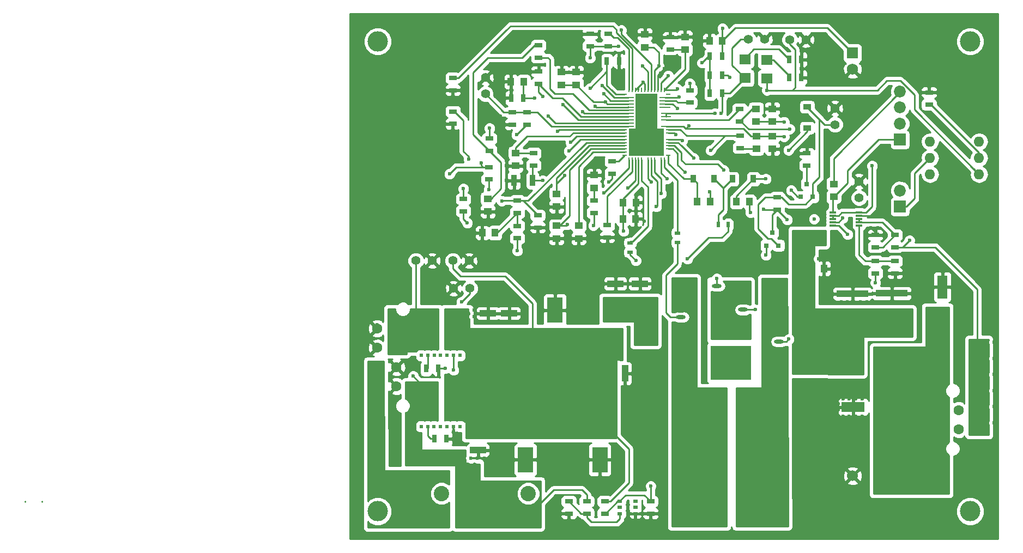
<source format=gbr>
G04 #@! TF.FileFunction,Copper,L1,Top,Signal*
%FSLAX46Y46*%
G04 Gerber Fmt 4.6, Leading zero omitted, Abs format (unit mm)*
G04 Created by KiCad (PCBNEW (2016-05-27 BZR 6836, Git 4441a4b)-product) date 09/13/16 14:24:09*
%MOMM*%
%LPD*%
G01*
G04 APERTURE LIST*
%ADD10C,0.100000*%
%ADD11C,0.600000*%
%ADD12R,1.850000X1.850000*%
%ADD13C,1.850000*%
%ADD14C,3.175000*%
%ADD15C,2.387600*%
%ADD16C,1.700000*%
%ADD17R,1.700000X1.700000*%
%ADD18R,1.250000X1.000000*%
%ADD19R,1.000000X1.250000*%
%ADD20R,0.910000X1.220000*%
%ADD21R,0.800000X0.550000*%
%ADD22O,1.473200X0.609600*%
%ADD23R,0.800100X0.800100*%
%ADD24R,1.300000X0.700000*%
%ADD25R,0.700000X1.300000*%
%ADD26R,0.600000X0.600000*%
%ADD27R,0.575000X1.500000*%
%ADD28R,2.250000X0.500000*%
%ADD29R,2.500000X0.575000*%
%ADD30R,0.700000X0.250000*%
%ADD31R,1.800000X0.250000*%
%ADD32R,0.250000X0.700000*%
%ADD33R,1.500000X0.250000*%
%ADD34R,3.500000X5.400000*%
%ADD35R,5.500000X4.350000*%
%ADD36R,1.016000X0.343000*%
%ADD37C,1.400000*%
%ADD38R,6.350000X5.283200*%
%ADD39R,5.334000X5.588000*%
%ADD40R,1.800860X1.597660*%
%ADD41R,0.500000X0.900000*%
%ADD42R,0.900000X0.500000*%
%ADD43R,2.400300X4.000500*%
%ADD44R,1.000000X2.500000*%
%ADD45R,2.500000X1.000000*%
%ADD46R,5.000000X1.000000*%
%ADD47R,1.600200X3.599180*%
%ADD48R,3.599180X1.600200*%
%ADD49R,1.220000X0.910000*%
%ADD50R,1.750000X1.750000*%
%ADD51C,1.750000*%
%ADD52R,1.000000X3.200000*%
%ADD53R,1.700000X0.900000*%
%ADD54R,0.900000X1.700000*%
%ADD55C,1.600000*%
%ADD56O,1.600000X1.600000*%
%ADD57C,0.250000*%
%ADD58C,0.254000*%
G04 APERTURE END LIST*
D10*
D11*
X97531000Y-108026000D03*
X97831000Y-73726000D03*
X98631000Y-98251000D03*
X117581000Y-67801000D03*
X125381000Y-82776000D03*
X152981000Y-75801000D03*
X146981000Y-83001000D03*
X143106000Y-89901000D03*
X124231000Y-85226000D03*
X97906000Y-85226000D03*
X104381000Y-68626000D03*
X102681000Y-78576000D03*
X103581000Y-93326000D03*
D12*
X178562000Y-82042000D03*
D13*
X178562000Y-79542000D03*
X178562000Y-77042000D03*
X178562000Y-74542000D03*
D11*
X164656000Y-72826000D03*
X164656000Y-71751000D03*
X164681000Y-70151000D03*
X164681000Y-69076000D03*
X186931000Y-103426000D03*
X183331000Y-103426000D03*
X186931000Y-104901000D03*
X185156000Y-101976000D03*
X183331000Y-104901000D03*
X164556000Y-82376000D03*
X147556000Y-67676000D03*
X127956000Y-70176000D03*
X126056000Y-69676000D03*
X123556000Y-91976000D03*
X117456000Y-88376000D03*
X117456000Y-86076000D03*
X114581000Y-94651000D03*
X112806000Y-94826000D03*
X122756000Y-96876000D03*
X125281000Y-98801000D03*
X127856000Y-98876000D03*
X131456000Y-97176000D03*
X138256000Y-102976000D03*
X140256000Y-103376000D03*
X140256000Y-104476000D03*
X133356000Y-102701000D03*
X135381000Y-102701000D03*
X134381000Y-102701000D03*
X97356000Y-110776000D03*
X95456000Y-109026000D03*
X95356000Y-112801000D03*
X100056000Y-123576000D03*
X100056000Y-130976000D03*
X100056000Y-128676000D03*
X100056000Y-126276000D03*
X116856000Y-82976000D03*
X117156000Y-84276000D03*
X122706000Y-107276000D03*
X115206000Y-131526000D03*
X111956000Y-131526000D03*
X115206000Y-129526000D03*
X112956000Y-131526000D03*
X114006000Y-131526000D03*
X115206000Y-130526000D03*
X159256000Y-75776000D03*
X158181000Y-75776000D03*
X160356000Y-82876000D03*
X159856000Y-84876000D03*
X158756000Y-84876000D03*
X157756000Y-84876000D03*
X176556000Y-89976000D03*
X178956000Y-87976000D03*
X177106000Y-88376000D03*
X169756000Y-72376000D03*
X172606000Y-72476000D03*
X171206000Y-72976000D03*
X169256000Y-71026000D03*
X173206000Y-71026000D03*
X168956000Y-101526000D03*
X167956000Y-100526000D03*
X168206000Y-102926000D03*
X165956000Y-100526000D03*
X167781000Y-106026000D03*
X180706000Y-105776000D03*
X179456000Y-104676000D03*
X178481000Y-104651000D03*
X177456000Y-104676000D03*
X173456000Y-104776000D03*
X172456000Y-104776000D03*
X171456000Y-104776000D03*
X170456000Y-104776000D03*
X169456000Y-104776000D03*
X168456000Y-104776000D03*
X168456000Y-107276000D03*
X169456000Y-107276000D03*
X170456000Y-107276000D03*
X171456000Y-107276000D03*
X172456000Y-107276000D03*
X173456000Y-107276000D03*
X175206000Y-107276000D03*
X177456000Y-107276000D03*
X178456000Y-107276000D03*
X179456000Y-107276000D03*
X169856000Y-132976000D03*
X172656000Y-132876000D03*
X172556000Y-135676000D03*
X169856000Y-135676000D03*
X171256000Y-136226000D03*
X171206000Y-132326000D03*
X169256000Y-134276000D03*
X173156000Y-134226000D03*
X172706000Y-125026000D03*
X171706000Y-125026000D03*
X170706000Y-125026000D03*
X169706000Y-125026000D03*
X168956000Y-124026000D03*
X168956000Y-123026000D03*
X169706000Y-122276000D03*
X170706000Y-122276000D03*
X171706000Y-122276000D03*
X172706000Y-122276000D03*
X135456000Y-120526000D03*
X136456000Y-120526000D03*
X137206000Y-116776000D03*
X137206000Y-119776000D03*
X137206000Y-118776000D03*
X137206000Y-117776000D03*
X112456000Y-109526000D03*
X112456000Y-108526000D03*
X113231000Y-107576000D03*
X114231000Y-107576000D03*
X115231000Y-107576000D03*
X116231000Y-107576000D03*
X117231000Y-107576000D03*
X118231000Y-107576000D03*
X119231000Y-107576000D03*
X119956000Y-108526000D03*
X119956000Y-109526000D03*
X134206000Y-130276000D03*
X134206000Y-131526000D03*
X134206000Y-132776000D03*
X134206000Y-134026000D03*
X133206000Y-134776000D03*
X131956000Y-134776000D03*
X130706000Y-134776000D03*
X129706000Y-134026000D03*
X129706000Y-132776000D03*
X129706000Y-131526000D03*
X129706000Y-130276000D03*
X122706000Y-130026000D03*
X122706000Y-131276000D03*
X122706000Y-132526000D03*
X122706000Y-133776000D03*
X118206000Y-133776000D03*
X118206000Y-132526000D03*
X118206000Y-131276000D03*
X118206000Y-130026000D03*
X122706000Y-109776000D03*
X122706000Y-108526000D03*
X122706000Y-106026000D03*
X123706000Y-105276000D03*
X124956000Y-105276000D03*
X126206000Y-105276000D03*
X127206000Y-106026000D03*
X127206000Y-107276000D03*
X127206000Y-108526000D03*
X127206000Y-109776000D03*
X119456000Y-90276000D03*
X117706000Y-90276000D03*
X116506000Y-80651000D03*
X116506000Y-78401000D03*
X116506000Y-79526000D03*
X116456000Y-74776000D03*
X116206000Y-73276000D03*
X116206000Y-71776000D03*
X117456000Y-71026000D03*
X118956000Y-71026000D03*
X120456000Y-70776000D03*
X94456000Y-143526000D03*
X96206000Y-143526000D03*
X98706000Y-143526000D03*
X101206000Y-143526000D03*
X103706000Y-143526000D03*
X106206000Y-143526000D03*
X108706000Y-143526000D03*
X111206000Y-143526000D03*
X113706000Y-143526000D03*
X116206000Y-143526000D03*
X118706000Y-143526000D03*
X121206000Y-143526000D03*
X123706000Y-143526000D03*
X126206000Y-143526000D03*
X128706000Y-143526000D03*
X131206000Y-143526000D03*
X133706000Y-143526000D03*
X136206000Y-143526000D03*
X138706000Y-143526000D03*
X141206000Y-143526000D03*
X143706000Y-143526000D03*
X146206000Y-143526000D03*
X93456000Y-142776000D03*
X93456000Y-140276000D03*
X93456000Y-137776000D03*
X93456000Y-135276000D03*
X93456000Y-132776000D03*
X93456000Y-130276000D03*
X93456000Y-127776000D03*
X93456000Y-125276000D03*
X93456000Y-122776000D03*
X93456000Y-120276000D03*
X93456000Y-117776000D03*
X93456000Y-115276000D03*
X93456000Y-112776000D03*
X93456000Y-110276000D03*
X93456000Y-107776000D03*
X93456000Y-105276000D03*
X93456000Y-102776000D03*
X93456000Y-100276000D03*
X93456000Y-97776000D03*
X93456000Y-95276000D03*
X93456000Y-92776000D03*
X93456000Y-90276000D03*
X93456000Y-87776000D03*
X93456000Y-85276000D03*
X93456000Y-82776000D03*
X93456000Y-80276000D03*
X93456000Y-77776000D03*
X93456000Y-75276000D03*
X93456000Y-72776000D03*
X93456000Y-70276000D03*
X93456000Y-67776000D03*
X93456000Y-65276000D03*
X93456000Y-62776000D03*
X95706000Y-62776000D03*
X98206000Y-62776000D03*
X100706000Y-62776000D03*
X103206000Y-62776000D03*
X105706000Y-62776000D03*
X108206000Y-62776000D03*
X110706000Y-62776000D03*
X113206000Y-62776000D03*
X115706000Y-62776000D03*
X118206000Y-62776000D03*
X120706000Y-62776000D03*
X123206000Y-62776000D03*
X125706000Y-62776000D03*
X128206000Y-62776000D03*
X130706000Y-62776000D03*
X133206000Y-62776000D03*
X135706000Y-62776000D03*
X138206000Y-62776000D03*
X140706000Y-62776000D03*
X143206000Y-62776000D03*
X145706000Y-62776000D03*
X148206000Y-62776000D03*
X150706000Y-62776000D03*
X153206000Y-62776000D03*
X155706000Y-62776000D03*
X158206000Y-62776000D03*
X160706000Y-62776000D03*
X163206000Y-62776000D03*
X165706000Y-62776000D03*
X168206000Y-62776000D03*
X170706000Y-62776000D03*
X173206000Y-62776000D03*
X175706000Y-62776000D03*
X178206000Y-62776000D03*
X180706000Y-62776000D03*
X183206000Y-62776000D03*
X185706000Y-62776000D03*
X188206000Y-62776000D03*
X190706000Y-62776000D03*
X193206000Y-63526000D03*
X193206000Y-66026000D03*
X193206000Y-68526000D03*
X193206000Y-71026000D03*
X193206000Y-73526000D03*
X193206000Y-76026000D03*
X193206000Y-78526000D03*
X193206000Y-81026000D03*
X193206000Y-83526000D03*
X193206000Y-86026000D03*
X193206000Y-88526000D03*
X193206000Y-91026000D03*
X193206000Y-93526000D03*
X193206000Y-96026000D03*
X193206000Y-98526000D03*
X193206000Y-101026000D03*
X193206000Y-103526000D03*
X193206000Y-106026000D03*
X193206000Y-108526000D03*
X193206000Y-111026000D03*
X193206000Y-113526000D03*
X193206000Y-116026000D03*
X193206000Y-118526000D03*
X193206000Y-121026000D03*
X193206000Y-123526000D03*
X193206000Y-126026000D03*
X193206000Y-128526000D03*
X193206000Y-131026000D03*
X193206000Y-133526000D03*
X193206000Y-136026000D03*
X193206000Y-138526000D03*
X193206000Y-141026000D03*
X193206000Y-143526000D03*
X191206000Y-143526000D03*
X188706000Y-143526000D03*
X186206000Y-143526000D03*
X183706000Y-143526000D03*
X181206000Y-143526000D03*
X178706000Y-143526000D03*
X176206000Y-143526000D03*
X173706000Y-143526000D03*
X171206000Y-143526000D03*
X168706000Y-143526000D03*
X166206000Y-143526000D03*
X163706000Y-143526000D03*
X158706000Y-143526000D03*
X161206000Y-143526000D03*
X156206000Y-143526000D03*
X153706000Y-143526000D03*
X151206000Y-143526000D03*
D14*
X189456000Y-139776000D03*
D15*
X107352000Y-140427000D03*
X120814000Y-140427000D03*
X120814000Y-137023400D03*
X107352000Y-137023400D03*
D16*
X171206000Y-134276000D03*
D17*
X176206000Y-134276000D03*
D18*
X114554000Y-91202000D03*
X114554000Y-93202000D03*
X128651000Y-95393000D03*
X128651000Y-97393000D03*
D19*
X135550400Y-91795600D03*
X137550400Y-91795600D03*
X135525000Y-94361000D03*
X137525000Y-94361000D03*
D18*
X145161000Y-68056000D03*
X145161000Y-66056000D03*
X125222000Y-90440000D03*
X125222000Y-92440000D03*
D19*
X149082000Y-91694000D03*
X147082000Y-91694000D03*
X155178000Y-91694000D03*
X153178000Y-91694000D03*
D18*
X131064000Y-89519000D03*
X131064000Y-87519000D03*
X125222000Y-95393000D03*
X125222000Y-97393000D03*
X156210000Y-77232000D03*
X156210000Y-79232000D03*
X138938000Y-67675000D03*
X138938000Y-65675000D03*
X118872000Y-84090000D03*
X118872000Y-86090000D03*
D19*
X120126000Y-73025000D03*
X118126000Y-73025000D03*
D18*
X128270000Y-73517000D03*
X128270000Y-71517000D03*
X125984000Y-73517000D03*
X125984000Y-71517000D03*
D19*
X150987000Y-66675000D03*
X148987000Y-66675000D03*
X115681000Y-96520000D03*
X113681000Y-96520000D03*
X164756000Y-102076000D03*
X166756000Y-102076000D03*
D18*
X158756000Y-81476000D03*
X158756000Y-83476000D03*
X156256000Y-83476000D03*
X156256000Y-81476000D03*
X168275000Y-90916000D03*
X168275000Y-88916000D03*
D20*
X146447000Y-88138000D03*
X149717000Y-88138000D03*
X155813000Y-88138000D03*
X152543000Y-88138000D03*
D21*
X137470000Y-140142000D03*
X137470000Y-139192000D03*
X137470000Y-138242000D03*
X135070000Y-140142000D03*
X135070000Y-138242000D03*
X135070000Y-139192000D03*
D22*
X144526000Y-113411000D03*
X144526000Y-112141000D03*
X144526000Y-110871000D03*
X144526000Y-109601000D03*
X138938000Y-109601000D03*
X138938000Y-110871000D03*
X138938000Y-112141000D03*
X138938000Y-113411000D03*
X150114000Y-108585000D03*
X150114000Y-107315000D03*
X150114000Y-106045000D03*
X150114000Y-104775000D03*
X144526000Y-104775000D03*
X144526000Y-106045000D03*
X144526000Y-107315000D03*
X144526000Y-108585000D03*
X159766000Y-109601000D03*
X159766000Y-110871000D03*
X159766000Y-112141000D03*
X159766000Y-113411000D03*
X165354000Y-113411000D03*
X165354000Y-112141000D03*
X165354000Y-110871000D03*
X165354000Y-109601000D03*
X154178000Y-104648000D03*
X154178000Y-105918000D03*
X154178000Y-107188000D03*
X154178000Y-108458000D03*
X159766000Y-108458000D03*
X159766000Y-107188000D03*
X159766000Y-105918000D03*
X159766000Y-104648000D03*
D23*
X163134000Y-90916760D03*
X165034000Y-90916760D03*
X164084000Y-88917780D03*
D24*
X120650000Y-79690000D03*
X120650000Y-77790000D03*
X118364000Y-77790000D03*
X118364000Y-79690000D03*
X129920000Y-138242000D03*
X129920000Y-140142000D03*
X127126000Y-138242000D03*
X127126000Y-140142000D03*
X114681000Y-86299000D03*
X114681000Y-88199000D03*
D25*
X133035000Y-69850000D03*
X134935000Y-69850000D03*
D24*
X132714000Y-138242000D03*
X132714000Y-140142000D03*
X139826000Y-138242000D03*
X139826000Y-140142000D03*
X114808000Y-81854000D03*
X114808000Y-83754000D03*
X122428000Y-67376000D03*
X122428000Y-69276000D03*
X133096000Y-97216000D03*
X133096000Y-95316000D03*
X142875000Y-68006000D03*
X142875000Y-66106000D03*
X145923000Y-76261000D03*
X145923000Y-74361000D03*
X133223000Y-65598000D03*
X133223000Y-67498000D03*
X130429000Y-67498000D03*
X130429000Y-65598000D03*
X131064000Y-93406000D03*
X131064000Y-91506000D03*
X153670000Y-77282000D03*
X153670000Y-79182000D03*
X133858000Y-85410000D03*
X133858000Y-87310000D03*
D25*
X163256000Y-72390000D03*
X161356000Y-72390000D03*
X163256000Y-69596000D03*
X161356000Y-69596000D03*
X149037000Y-72009000D03*
X150937000Y-72009000D03*
X149037000Y-74803000D03*
X150937000Y-74803000D03*
D24*
X121666000Y-84140000D03*
X121666000Y-86040000D03*
D25*
X120076000Y-75565000D03*
X118176000Y-75565000D03*
D24*
X122428000Y-73340000D03*
X122428000Y-71440000D03*
D25*
X149037000Y-69088000D03*
X150937000Y-69088000D03*
D24*
X119126000Y-95443000D03*
X119126000Y-97343000D03*
X119126000Y-91506000D03*
X119126000Y-93406000D03*
X110744000Y-93152000D03*
X110744000Y-91252000D03*
X122301000Y-93792000D03*
X122301000Y-95692000D03*
X153756000Y-81426000D03*
X153756000Y-83326000D03*
X159512000Y-92898000D03*
X159512000Y-90998000D03*
X164084000Y-86040000D03*
X164084000Y-84140000D03*
D26*
X110854000Y-114420000D03*
X110204000Y-115570000D03*
X109204000Y-115570000D03*
X108204000Y-115570000D03*
X107204000Y-115570000D03*
X106204000Y-115570000D03*
X105204000Y-115570000D03*
X104204000Y-115570000D03*
X103554000Y-114420000D03*
D27*
X103416000Y-112920000D03*
X103416000Y-110920000D03*
X110992000Y-112945000D03*
X110992000Y-110920000D03*
D28*
X109079000Y-112920000D03*
X105329000Y-112920000D03*
D29*
X109204000Y-109132000D03*
X105204000Y-109132000D03*
D26*
X110838000Y-125444000D03*
X110188000Y-126594000D03*
X109188000Y-126594000D03*
X108188000Y-126594000D03*
X107188000Y-126594000D03*
X106188000Y-126594000D03*
X105188000Y-126594000D03*
X104188000Y-126594000D03*
X103538000Y-125444000D03*
D27*
X103400000Y-123944000D03*
X103400000Y-121944000D03*
X110976000Y-123969000D03*
X110976000Y-121944000D03*
D28*
X109063000Y-123944000D03*
X105313000Y-123944000D03*
D29*
X109188000Y-120156000D03*
X105188000Y-120156000D03*
D30*
X135792000Y-74973000D03*
D31*
X136342000Y-75473000D03*
X136342000Y-75973000D03*
X136342000Y-76473000D03*
X136342000Y-76973000D03*
X136342000Y-77473000D03*
X136342000Y-77973000D03*
X136342000Y-78473000D03*
X136342000Y-78973000D03*
X136342000Y-79473000D03*
X136342000Y-79973000D03*
D30*
X135792000Y-80473000D03*
X135792000Y-80973000D03*
X135792000Y-81473000D03*
X135792000Y-81973000D03*
X135792000Y-82473000D03*
X135792000Y-82973000D03*
X135792000Y-83473000D03*
X135792000Y-83973000D03*
X135792000Y-84473000D03*
D32*
X136442000Y-85123000D03*
X136942000Y-85123000D03*
X137442000Y-85123000D03*
X137942000Y-85123000D03*
X138442000Y-85123000D03*
X139442000Y-85123000D03*
X139942000Y-85123000D03*
X140442000Y-85123000D03*
X141442000Y-85123000D03*
X141942000Y-85123000D03*
D30*
X142592000Y-84473000D03*
X142592000Y-83473000D03*
X142592000Y-82973000D03*
X142592000Y-82473000D03*
X142592000Y-81973000D03*
X142592000Y-80973000D03*
X142592000Y-80473000D03*
D33*
X142192000Y-79973000D03*
X142192000Y-78973000D03*
X142192000Y-78473000D03*
X142192000Y-77973000D03*
D31*
X142042000Y-76973000D03*
X142042000Y-76473000D03*
X142042000Y-75973000D03*
X142042000Y-75473000D03*
D30*
X142592000Y-74973000D03*
D32*
X141942000Y-74323000D03*
X141442000Y-74323000D03*
X140942000Y-74323000D03*
X140442000Y-74323000D03*
X139942000Y-74323000D03*
X139442000Y-74323000D03*
X138942000Y-74323000D03*
X138442000Y-74323000D03*
X137942000Y-74323000D03*
X137442000Y-74323000D03*
X136942000Y-74323000D03*
X136442000Y-74323000D03*
D34*
X139192000Y-77573000D03*
D35*
X139192000Y-82423000D03*
D36*
X172223500Y-95363500D03*
X172223500Y-94863500D03*
X172223500Y-94363500D03*
X172223500Y-93863500D03*
X172223500Y-93363500D03*
X168131500Y-95363500D03*
X168131500Y-94863500D03*
X168131500Y-94363500D03*
X168131500Y-93863500D03*
X168131500Y-93363500D03*
D37*
X109220000Y-105156000D03*
X111760000Y-105156000D03*
X114173000Y-74930000D03*
X114173000Y-72390000D03*
X103378000Y-100838000D03*
X105918000Y-100838000D03*
X109093000Y-100838000D03*
X111633000Y-100838000D03*
X161442400Y-66497200D03*
X163982400Y-66497200D03*
X154990800Y-66446400D03*
X157530800Y-66446400D03*
X168456000Y-79676000D03*
X168456000Y-77136000D03*
X172212000Y-91059000D03*
X172212000Y-88519000D03*
D38*
X152273000Y-116738400D03*
D39*
X147193000Y-138811000D03*
X157353000Y-138811000D03*
D40*
X157886400Y-72489060D03*
X157886400Y-69649340D03*
X154482800Y-72438260D03*
X154482800Y-69598540D03*
D41*
X150380000Y-95250000D03*
X151880000Y-95250000D03*
D42*
X144018000Y-98032000D03*
X144018000Y-96532000D03*
X136652000Y-99556000D03*
X136652000Y-98056000D03*
D18*
X158750000Y-79232000D03*
X158750000Y-77232000D03*
D24*
X174752000Y-102804000D03*
X174752000Y-100904000D03*
X177800000Y-100904000D03*
X177800000Y-102804000D03*
X177800000Y-98740000D03*
X177800000Y-96840000D03*
X174752000Y-98740000D03*
X174752000Y-96840000D03*
D43*
X131956000Y-123776000D03*
X131956000Y-131777000D03*
X124968000Y-116522500D03*
X124968000Y-108521500D03*
X120396000Y-123776000D03*
X120396000Y-131777000D03*
D44*
X132866000Y-118364000D03*
X135866000Y-118364000D03*
D45*
X113030000Y-127278000D03*
X113030000Y-130278000D03*
X114554000Y-112014000D03*
X114554000Y-109014000D03*
X117856000Y-112014000D03*
X117856000Y-109014000D03*
X138176000Y-107418000D03*
X138176000Y-104418000D03*
X134366000Y-107418000D03*
X134366000Y-104418000D03*
D46*
X177292000Y-111512000D03*
X177292000Y-105912000D03*
X171196000Y-111576000D03*
X171196000Y-105976000D03*
D47*
X185166000Y-110446820D03*
X185166000Y-104945180D03*
D48*
X176806820Y-123576000D03*
X171305180Y-123576000D03*
D49*
X164156000Y-80211000D03*
X164156000Y-76941000D03*
D50*
X171196000Y-68580000D03*
D51*
X171196000Y-71080000D03*
D12*
X178562000Y-92456000D03*
D13*
X178562000Y-89956000D03*
D23*
X157806000Y-98476760D03*
X159706000Y-98476760D03*
X158756000Y-96477780D03*
D52*
X190556000Y-115976000D03*
X184356000Y-115976000D03*
D14*
X97456000Y-139776000D03*
X97456000Y-66776000D03*
X189456000Y-66776000D03*
D25*
X104968000Y-117602000D03*
X106868000Y-117602000D03*
X106238000Y-128524000D03*
X108138000Y-128524000D03*
D53*
X134256000Y-109326000D03*
X134256000Y-112226000D03*
D54*
X118606000Y-88376000D03*
X121506000Y-88376000D03*
X175006000Y-116076000D03*
X172106000Y-116076000D03*
D11*
X148706000Y-143526000D03*
D55*
X97356000Y-120376000D03*
X97356000Y-117376000D03*
X97356000Y-114376000D03*
X97356000Y-111376000D03*
X100356000Y-120376000D03*
X100356000Y-117376000D03*
X100356000Y-114376000D03*
X100356000Y-111376000D03*
D24*
X183081000Y-76601000D03*
X183081000Y-74701000D03*
X109106000Y-77651000D03*
X109106000Y-79551000D03*
X109106000Y-72451000D03*
X109106000Y-74351000D03*
D56*
X190856000Y-87406000D03*
X190856000Y-84866000D03*
X190856000Y-82326000D03*
X183236000Y-82326000D03*
X183236000Y-84866000D03*
X183236000Y-87406000D03*
D55*
X190731000Y-124051000D03*
X190731000Y-127051000D03*
X187731000Y-124051000D03*
X187731000Y-127051000D03*
D11*
X175181000Y-95751000D03*
X174081000Y-95726000D03*
X109220000Y-128524000D03*
X107950000Y-117602000D03*
X109220000Y-117856000D03*
X141986000Y-70993000D03*
X137160000Y-96012000D03*
X138811000Y-94742000D03*
X138303000Y-90170000D03*
X126238000Y-76581000D03*
X138684000Y-73152000D03*
X113504487Y-85641332D03*
X160556000Y-79276000D03*
X133756000Y-127376000D03*
X108585000Y-87376000D03*
X149809200Y-77978000D03*
X118999000Y-81280000D03*
X145542000Y-100584000D03*
X129286000Y-77724000D03*
X135636000Y-96266000D03*
X144018000Y-74168000D03*
X123952000Y-78359000D03*
X134874000Y-67564000D03*
X145923000Y-73279000D03*
X126492000Y-87630000D03*
X130429000Y-69342000D03*
X146558000Y-105410000D03*
X148971000Y-90170000D03*
X142367000Y-88138000D03*
X157861000Y-104521000D03*
X141478000Y-90424000D03*
X155321000Y-93345000D03*
X157734000Y-88138000D03*
X139954000Y-88646000D03*
X126873000Y-95250000D03*
X130937000Y-95377000D03*
X136756000Y-109376000D03*
X161456000Y-80376000D03*
X141097000Y-70612000D03*
X133350000Y-88646000D03*
X121793000Y-75565000D03*
X125349000Y-80772000D03*
X132588000Y-74930000D03*
X151003000Y-64770000D03*
X145756000Y-79876000D03*
X164056000Y-97276000D03*
X160556000Y-81576000D03*
X143764000Y-81280000D03*
X165227000Y-94361000D03*
X149156000Y-83676000D03*
X174756000Y-104276000D03*
X176856000Y-116276000D03*
X157886400Y-74371200D03*
X152146000Y-72390000D03*
X144272000Y-75438000D03*
X150756000Y-77976000D03*
X132334000Y-73660000D03*
X102956000Y-118776000D03*
X110456000Y-107276000D03*
X142556000Y-72076000D03*
X139856000Y-135876000D03*
X123056000Y-88376009D03*
X150056000Y-110076000D03*
X150114000Y-103632000D03*
X136271000Y-89535000D03*
X140716000Y-92456000D03*
X161290000Y-113030000D03*
X156083000Y-108458000D03*
X137541000Y-100838000D03*
X157756000Y-99976000D03*
X111356000Y-94976000D03*
X123063000Y-75311000D03*
X161671000Y-89916000D03*
X144018000Y-77216000D03*
X127127000Y-83820000D03*
X130429000Y-74041000D03*
X114808000Y-80264000D03*
X114681000Y-89789000D03*
X119126000Y-99314000D03*
X131191000Y-76835000D03*
X135255000Y-65024000D03*
X116713000Y-91567000D03*
X110744000Y-89662000D03*
X145186400Y-87122000D03*
X151180800Y-86766400D03*
X146507200Y-84886800D03*
X144780000Y-82169000D03*
X161256000Y-83676000D03*
X161056000Y-94476000D03*
X180056000Y-97676000D03*
X157353000Y-92837000D03*
X169672000Y-94234000D03*
X170434000Y-96774000D03*
X127381000Y-82423000D03*
X147828000Y-70104000D03*
X138557000Y-70612000D03*
X132842000Y-76200000D03*
X174244000Y-86106000D03*
X111556000Y-85051000D03*
X132581000Y-90301000D03*
D57*
X45282000Y-138242000D02*
X45255162Y-138268838D01*
X42698838Y-138268838D02*
X42672000Y-138242000D01*
X122428000Y-67376000D02*
X121854000Y-67376000D01*
X121854000Y-67376000D02*
X119888000Y-69342000D01*
X119888000Y-69342000D02*
X114554000Y-69342000D01*
X114554000Y-69342000D02*
X112268000Y-71628000D01*
X112268000Y-71628000D02*
X112268000Y-81214000D01*
X112268000Y-81214000D02*
X114808000Y-83754000D01*
X114554000Y-91202000D02*
X115046000Y-91202000D01*
X115046000Y-91202000D02*
X116586000Y-89662000D01*
X116586000Y-89662000D02*
X116586000Y-85532000D01*
X116586000Y-85532000D02*
X114808000Y-83754000D01*
X174752000Y-96840000D02*
X174752000Y-96180000D01*
X174752000Y-96180000D02*
X175181000Y-95751000D01*
X174752000Y-96840000D02*
X174752000Y-96397000D01*
X174752000Y-96397000D02*
X174081000Y-95726000D01*
X172223500Y-93863500D02*
X174693500Y-93863500D01*
X174693500Y-93863500D02*
X175356000Y-93201000D01*
X107938000Y-128524000D02*
X109220000Y-128524000D01*
X109188000Y-128492000D02*
X109220000Y-128524000D01*
X109188000Y-128492000D02*
X109188000Y-126594000D01*
X106668000Y-117602000D02*
X107950000Y-117602000D01*
X109204000Y-115570000D02*
X109204000Y-117840000D01*
X109204000Y-117840000D02*
X109220000Y-117856000D01*
X105918000Y-100838000D02*
X105918000Y-100330000D01*
X118126000Y-73025000D02*
X118126000Y-71231000D01*
X118126000Y-71231000D02*
X118491000Y-70866000D01*
X140942000Y-74323000D02*
X140942000Y-72037000D01*
X140942000Y-72037000D02*
X141986000Y-70993000D01*
X137525000Y-94361000D02*
X137525000Y-95647000D01*
X137525000Y-95647000D02*
X137160000Y-96012000D01*
X137525000Y-94361000D02*
X138430000Y-94361000D01*
X138430000Y-94361000D02*
X138811000Y-94742000D01*
X137550400Y-91795600D02*
X137550400Y-90922600D01*
X137550400Y-90922600D02*
X138303000Y-90170000D01*
X136342000Y-78973000D02*
X128630000Y-78973000D01*
X128630000Y-78973000D02*
X126238000Y-76581000D01*
X137513000Y-74323000D02*
X138684000Y-73152000D01*
X137442000Y-74323000D02*
X137513000Y-74323000D01*
X137513000Y-74323000D02*
X138684000Y-73152000D01*
X137942000Y-74323000D02*
X137942000Y-73894000D01*
X138942000Y-73410000D02*
X138684000Y-73152000D01*
X138942000Y-73410000D02*
X138942000Y-74323000D01*
X137942000Y-73894000D02*
X138684000Y-73152000D01*
X163306800Y-69357200D02*
X163306800Y-69596000D01*
X114681000Y-86299000D02*
X109662000Y-86299000D01*
X114681000Y-86299000D02*
X113781000Y-86299000D01*
X109662000Y-86299000D02*
X108884999Y-87076001D01*
X108884999Y-87076001D02*
X108585000Y-87376000D01*
X113781000Y-86299000D02*
X113504487Y-86022487D01*
X113504487Y-86022487D02*
X113504487Y-85641332D01*
X160512000Y-79232000D02*
X158750000Y-79232000D01*
X160556000Y-79276000D02*
X160512000Y-79232000D01*
X158750000Y-79232000D02*
X156210000Y-79232000D01*
X142192000Y-78473000D02*
X142192000Y-77973000D01*
X109093000Y-100838000D02*
X109093000Y-102039000D01*
X121456000Y-107476000D02*
X121456000Y-111976000D01*
X117256000Y-103276000D02*
X121456000Y-107476000D01*
X110330000Y-103276000D02*
X117256000Y-103276000D01*
X109093000Y-102039000D02*
X110330000Y-103276000D01*
X132714000Y-138242000D02*
X133590000Y-138242000D01*
X136456000Y-130076000D02*
X133756000Y-127376000D01*
X136456000Y-135376000D02*
X136456000Y-130076000D01*
X133590000Y-138242000D02*
X136456000Y-135376000D01*
X144277000Y-77973000D02*
X149804200Y-77973000D01*
X149804200Y-77973000D02*
X149809200Y-77978000D01*
X142192000Y-77973000D02*
X144277000Y-77973000D01*
X118999000Y-81280000D02*
X120589000Y-79690000D01*
X120589000Y-79690000D02*
X120650000Y-79690000D01*
X114681000Y-86299000D02*
X114488000Y-86299000D01*
X128651000Y-95393000D02*
X128651000Y-86233000D01*
X130911000Y-83973000D02*
X135792000Y-83973000D01*
X128651000Y-86233000D02*
X130911000Y-83973000D01*
X151880000Y-95250000D02*
X151880000Y-96278000D01*
X148844000Y-97282000D02*
X145542000Y-100584000D01*
X150876000Y-97282000D02*
X148844000Y-97282000D01*
X151880000Y-96278000D02*
X150876000Y-97282000D01*
X136342000Y-77973000D02*
X129535000Y-77973000D01*
X129535000Y-77973000D02*
X129286000Y-77724000D01*
X135525000Y-96155000D02*
X135525000Y-94361000D01*
X135636000Y-96266000D02*
X135525000Y-96155000D01*
X135550400Y-91795600D02*
X135550400Y-91271600D01*
X135550400Y-91271600D02*
X137414000Y-89408000D01*
X137414000Y-89408000D02*
X137942000Y-88880000D01*
X137942000Y-88880000D02*
X137942000Y-85123000D01*
X135550400Y-91795600D02*
X135550400Y-94335600D01*
X135550400Y-94335600D02*
X135525000Y-94361000D01*
X136342000Y-79473000D02*
X125066000Y-79473000D01*
X143863000Y-74323000D02*
X141942000Y-74323000D01*
X144018000Y-74168000D02*
X143863000Y-74323000D01*
X125066000Y-79473000D02*
X123952000Y-78359000D01*
X145161000Y-68056000D02*
X145161000Y-71104000D01*
X145161000Y-71104000D02*
X143565500Y-72699500D01*
X143565500Y-72699500D02*
X141942000Y-74323000D01*
X142875000Y-68006000D02*
X145111000Y-68006000D01*
X145111000Y-68006000D02*
X145161000Y-68056000D01*
X145923000Y-74361000D02*
X145923000Y-73279000D01*
X134808000Y-67498000D02*
X133223000Y-67498000D01*
X134874000Y-67564000D02*
X134808000Y-67498000D01*
X130429000Y-67498000D02*
X130429000Y-69342000D01*
X126492000Y-87630000D02*
X125222000Y-88900000D01*
X133223000Y-67498000D02*
X130429000Y-67498000D01*
X125222000Y-90440000D02*
X125222000Y-88900000D01*
X125222000Y-88900000D02*
X125222000Y-88011000D01*
X125222000Y-88011000D02*
X130260000Y-82973000D01*
X130260000Y-82973000D02*
X135792000Y-82973000D01*
X149082000Y-91694000D02*
X149082000Y-90281000D01*
X149082000Y-90281000D02*
X148971000Y-90170000D01*
X141442000Y-87213000D02*
X141442000Y-85123000D01*
X142367000Y-88138000D02*
X141442000Y-87213000D01*
X144272000Y-104394000D02*
X144526000Y-104648000D01*
X142592000Y-84473000D02*
X142592000Y-85696000D01*
X145034000Y-88138000D02*
X146447000Y-88138000D01*
X142592000Y-85696000D02*
X145034000Y-88138000D01*
X147082000Y-91694000D02*
X147082000Y-88773000D01*
X147082000Y-88773000D02*
X146447000Y-88138000D01*
X140442000Y-87102000D02*
X141478000Y-88138000D01*
X141478000Y-88138000D02*
X141478000Y-90424000D01*
X140442000Y-85123000D02*
X140442000Y-87102000D01*
X155178000Y-93202000D02*
X155178000Y-91694000D01*
X155321000Y-93345000D02*
X155178000Y-93202000D01*
X155178000Y-91694000D02*
X155178000Y-92218000D01*
X139442000Y-85123000D02*
X139442000Y-88134000D01*
X157734000Y-88138000D02*
X155813000Y-88138000D01*
X139442000Y-88134000D02*
X139954000Y-88646000D01*
X153178000Y-91694000D02*
X153178000Y-90773000D01*
X153178000Y-90773000D02*
X155813000Y-88138000D01*
X131064000Y-91506000D02*
X131064000Y-89519000D01*
X131064000Y-93406000D02*
X131064000Y-95250000D01*
X126730000Y-95393000D02*
X125222000Y-95393000D01*
X126873000Y-95250000D02*
X126730000Y-95393000D01*
X131064000Y-95250000D02*
X130937000Y-95377000D01*
X125222000Y-95393000D02*
X125714000Y-95393000D01*
X125714000Y-95393000D02*
X127254000Y-93853000D01*
X127254000Y-93853000D02*
X127254000Y-86741000D01*
X127254000Y-86741000D02*
X130522000Y-83473000D01*
X130522000Y-83473000D02*
X135792000Y-83473000D01*
X153670000Y-79182000D02*
X153862000Y-79182000D01*
X153862000Y-79182000D02*
X155056000Y-80376000D01*
X155056000Y-80376000D02*
X161456000Y-80376000D01*
X156210000Y-77232000D02*
X155620000Y-77232000D01*
X155620000Y-77232000D02*
X153670000Y-79182000D01*
X153367740Y-79121000D02*
X153543000Y-78945740D01*
X138938000Y-67675000D02*
X140319000Y-67675000D01*
X141097000Y-68453000D02*
X141097000Y-70612000D01*
X140319000Y-67675000D02*
X141097000Y-68453000D01*
X133858000Y-87310000D02*
X133858000Y-88138000D01*
X140462000Y-71374000D02*
X140442000Y-71374000D01*
X140442000Y-71354000D02*
X140462000Y-71374000D01*
X140442000Y-71267000D02*
X140442000Y-71354000D01*
X141097000Y-70612000D02*
X140442000Y-71267000D01*
X133858000Y-88138000D02*
X133350000Y-88646000D01*
X140442000Y-71374000D02*
X140442000Y-74323000D01*
X118872000Y-84090000D02*
X118872000Y-83312000D01*
X127815000Y-80973000D02*
X135792000Y-80973000D01*
X127254000Y-81534000D02*
X127815000Y-80973000D01*
X120650000Y-81534000D02*
X127254000Y-81534000D01*
X118872000Y-83312000D02*
X120650000Y-81534000D01*
X118872000Y-84090000D02*
X121616000Y-84090000D01*
X121616000Y-84090000D02*
X121666000Y-84140000D01*
X120076000Y-75565000D02*
X120076000Y-73075000D01*
X120076000Y-73075000D02*
X120126000Y-73025000D01*
X135792000Y-80473000D02*
X125648000Y-80473000D01*
X121793000Y-75565000D02*
X120076000Y-75565000D01*
X125648000Y-80473000D02*
X125349000Y-80772000D01*
X171196000Y-68580000D02*
X171160000Y-68580000D01*
X171160000Y-68580000D02*
X167256000Y-64676000D01*
X167256000Y-64676000D02*
X152986000Y-64676000D01*
X152986000Y-64676000D02*
X150987000Y-66675000D01*
X133631000Y-75973000D02*
X132588000Y-74930000D01*
X151003000Y-64770000D02*
X150987000Y-64786000D01*
X150987000Y-66675000D02*
X150987000Y-64786000D01*
X133631000Y-75973000D02*
X136342000Y-75973000D01*
X150937000Y-69088000D02*
X150937000Y-66725000D01*
X150937000Y-66725000D02*
X150987000Y-66675000D01*
X115681000Y-96520000D02*
X116012000Y-96520000D01*
X116012000Y-96520000D02*
X119126000Y-93406000D01*
X119126000Y-95443000D02*
X119126000Y-93406000D01*
X145456000Y-80176000D02*
X145456000Y-80276000D01*
X145756000Y-79876000D02*
X145456000Y-80176000D01*
X155456000Y-81476000D02*
X154256000Y-80276000D01*
X154256000Y-80276000D02*
X145456000Y-80276000D01*
X142956000Y-79976000D02*
X142956000Y-79973000D01*
X145456000Y-80276000D02*
X145256000Y-80276000D01*
X145256000Y-80276000D02*
X144956000Y-79976000D01*
X144956000Y-79976000D02*
X142956000Y-79976000D01*
X158756000Y-81476000D02*
X160456000Y-81476000D01*
X160456000Y-81476000D02*
X160556000Y-81576000D01*
X156256000Y-81476000D02*
X155456000Y-81476000D01*
X155456000Y-81476000D02*
X155381000Y-81476000D01*
X143192000Y-79973000D02*
X142956000Y-79973000D01*
X142956000Y-79973000D02*
X142192000Y-79973000D01*
X156256000Y-81476000D02*
X158756000Y-81476000D01*
X143457000Y-80973000D02*
X143764000Y-81280000D01*
X142592000Y-80973000D02*
X143457000Y-80973000D01*
X156256000Y-83476000D02*
X153906000Y-83476000D01*
X153906000Y-83476000D02*
X153756000Y-83326000D01*
X151406000Y-81426000D02*
X153756000Y-81426000D01*
X151406000Y-81426000D02*
X149156000Y-83676000D01*
X174752000Y-102804000D02*
X174752000Y-104272000D01*
X174752000Y-104272000D02*
X174756000Y-104276000D01*
X176656000Y-116076000D02*
X175006000Y-116076000D01*
X176856000Y-116276000D02*
X176656000Y-116076000D01*
X153756000Y-81426000D02*
X145406000Y-81426000D01*
X145406000Y-81426000D02*
X144453000Y-80473000D01*
X144453000Y-80473000D02*
X142592000Y-80473000D01*
X151130000Y-89551000D02*
X152543000Y-88138000D01*
X150380000Y-95250000D02*
X150380000Y-93714000D01*
X151130000Y-89551000D02*
X149717000Y-88138000D01*
X151130000Y-92964000D02*
X151130000Y-89551000D01*
X150380000Y-93714000D02*
X151130000Y-92964000D01*
X157886400Y-69649340D02*
X158929340Y-69649340D01*
X158929340Y-69649340D02*
X161356000Y-72076000D01*
X161356000Y-72076000D02*
X161356000Y-72390000D01*
X161356000Y-74371200D02*
X175060800Y-74371200D01*
X175060800Y-74371200D02*
X176556000Y-72876000D01*
X176556000Y-72876000D02*
X178633226Y-72876000D01*
X178633226Y-72876000D02*
X180831000Y-75073774D01*
X180831000Y-75073774D02*
X180831000Y-77381000D01*
X180831000Y-77381000D02*
X190856000Y-87406000D01*
X190056001Y-86606001D02*
X190856000Y-87406000D01*
X157886400Y-74371200D02*
X157886400Y-72489060D01*
X161442400Y-66497200D02*
X161442400Y-67157600D01*
X161442400Y-67157600D02*
X162306000Y-68021200D01*
X161848800Y-74371200D02*
X161356000Y-74371200D01*
X162306000Y-73914000D02*
X161848800Y-74371200D01*
X162306000Y-68021200D02*
X162306000Y-73914000D01*
X161356000Y-74371200D02*
X157886400Y-74371200D01*
X152146000Y-72390000D02*
X152146000Y-72186800D01*
X150937000Y-72009000D02*
X151765000Y-72009000D01*
X151765000Y-72009000D02*
X152146000Y-72390000D01*
X150937000Y-72009000D02*
X150937000Y-72402740D01*
X142042000Y-75473000D02*
X144237000Y-75473000D01*
X144237000Y-75473000D02*
X144272000Y-75438000D01*
X154482800Y-69598540D02*
X154482800Y-69349200D01*
X154482800Y-69349200D02*
X155856000Y-67976000D01*
X155856000Y-67976000D02*
X159736000Y-67976000D01*
X159736000Y-67976000D02*
X161356000Y-69596000D01*
X161356000Y-69596000D02*
X161356000Y-69408000D01*
X161406800Y-69596000D02*
X161406800Y-69545200D01*
X150937000Y-76339740D02*
X150937000Y-77795000D01*
X150937000Y-74803000D02*
X150937000Y-76339740D01*
X150937000Y-77795000D02*
X150756000Y-77976000D01*
X134147000Y-75473000D02*
X132334000Y-73660000D01*
X134147000Y-75473000D02*
X136342000Y-75473000D01*
X154990800Y-66446400D02*
X153822400Y-66446400D01*
X152501600Y-70457060D02*
X154482800Y-72438260D01*
X152501600Y-67767200D02*
X152501600Y-70457060D01*
X153822400Y-66446400D02*
X152501600Y-67767200D01*
X150937000Y-74803000D02*
X152118060Y-74803000D01*
X152118060Y-74803000D02*
X154482800Y-72438260D01*
X164156000Y-76941000D02*
X164156000Y-76976000D01*
X164156000Y-76976000D02*
X166856000Y-79676000D01*
X166856000Y-79676000D02*
X168456000Y-79676000D01*
X165034000Y-90916760D02*
X165034000Y-88898000D01*
X166056000Y-78841000D02*
X164156000Y-76941000D01*
X166056000Y-87876000D02*
X166056000Y-78841000D01*
X165034000Y-88898000D02*
X166056000Y-87876000D01*
X159706000Y-98476760D02*
X159656760Y-98476760D01*
X159656760Y-98476760D02*
X158556000Y-97376000D01*
X158556000Y-97376000D02*
X158056000Y-97376000D01*
X158056000Y-97376000D02*
X156556000Y-95876000D01*
X156556000Y-95876000D02*
X156556000Y-92076000D01*
X156556000Y-92076000D02*
X157634000Y-90998000D01*
X157634000Y-90998000D02*
X159512000Y-90998000D01*
X159512000Y-90998000D02*
X160213000Y-90998000D01*
X163875760Y-92075000D02*
X165034000Y-90916760D01*
X161290000Y-92075000D02*
X163875760Y-92075000D01*
X160213000Y-90998000D02*
X161290000Y-92075000D01*
X111760000Y-105156000D02*
X111760000Y-105972000D01*
X102956000Y-118776000D02*
X104336000Y-120156000D01*
X111760000Y-105972000D02*
X110456000Y-107276000D01*
X104336000Y-120156000D02*
X105188000Y-120156000D01*
X111760000Y-105156000D02*
X112236000Y-105156000D01*
X129920000Y-138242000D02*
X129920000Y-137240000D01*
X124765000Y-136476000D02*
X120814000Y-140427000D01*
X129156000Y-136476000D02*
X124765000Y-136476000D01*
X129920000Y-137240000D02*
X129156000Y-136476000D01*
X129920000Y-140142000D02*
X129920000Y-140740000D01*
X135070000Y-140962000D02*
X135070000Y-140142000D01*
X134556000Y-141476000D02*
X135070000Y-140962000D01*
X130656000Y-141476000D02*
X134556000Y-141476000D01*
X129920000Y-140740000D02*
X130656000Y-141476000D01*
X129920000Y-140142000D02*
X129026000Y-140142000D01*
X129026000Y-140142000D02*
X127126000Y-138242000D01*
X141442000Y-73190000D02*
X142556000Y-72076000D01*
X139856000Y-135876000D02*
X139826000Y-135906000D01*
X139826000Y-138242000D02*
X139826000Y-135906000D01*
X141442000Y-73190000D02*
X141442000Y-74323000D01*
X135070000Y-138242000D02*
X135070000Y-138162000D01*
X135070000Y-138162000D02*
X135956000Y-137276000D01*
X138860000Y-137276000D02*
X139826000Y-138242000D01*
X135956000Y-137276000D02*
X138860000Y-137276000D01*
X132714000Y-140142000D02*
X132790000Y-140142000D01*
X132790000Y-140142000D02*
X134690000Y-138242000D01*
X134690000Y-138242000D02*
X135070000Y-138242000D01*
X132714000Y-140142000D02*
X132714000Y-139954000D01*
X144018000Y-98032000D02*
X144018000Y-101346000D01*
X142875000Y-109601000D02*
X144526000Y-109601000D01*
X142240000Y-108966000D02*
X142875000Y-109601000D01*
X142240000Y-103124000D02*
X142240000Y-108966000D01*
X144018000Y-101346000D02*
X142240000Y-103124000D01*
X121506000Y-88376000D02*
X123055991Y-88376000D01*
X123055991Y-88376000D02*
X123056000Y-88376009D01*
X150056000Y-110076000D02*
X149856000Y-110076000D01*
X149856000Y-110076000D02*
X149756000Y-109976000D01*
X121506000Y-88376000D02*
X121506000Y-86200000D01*
X121506000Y-86200000D02*
X121666000Y-86040000D01*
X137442000Y-85123000D02*
X137442000Y-88364000D01*
X150114000Y-103632000D02*
X150114000Y-104648000D01*
X137442000Y-88364000D02*
X136271000Y-89535000D01*
X159766000Y-113411000D02*
X160909000Y-113411000D01*
X139942000Y-87618000D02*
X139942000Y-85123000D01*
X140843000Y-88519000D02*
X139942000Y-87618000D01*
X140843000Y-92329000D02*
X140843000Y-88519000D01*
X140716000Y-92456000D02*
X140843000Y-92329000D01*
X160909000Y-113411000D02*
X161290000Y-113030000D01*
X154178000Y-108458000D02*
X156083000Y-108458000D01*
X137541000Y-100838000D02*
X136652000Y-99949000D01*
X136652000Y-99756000D02*
X136652000Y-99949000D01*
X110744000Y-93152000D02*
X110744000Y-94364000D01*
X157806000Y-99926000D02*
X157806000Y-98476760D01*
X157756000Y-99976000D02*
X157806000Y-99926000D01*
X110744000Y-94364000D02*
X111356000Y-94976000D01*
X122428000Y-73340000D02*
X122428000Y-74676000D01*
X122428000Y-74676000D02*
X123063000Y-75311000D01*
X163134000Y-90916760D02*
X162671760Y-90916760D01*
X162671760Y-90916760D02*
X161671000Y-89916000D01*
X142042000Y-76473000D02*
X143275000Y-76473000D01*
X143275000Y-76473000D02*
X144018000Y-77216000D01*
X136342000Y-78473000D02*
X133985000Y-78473000D01*
X133985000Y-78473000D02*
X129019000Y-78473000D01*
X124653000Y-75565000D02*
X122428000Y-73340000D01*
X126111000Y-75565000D02*
X124653000Y-75565000D01*
X129019000Y-78473000D02*
X126111000Y-75565000D01*
X164084000Y-88917780D02*
X164084000Y-86040000D01*
X118364000Y-77790000D02*
X117033000Y-77790000D01*
X117033000Y-77790000D02*
X114173000Y-74930000D01*
X120650000Y-77790000D02*
X118364000Y-77790000D01*
X136342000Y-79973000D02*
X124423000Y-79973000D01*
X122240000Y-77790000D02*
X120650000Y-77790000D01*
X124423000Y-79973000D02*
X122240000Y-77790000D01*
X105204000Y-115570000D02*
X105204000Y-117566000D01*
X105204000Y-117566000D02*
X105168000Y-117602000D01*
X106438000Y-128524000D02*
X105664000Y-128524000D01*
X105188000Y-128048000D02*
X105188000Y-126594000D01*
X105664000Y-128524000D02*
X105188000Y-128048000D01*
X127127000Y-83820000D02*
X128974000Y-81973000D01*
X133035000Y-71435000D02*
X133035000Y-69850000D01*
X130429000Y-74041000D02*
X133035000Y-71435000D01*
X114808000Y-81854000D02*
X114808000Y-80264000D01*
X114681000Y-88199000D02*
X114681000Y-89789000D01*
X128974000Y-81973000D02*
X135792000Y-81973000D01*
X133035000Y-69850000D02*
X133035000Y-73599000D01*
X134409000Y-74973000D02*
X133731000Y-74295000D01*
X135792000Y-74973000D02*
X134409000Y-74973000D01*
X133035000Y-73599000D02*
X133731000Y-74295000D01*
X133096000Y-95316000D02*
X133096000Y-90805000D01*
X136942000Y-86959000D02*
X136942000Y-85123000D01*
X133096000Y-90805000D02*
X136942000Y-86959000D01*
X145923000Y-76261000D02*
X144079000Y-76261000D01*
X143791000Y-75973000D02*
X142042000Y-75973000D01*
X144079000Y-76261000D02*
X143791000Y-75973000D01*
X136442000Y-73723000D02*
X136442000Y-74323000D01*
X136442000Y-67965648D02*
X136442000Y-73723000D01*
X134123000Y-66198000D02*
X134674352Y-66198000D01*
X133523000Y-65598000D02*
X134123000Y-66198000D01*
X133223000Y-65598000D02*
X133523000Y-65598000D01*
X134674352Y-66198000D02*
X136442000Y-67965648D01*
X133858000Y-85410000D02*
X134855000Y-85410000D01*
X134855000Y-85410000D02*
X135792000Y-84473000D01*
X119126000Y-97343000D02*
X119126000Y-99314000D01*
X131699000Y-76973000D02*
X131329000Y-76973000D01*
X131329000Y-76973000D02*
X131191000Y-76835000D01*
X131329000Y-76973000D02*
X131191000Y-76835000D01*
X136342000Y-76973000D02*
X131699000Y-76973000D01*
X136331000Y-76962000D02*
X136342000Y-76973000D01*
X136652000Y-97856000D02*
X137094000Y-97856000D01*
X137094000Y-97856000D02*
X139446000Y-95504000D01*
X139446000Y-95504000D02*
X139446000Y-89408000D01*
X139446000Y-89408000D02*
X138442000Y-88404000D01*
X138442000Y-88404000D02*
X138442000Y-85123000D01*
X135255000Y-65448264D02*
X135255000Y-65024000D01*
X135255000Y-65671352D02*
X135255000Y-65448264D01*
X139942000Y-70358352D02*
X135255000Y-65671352D01*
X139942000Y-74323000D02*
X139942000Y-70358352D01*
X110744000Y-91252000D02*
X110744000Y-89662000D01*
X116774000Y-91506000D02*
X119126000Y-91506000D01*
X116713000Y-91567000D02*
X116774000Y-91506000D01*
X119126000Y-91506000D02*
X120015000Y-91506000D01*
X120015000Y-91506000D02*
X122301000Y-93792000D01*
X119126000Y-91506000D02*
X120838000Y-91506000D01*
X129871000Y-82473000D02*
X135792000Y-82473000D01*
X120838000Y-91506000D02*
X129871000Y-82473000D01*
X144018000Y-84201000D02*
X144018000Y-85953600D01*
X143290000Y-83473000D02*
X144018000Y-84201000D01*
X142592000Y-83473000D02*
X143290000Y-83473000D01*
X144018000Y-85953600D02*
X145186400Y-87122000D01*
X144627600Y-84937600D02*
X144627600Y-85191600D01*
X143526600Y-82973000D02*
X144627600Y-84074000D01*
X144627600Y-84074000D02*
X144627600Y-84937600D01*
X143526600Y-82973000D02*
X142592000Y-82973000D01*
X150266400Y-85852000D02*
X151180800Y-86766400D01*
X145288000Y-85852000D02*
X150266400Y-85852000D01*
X144627600Y-85191600D02*
X145288000Y-85852000D01*
X144640300Y-83045300D02*
X144665700Y-83045300D01*
X144665700Y-83045300D02*
X146507200Y-84886800D01*
X144564100Y-82969100D02*
X144640300Y-83045300D01*
X144640300Y-83045300D02*
X144653000Y-83058000D01*
X142592000Y-82473000D02*
X144068000Y-82473000D01*
X144068000Y-82473000D02*
X144564100Y-82969100D01*
X142592000Y-81973000D02*
X144584000Y-81973000D01*
X144584000Y-81973000D02*
X144780000Y-82169000D01*
X159512000Y-92898000D02*
X159512000Y-92932000D01*
X159512000Y-92932000D02*
X161056000Y-94476000D01*
X164156000Y-80776000D02*
X161256000Y-83676000D01*
X164156000Y-80211000D02*
X164156000Y-80776000D01*
X178992000Y-98740000D02*
X177800000Y-98740000D01*
X180056000Y-97676000D02*
X178992000Y-98740000D01*
X177800000Y-98740000D02*
X184020000Y-98740000D01*
X184020000Y-98740000D02*
X190556000Y-105276000D01*
X190556000Y-105276000D02*
X190556000Y-115976000D01*
X158756000Y-96477780D02*
X158756000Y-93654000D01*
X158756000Y-93654000D02*
X159512000Y-92898000D01*
X159512000Y-92898000D02*
X157414000Y-92898000D01*
X157414000Y-92898000D02*
X157353000Y-92837000D01*
X172212000Y-91059000D02*
X171704000Y-91059000D01*
X122428000Y-69276000D02*
X123886000Y-69276000D01*
X130305000Y-77473000D02*
X136342000Y-77473000D01*
X127762000Y-74930000D02*
X130305000Y-77473000D01*
X124968000Y-74930000D02*
X127762000Y-74930000D01*
X124206000Y-74168000D02*
X124968000Y-74930000D01*
X124206000Y-69596000D02*
X124206000Y-74168000D01*
X123886000Y-69276000D02*
X124206000Y-69596000D01*
X144018000Y-96532000D02*
X144018000Y-88392000D01*
X141986000Y-86360000D02*
X141986000Y-85167000D01*
X144018000Y-88392000D02*
X141986000Y-86360000D01*
X141986000Y-85167000D02*
X141942000Y-85123000D01*
X168131500Y-94863500D02*
X169042500Y-94863500D01*
X169042500Y-94863500D02*
X169672000Y-94234000D01*
X168131500Y-95363500D02*
X169023500Y-95363500D01*
X169023500Y-95363500D02*
X170434000Y-96774000D01*
X128331000Y-81473000D02*
X127381000Y-82423000D01*
X149037000Y-69088000D02*
X148844000Y-69088000D01*
X148844000Y-69088000D02*
X147828000Y-70104000D01*
X139442000Y-74323000D02*
X139442000Y-71497000D01*
X139442000Y-71497000D02*
X138557000Y-70612000D01*
X135792000Y-81473000D02*
X128331000Y-81473000D01*
X149037000Y-72009000D02*
X149037000Y-69088000D01*
X125984000Y-73517000D02*
X128270000Y-73517000D01*
X132842000Y-76200000D02*
X130953000Y-76200000D01*
X130953000Y-76200000D02*
X128270000Y-73517000D01*
X149037000Y-74803000D02*
X149037000Y-72009000D01*
X136342000Y-76473000D02*
X133115000Y-76473000D01*
X133115000Y-76473000D02*
X132842000Y-76200000D01*
X172223500Y-93363500D02*
X173336500Y-93363500D01*
X174244000Y-92456000D02*
X174244000Y-86106000D01*
X173336500Y-93363500D02*
X174244000Y-92456000D01*
X168131500Y-93863500D02*
X169026500Y-93863500D01*
X169526500Y-93363500D02*
X172223500Y-93363500D01*
X169026500Y-93863500D02*
X169526500Y-93363500D01*
X178562000Y-74542000D02*
X178562000Y-74676000D01*
X178562000Y-74676000D02*
X168275000Y-84963000D01*
X168275000Y-84963000D02*
X168275000Y-88916000D01*
X168131500Y-94363500D02*
X168131500Y-93863500D01*
X174752000Y-100904000D02*
X173184000Y-100904000D01*
X172223500Y-99943500D02*
X172223500Y-95363500D01*
X173184000Y-100904000D02*
X172223500Y-99943500D01*
X174752000Y-100904000D02*
X177800000Y-100904000D01*
X172085000Y-95502000D02*
X172223500Y-95363500D01*
X172223500Y-94363500D02*
X172223500Y-94863500D01*
X172223500Y-94863500D02*
X175823500Y-94863500D01*
X175823500Y-94863500D02*
X177800000Y-96840000D01*
X174752000Y-98740000D02*
X175900000Y-98740000D01*
X175900000Y-98740000D02*
X177800000Y-96840000D01*
X172229000Y-94869000D02*
X172223500Y-94863500D01*
X142192000Y-78973000D02*
X151979000Y-78973000D01*
X151979000Y-78973000D02*
X153670000Y-77282000D01*
X103378000Y-107536226D02*
X103378000Y-108268500D01*
X103378000Y-108268500D02*
X104241500Y-109132000D01*
X104241500Y-109132000D02*
X105204000Y-109132000D01*
X103378000Y-100838000D02*
X103378000Y-107536226D01*
X103378000Y-107536226D02*
X103381000Y-107539226D01*
X178562000Y-82042000D02*
X175260000Y-82042000D01*
X170434000Y-88757000D02*
X168275000Y-90916000D01*
X170434000Y-86868000D02*
X170434000Y-88757000D01*
X175260000Y-82042000D02*
X170434000Y-86868000D01*
X168131500Y-93363500D02*
X168131500Y-91059500D01*
X168131500Y-91059500D02*
X168275000Y-90916000D01*
X180856000Y-91176000D02*
X180856000Y-87826000D01*
X183236000Y-84866000D02*
X180856000Y-87246000D01*
X180856000Y-87246000D02*
X180856000Y-87826000D01*
X178562000Y-92456000D02*
X179576000Y-92456000D01*
X179576000Y-92456000D02*
X180856000Y-91176000D01*
X178562000Y-92456000D02*
X179476000Y-92456000D01*
X183081000Y-76601000D02*
X183381000Y-76601000D01*
X183381000Y-76601000D02*
X190856000Y-84076000D01*
X190856000Y-84076000D02*
X190856000Y-84866000D01*
X110756000Y-83826736D02*
X110756000Y-79001000D01*
X110756000Y-79001000D02*
X109406000Y-77651000D01*
X109406000Y-77651000D02*
X109106000Y-77651000D01*
X111556000Y-85051000D02*
X111556000Y-84626736D01*
X111556000Y-84626736D02*
X110756000Y-83826736D01*
X136442000Y-85123000D02*
X136442000Y-86440000D01*
X136442000Y-86440000D02*
X132581000Y-90301000D01*
X136942000Y-67951000D02*
X136942000Y-67887000D01*
X110006000Y-72451000D02*
X109106000Y-72451000D01*
X117457801Y-64999199D02*
X110006000Y-72451000D01*
X118106000Y-64351000D02*
X117457801Y-64999199D01*
X133906000Y-64351000D02*
X118106000Y-64351000D01*
X134481000Y-64926000D02*
X133906000Y-64351000D01*
X134481000Y-65426000D02*
X134481000Y-64926000D01*
X136942000Y-67887000D02*
X134481000Y-65426000D01*
X109106000Y-72451000D02*
X109406000Y-72451000D01*
X109406000Y-72451000D02*
X109781000Y-72451000D01*
X136942000Y-74323000D02*
X136942000Y-67951000D01*
X136942000Y-67951000D02*
X136942000Y-67937000D01*
D58*
G36*
X155321000Y-107698000D02*
X155158343Y-107698000D01*
X154996317Y-107589738D01*
X154636671Y-107518200D01*
X153719329Y-107518200D01*
X153359683Y-107589738D01*
X153054790Y-107793461D01*
X152851067Y-108098354D01*
X152779529Y-108458000D01*
X152851067Y-108817646D01*
X153054790Y-109122539D01*
X153359683Y-109326262D01*
X153719329Y-109397800D01*
X154636671Y-109397800D01*
X154996317Y-109326262D01*
X155158343Y-109218000D01*
X155321000Y-109218000D01*
X155321000Y-113030000D01*
X149225000Y-113030000D01*
X149225000Y-105596033D01*
X149295683Y-105643262D01*
X149655329Y-105714800D01*
X150572671Y-105714800D01*
X150932317Y-105643262D01*
X151237210Y-105439539D01*
X151440933Y-105134646D01*
X151512471Y-104775000D01*
X151440933Y-104415354D01*
X151237210Y-104110461D01*
X151091350Y-104013000D01*
X155321000Y-104013000D01*
X155321000Y-107698000D01*
X155321000Y-107698000D01*
G37*
X155321000Y-107698000D02*
X155158343Y-107698000D01*
X154996317Y-107589738D01*
X154636671Y-107518200D01*
X153719329Y-107518200D01*
X153359683Y-107589738D01*
X153054790Y-107793461D01*
X152851067Y-108098354D01*
X152779529Y-108458000D01*
X152851067Y-108817646D01*
X153054790Y-109122539D01*
X153359683Y-109326262D01*
X153719329Y-109397800D01*
X154636671Y-109397800D01*
X154996317Y-109326262D01*
X155158343Y-109218000D01*
X155321000Y-109218000D01*
X155321000Y-113030000D01*
X149225000Y-113030000D01*
X149225000Y-105596033D01*
X149295683Y-105643262D01*
X149655329Y-105714800D01*
X150572671Y-105714800D01*
X150932317Y-105643262D01*
X151237210Y-105439539D01*
X151440933Y-105134646D01*
X151512471Y-104775000D01*
X151440933Y-104415354D01*
X151237210Y-104110461D01*
X151091350Y-104013000D01*
X155321000Y-104013000D01*
X155321000Y-107698000D01*
G36*
X161064218Y-112111620D02*
X160761057Y-112236883D01*
X160497808Y-112499673D01*
X160487890Y-112523558D01*
X160224671Y-112471200D01*
X159307329Y-112471200D01*
X158947683Y-112542738D01*
X158642790Y-112746461D01*
X158439067Y-113051354D01*
X158367529Y-113411000D01*
X158439067Y-113770646D01*
X158642790Y-114075539D01*
X158947683Y-114279262D01*
X159307329Y-114350800D01*
X160224671Y-114350800D01*
X160584317Y-114279262D01*
X160746343Y-114171000D01*
X160909000Y-114171000D01*
X161070864Y-114138803D01*
X161162583Y-142113000D01*
X153162000Y-142113000D01*
X153162000Y-120650000D01*
X156972000Y-120650000D01*
X157020601Y-120640333D01*
X157061803Y-120612803D01*
X157089333Y-120571601D01*
X157099000Y-120523000D01*
X157099000Y-103632000D01*
X161036416Y-103632000D01*
X161064218Y-112111620D01*
X161064218Y-112111620D01*
G37*
X161064218Y-112111620D02*
X160761057Y-112236883D01*
X160497808Y-112499673D01*
X160487890Y-112523558D01*
X160224671Y-112471200D01*
X159307329Y-112471200D01*
X158947683Y-112542738D01*
X158642790Y-112746461D01*
X158439067Y-113051354D01*
X158367529Y-113411000D01*
X158439067Y-113770646D01*
X158642790Y-114075539D01*
X158947683Y-114279262D01*
X159307329Y-114350800D01*
X160224671Y-114350800D01*
X160584317Y-114279262D01*
X160746343Y-114171000D01*
X160909000Y-114171000D01*
X161070864Y-114138803D01*
X161162583Y-142113000D01*
X153162000Y-142113000D01*
X153162000Y-120650000D01*
X156972000Y-120650000D01*
X157020601Y-120640333D01*
X157061803Y-120612803D01*
X157089333Y-120571601D01*
X157099000Y-120523000D01*
X157099000Y-103632000D01*
X161036416Y-103632000D01*
X161064218Y-112111620D01*
G36*
X146939000Y-120523000D02*
X146948667Y-120571601D01*
X146976197Y-120612803D01*
X147017399Y-120640333D01*
X147066000Y-120650000D01*
X151638000Y-120650000D01*
X151638000Y-142113000D01*
X143129000Y-142113000D01*
X143129000Y-110361000D01*
X143545657Y-110361000D01*
X143707683Y-110469262D01*
X144067329Y-110540800D01*
X144984671Y-110540800D01*
X145344317Y-110469262D01*
X145649210Y-110265539D01*
X145852933Y-109960646D01*
X145924471Y-109601000D01*
X145852933Y-109241354D01*
X145649210Y-108936461D01*
X145344317Y-108732738D01*
X144984671Y-108661200D01*
X144067329Y-108661200D01*
X143707683Y-108732738D01*
X143545657Y-108841000D01*
X143189802Y-108841000D01*
X143129000Y-108780198D01*
X143129000Y-103505000D01*
X146939000Y-103505000D01*
X146939000Y-120523000D01*
X146939000Y-120523000D01*
G37*
X146939000Y-120523000D02*
X146948667Y-120571601D01*
X146976197Y-120612803D01*
X147017399Y-120640333D01*
X147066000Y-120650000D01*
X151638000Y-120650000D01*
X151638000Y-142113000D01*
X143129000Y-142113000D01*
X143129000Y-110361000D01*
X143545657Y-110361000D01*
X143707683Y-110469262D01*
X144067329Y-110540800D01*
X144984671Y-110540800D01*
X145344317Y-110469262D01*
X145649210Y-110265539D01*
X145852933Y-109960646D01*
X145924471Y-109601000D01*
X145852933Y-109241354D01*
X145649210Y-108936461D01*
X145344317Y-108732738D01*
X144984671Y-108661200D01*
X144067329Y-108661200D01*
X143707683Y-108732738D01*
X143545657Y-108841000D01*
X143189802Y-108841000D01*
X143129000Y-108780198D01*
X143129000Y-103505000D01*
X146939000Y-103505000D01*
X146939000Y-120523000D01*
G36*
X193771000Y-144091000D02*
X93141000Y-144091000D01*
X93141000Y-142374780D01*
X95121001Y-142374780D01*
X95169336Y-142619004D01*
X95306987Y-142825013D01*
X95512996Y-142962664D01*
X95756000Y-143011000D01*
X108656000Y-143011000D01*
X108899004Y-142962664D01*
X109056000Y-142857762D01*
X109212996Y-142962664D01*
X109456000Y-143011000D01*
X122856000Y-143011000D01*
X123099004Y-142962664D01*
X123305013Y-142825013D01*
X123442664Y-142619004D01*
X123491000Y-142376000D01*
X123491000Y-140427750D01*
X125841000Y-140427750D01*
X125841000Y-140618309D01*
X125937673Y-140851698D01*
X126116301Y-141030327D01*
X126349690Y-141127000D01*
X126840250Y-141127000D01*
X126999000Y-140968250D01*
X126999000Y-140269000D01*
X125999750Y-140269000D01*
X125841000Y-140427750D01*
X123491000Y-140427750D01*
X123491000Y-138824802D01*
X125079802Y-137236000D01*
X128841198Y-137236000D01*
X128948386Y-137343188D01*
X128812191Y-137434191D01*
X128671843Y-137644235D01*
X128622560Y-137892000D01*
X128622560Y-138592000D01*
X128640377Y-138681575D01*
X128423440Y-138464638D01*
X128423440Y-137892000D01*
X128374157Y-137644235D01*
X128233809Y-137434191D01*
X128023765Y-137293843D01*
X127776000Y-137244560D01*
X126476000Y-137244560D01*
X126228235Y-137293843D01*
X126018191Y-137434191D01*
X125877843Y-137644235D01*
X125828560Y-137892000D01*
X125828560Y-138592000D01*
X125877843Y-138839765D01*
X126018191Y-139049809D01*
X126228235Y-139190157D01*
X126256209Y-139195721D01*
X126116301Y-139253673D01*
X125937673Y-139432302D01*
X125841000Y-139665691D01*
X125841000Y-139856250D01*
X125999750Y-140015000D01*
X126999000Y-140015000D01*
X126999000Y-139995000D01*
X127253000Y-139995000D01*
X127253000Y-140015000D01*
X127273000Y-140015000D01*
X127273000Y-140269000D01*
X127253000Y-140269000D01*
X127253000Y-140968250D01*
X127411750Y-141127000D01*
X127902310Y-141127000D01*
X128135699Y-141030327D01*
X128314327Y-140851698D01*
X128411000Y-140618309D01*
X128411000Y-140601802D01*
X128488599Y-140679401D01*
X128735161Y-140844148D01*
X128742576Y-140845623D01*
X128812191Y-140949809D01*
X129022235Y-141090157D01*
X129270000Y-141139440D01*
X129290417Y-141139440D01*
X129382599Y-141277401D01*
X130118599Y-142013401D01*
X130365160Y-142178148D01*
X130656000Y-142236000D01*
X134556000Y-142236000D01*
X134846839Y-142178148D01*
X135093401Y-142013401D01*
X135607401Y-141499401D01*
X135772148Y-141252839D01*
X135830000Y-140962000D01*
X135830000Y-140940163D01*
X135927809Y-140874809D01*
X136068157Y-140664765D01*
X136115301Y-140427750D01*
X136435000Y-140427750D01*
X136435000Y-140543309D01*
X136531673Y-140776698D01*
X136710301Y-140955327D01*
X136943690Y-141052000D01*
X137184250Y-141052000D01*
X137343000Y-140893250D01*
X137343000Y-140269000D01*
X137597000Y-140269000D01*
X137597000Y-140893250D01*
X137755750Y-141052000D01*
X137996310Y-141052000D01*
X138229699Y-140955327D01*
X138408327Y-140776698D01*
X138505000Y-140543309D01*
X138505000Y-140427750D01*
X138541000Y-140427750D01*
X138541000Y-140618309D01*
X138637673Y-140851698D01*
X138816301Y-141030327D01*
X139049690Y-141127000D01*
X139540250Y-141127000D01*
X139699000Y-140968250D01*
X139699000Y-140269000D01*
X139953000Y-140269000D01*
X139953000Y-140968250D01*
X140111750Y-141127000D01*
X140602310Y-141127000D01*
X140835699Y-141030327D01*
X141014327Y-140851698D01*
X141111000Y-140618309D01*
X141111000Y-140427750D01*
X140952250Y-140269000D01*
X139953000Y-140269000D01*
X139699000Y-140269000D01*
X138699750Y-140269000D01*
X138541000Y-140427750D01*
X138505000Y-140427750D01*
X138346250Y-140269000D01*
X137597000Y-140269000D01*
X137343000Y-140269000D01*
X136593750Y-140269000D01*
X136435000Y-140427750D01*
X136115301Y-140427750D01*
X136117440Y-140417000D01*
X136117440Y-139867000D01*
X136077658Y-139667000D01*
X136117440Y-139467000D01*
X136117440Y-138917000D01*
X136077658Y-138717000D01*
X136117440Y-138517000D01*
X136117440Y-138189362D01*
X136270802Y-138036000D01*
X136422560Y-138036000D01*
X136422560Y-138517000D01*
X136462342Y-138717000D01*
X136422560Y-138917000D01*
X136422560Y-139467000D01*
X136463374Y-139672189D01*
X136435000Y-139740691D01*
X136435000Y-139856250D01*
X136593750Y-140015000D01*
X136747170Y-140015000D01*
X136822235Y-140065157D01*
X137070000Y-140114440D01*
X137870000Y-140114440D01*
X138117765Y-140065157D01*
X138192830Y-140015000D01*
X138346250Y-140015000D01*
X138505000Y-139856250D01*
X138505000Y-139740691D01*
X138476626Y-139672189D01*
X138517440Y-139467000D01*
X138517440Y-138917000D01*
X138477658Y-138717000D01*
X138517440Y-138517000D01*
X138517440Y-138036000D01*
X138528560Y-138036000D01*
X138528560Y-138592000D01*
X138577843Y-138839765D01*
X138718191Y-139049809D01*
X138928235Y-139190157D01*
X138956209Y-139195721D01*
X138816301Y-139253673D01*
X138637673Y-139432302D01*
X138541000Y-139665691D01*
X138541000Y-139856250D01*
X138699750Y-140015000D01*
X139699000Y-140015000D01*
X139699000Y-139995000D01*
X139953000Y-139995000D01*
X139953000Y-140015000D01*
X140952250Y-140015000D01*
X141111000Y-139856250D01*
X141111000Y-139665691D01*
X141014327Y-139432302D01*
X140835699Y-139253673D01*
X140695791Y-139195721D01*
X140723765Y-139190157D01*
X140933809Y-139049809D01*
X141074157Y-138839765D01*
X141123440Y-138592000D01*
X141123440Y-137892000D01*
X141074157Y-137644235D01*
X140933809Y-137434191D01*
X140723765Y-137293843D01*
X140586000Y-137266440D01*
X140586000Y-136468411D01*
X140648192Y-136406327D01*
X140790838Y-136062799D01*
X140791162Y-135690833D01*
X140649117Y-135347057D01*
X140386327Y-135083808D01*
X140042799Y-134941162D01*
X139670833Y-134940838D01*
X139327057Y-135082883D01*
X139063808Y-135345673D01*
X138921162Y-135689201D01*
X138920838Y-136061167D01*
X139062883Y-136404943D01*
X139066000Y-136408065D01*
X139066000Y-136556976D01*
X138860000Y-136516000D01*
X136390802Y-136516000D01*
X136993401Y-135913401D01*
X137158148Y-135666839D01*
X137216000Y-135376000D01*
X137216000Y-130076000D01*
X137158148Y-129785161D01*
X136993401Y-129538599D01*
X135255000Y-127800198D01*
X135255000Y-120249000D01*
X135580250Y-120249000D01*
X135739000Y-120090250D01*
X135739000Y-118491000D01*
X135993000Y-118491000D01*
X135993000Y-120090250D01*
X136151750Y-120249000D01*
X136492309Y-120249000D01*
X136725698Y-120152327D01*
X136904327Y-119973699D01*
X137001000Y-119740310D01*
X137001000Y-118649750D01*
X136842250Y-118491000D01*
X135993000Y-118491000D01*
X135739000Y-118491000D01*
X135719000Y-118491000D01*
X135719000Y-118237000D01*
X135739000Y-118237000D01*
X135739000Y-118217000D01*
X135993000Y-118217000D01*
X135993000Y-118237000D01*
X136842250Y-118237000D01*
X137001000Y-118078250D01*
X137001000Y-116987690D01*
X136904327Y-116754301D01*
X136725698Y-116575673D01*
X136492309Y-116479000D01*
X136177275Y-116479000D01*
X136191000Y-116410000D01*
X136191000Y-111276000D01*
X136142664Y-111032996D01*
X136127967Y-111011000D01*
X136521691Y-111011000D01*
X136525000Y-114046692D01*
X136573336Y-114289004D01*
X136710987Y-114495013D01*
X136916996Y-114632664D01*
X137160000Y-114681000D01*
X140970000Y-114681000D01*
X141213004Y-114632664D01*
X141419013Y-114495013D01*
X141556664Y-114289004D01*
X141605000Y-114046000D01*
X141605000Y-109357333D01*
X141702599Y-109503401D01*
X142337599Y-110138401D01*
X142367000Y-110158046D01*
X142367000Y-142240000D01*
X142415336Y-142483004D01*
X142552987Y-142689013D01*
X142758996Y-142826664D01*
X143002000Y-142875000D01*
X151765000Y-142875000D01*
X152008004Y-142826664D01*
X152214013Y-142689013D01*
X152351664Y-142483004D01*
X152400000Y-142240000D01*
X152448336Y-142483004D01*
X152585987Y-142689013D01*
X152791996Y-142826664D01*
X153035000Y-142875000D01*
X161290000Y-142875000D01*
X161534926Y-142825864D01*
X161740483Y-142687538D01*
X161877457Y-142481079D01*
X161924997Y-142237918D01*
X161918369Y-140216143D01*
X187233115Y-140216143D01*
X187570758Y-141033300D01*
X188195411Y-141659045D01*
X189011978Y-141998113D01*
X189896143Y-141998885D01*
X190713300Y-141661242D01*
X191339045Y-141036589D01*
X191678113Y-140220022D01*
X191678885Y-139335857D01*
X191341242Y-138518700D01*
X190716589Y-137892955D01*
X189900022Y-137553887D01*
X189015857Y-137553115D01*
X188198700Y-137890758D01*
X187572955Y-138515411D01*
X187233887Y-139331978D01*
X187233115Y-140216143D01*
X161918369Y-140216143D01*
X161902316Y-135319958D01*
X170341647Y-135319958D01*
X170421920Y-135571259D01*
X170977279Y-135772718D01*
X171567458Y-135746315D01*
X171990080Y-135571259D01*
X172070353Y-135319958D01*
X171206000Y-134455605D01*
X170341647Y-135319958D01*
X161902316Y-135319958D01*
X161898143Y-134047279D01*
X169709282Y-134047279D01*
X169735685Y-134637458D01*
X169910741Y-135060080D01*
X170162042Y-135140353D01*
X171026395Y-134276000D01*
X171385605Y-134276000D01*
X172249958Y-135140353D01*
X172501259Y-135060080D01*
X172702718Y-134504721D01*
X172676315Y-133914542D01*
X172501259Y-133491920D01*
X172249958Y-133411647D01*
X171385605Y-134276000D01*
X171026395Y-134276000D01*
X170162042Y-133411647D01*
X169910741Y-133491920D01*
X169709282Y-134047279D01*
X161898143Y-134047279D01*
X161895471Y-133232042D01*
X170341647Y-133232042D01*
X171206000Y-134096395D01*
X172070353Y-133232042D01*
X171990080Y-132980741D01*
X171434721Y-132779282D01*
X170844542Y-132805685D01*
X170421920Y-132980741D01*
X170341647Y-133232042D01*
X161895471Y-133232042D01*
X161864748Y-123861750D01*
X168870590Y-123861750D01*
X168870590Y-124502410D01*
X168967263Y-124735799D01*
X169145892Y-124914427D01*
X169379281Y-125011100D01*
X171019430Y-125011100D01*
X171178180Y-124852350D01*
X171178180Y-123703000D01*
X169029340Y-123703000D01*
X168870590Y-123861750D01*
X161864748Y-123861750D01*
X161860774Y-122649590D01*
X168870590Y-122649590D01*
X168870590Y-123290250D01*
X169029340Y-123449000D01*
X171178180Y-123449000D01*
X171178180Y-122299650D01*
X171019430Y-122140900D01*
X169379281Y-122140900D01*
X169145892Y-122237573D01*
X168967263Y-122416201D01*
X168870590Y-122649590D01*
X161860774Y-122649590D01*
X161849500Y-119211355D01*
X172971623Y-119252996D01*
X173217004Y-119204664D01*
X173423013Y-119067013D01*
X173560664Y-118861004D01*
X173609000Y-118618000D01*
X173609000Y-113411000D01*
X180594000Y-113411000D01*
X180837004Y-113362664D01*
X181043013Y-113225013D01*
X181180664Y-113019004D01*
X181229000Y-112776000D01*
X181229000Y-108204000D01*
X181180664Y-107960996D01*
X181043013Y-107754987D01*
X180837004Y-107617336D01*
X180594000Y-107569000D01*
X165989000Y-107569000D01*
X165989000Y-106261750D01*
X168061000Y-106261750D01*
X168061000Y-106602309D01*
X168157673Y-106835698D01*
X168336301Y-107014327D01*
X168569690Y-107111000D01*
X170910250Y-107111000D01*
X171069000Y-106952250D01*
X171069000Y-106103000D01*
X171323000Y-106103000D01*
X171323000Y-106952250D01*
X171481750Y-107111000D01*
X173822310Y-107111000D01*
X174055699Y-107014327D01*
X174234327Y-106835698D01*
X174258738Y-106776764D01*
X174432301Y-106950327D01*
X174665690Y-107047000D01*
X177006250Y-107047000D01*
X177165000Y-106888250D01*
X177165000Y-106039000D01*
X177419000Y-106039000D01*
X177419000Y-106888250D01*
X177577750Y-107047000D01*
X179918310Y-107047000D01*
X180151699Y-106950327D01*
X180330327Y-106771698D01*
X180427000Y-106538309D01*
X180427000Y-106197750D01*
X180268250Y-106039000D01*
X177419000Y-106039000D01*
X177165000Y-106039000D01*
X174315750Y-106039000D01*
X174212000Y-106142750D01*
X174172250Y-106103000D01*
X171323000Y-106103000D01*
X171069000Y-106103000D01*
X168219750Y-106103000D01*
X168061000Y-106261750D01*
X165989000Y-106261750D01*
X165989000Y-105349691D01*
X168061000Y-105349691D01*
X168061000Y-105690250D01*
X168219750Y-105849000D01*
X171069000Y-105849000D01*
X171069000Y-104999750D01*
X170910250Y-104841000D01*
X168569690Y-104841000D01*
X168336301Y-104937673D01*
X168157673Y-105116302D01*
X168061000Y-105349691D01*
X165989000Y-105349691D01*
X165989000Y-103277724D01*
X166129691Y-103336000D01*
X166470250Y-103336000D01*
X166629000Y-103177250D01*
X166629000Y-102203000D01*
X166883000Y-102203000D01*
X166883000Y-103177250D01*
X167041750Y-103336000D01*
X167382309Y-103336000D01*
X167615698Y-103239327D01*
X167794327Y-103060699D01*
X167891000Y-102827310D01*
X167891000Y-102361750D01*
X167732250Y-102203000D01*
X166883000Y-102203000D01*
X166629000Y-102203000D01*
X166609000Y-102203000D01*
X166609000Y-101949000D01*
X166629000Y-101949000D01*
X166629000Y-100974750D01*
X166883000Y-100974750D01*
X166883000Y-101949000D01*
X167732250Y-101949000D01*
X167891000Y-101790250D01*
X167891000Y-101324690D01*
X167794327Y-101091301D01*
X167615698Y-100912673D01*
X167382309Y-100816000D01*
X167041750Y-100816000D01*
X166883000Y-100974750D01*
X166629000Y-100974750D01*
X166470250Y-100816000D01*
X166129691Y-100816000D01*
X165989000Y-100874276D01*
X165989000Y-99187000D01*
X167132000Y-99187000D01*
X167375004Y-99138664D01*
X167581013Y-99001013D01*
X167718664Y-98795004D01*
X167767000Y-98552000D01*
X167767000Y-96182440D01*
X168639500Y-96182440D01*
X168746379Y-96161181D01*
X169498878Y-96913680D01*
X169498838Y-96959167D01*
X169640883Y-97302943D01*
X169903673Y-97566192D01*
X170247201Y-97708838D01*
X170619167Y-97709162D01*
X170962943Y-97567117D01*
X171226192Y-97304327D01*
X171368838Y-96960799D01*
X171369162Y-96588833D01*
X171227117Y-96245057D01*
X170964327Y-95981808D01*
X170620799Y-95839162D01*
X170573923Y-95839121D01*
X169890281Y-95155479D01*
X170200943Y-95027117D01*
X170464192Y-94764327D01*
X170606838Y-94420799D01*
X170607097Y-94123500D01*
X171080500Y-94123500D01*
X171080500Y-94129459D01*
X171068060Y-94192000D01*
X171068060Y-94535000D01*
X171083674Y-94613500D01*
X171068060Y-94692000D01*
X171068060Y-95035000D01*
X171083674Y-95113500D01*
X171068060Y-95192000D01*
X171068060Y-95535000D01*
X171117343Y-95782765D01*
X171257691Y-95992809D01*
X171463500Y-96130327D01*
X171463500Y-99943500D01*
X171521352Y-100234339D01*
X171686099Y-100480901D01*
X172646599Y-101441401D01*
X172893161Y-101606148D01*
X173184000Y-101664000D01*
X173612246Y-101664000D01*
X173644191Y-101711809D01*
X173854235Y-101852157D01*
X173863500Y-101854000D01*
X173854235Y-101855843D01*
X173644191Y-101996191D01*
X173503843Y-102206235D01*
X173454560Y-102454000D01*
X173454560Y-103154000D01*
X173503843Y-103401765D01*
X173644191Y-103611809D01*
X173854235Y-103752157D01*
X173952961Y-103771795D01*
X173821162Y-104089201D01*
X173820838Y-104461167D01*
X173962883Y-104804943D01*
X174225673Y-105068192D01*
X174243948Y-105075780D01*
X174229262Y-105111236D01*
X174055699Y-104937673D01*
X173822310Y-104841000D01*
X171481750Y-104841000D01*
X171323000Y-104999750D01*
X171323000Y-105849000D01*
X174172250Y-105849000D01*
X174276000Y-105745250D01*
X174315750Y-105785000D01*
X177165000Y-105785000D01*
X177165000Y-104935750D01*
X177419000Y-104935750D01*
X177419000Y-105785000D01*
X180268250Y-105785000D01*
X180427000Y-105626250D01*
X180427000Y-105285691D01*
X180330327Y-105052302D01*
X180151699Y-104873673D01*
X179918310Y-104777000D01*
X177577750Y-104777000D01*
X177419000Y-104935750D01*
X177165000Y-104935750D01*
X177006250Y-104777000D01*
X175560370Y-104777000D01*
X175690838Y-104462799D01*
X175691162Y-104090833D01*
X175558708Y-103770269D01*
X175649765Y-103752157D01*
X175859809Y-103611809D01*
X176000157Y-103401765D01*
X176049440Y-103154000D01*
X176049440Y-103089750D01*
X176515000Y-103089750D01*
X176515000Y-103280309D01*
X176611673Y-103513698D01*
X176790301Y-103692327D01*
X177023690Y-103789000D01*
X177514250Y-103789000D01*
X177673000Y-103630250D01*
X177673000Y-102931000D01*
X177927000Y-102931000D01*
X177927000Y-103630250D01*
X178085750Y-103789000D01*
X178576310Y-103789000D01*
X178809699Y-103692327D01*
X178988327Y-103513698D01*
X179085000Y-103280309D01*
X179085000Y-103089750D01*
X179014531Y-103019281D01*
X183730900Y-103019281D01*
X183730900Y-104659430D01*
X183889650Y-104818180D01*
X185039000Y-104818180D01*
X185039000Y-102669340D01*
X185293000Y-102669340D01*
X185293000Y-104818180D01*
X186442350Y-104818180D01*
X186601100Y-104659430D01*
X186601100Y-103019281D01*
X186504427Y-102785892D01*
X186325799Y-102607263D01*
X186092410Y-102510590D01*
X185451750Y-102510590D01*
X185293000Y-102669340D01*
X185039000Y-102669340D01*
X184880250Y-102510590D01*
X184239590Y-102510590D01*
X184006201Y-102607263D01*
X183827573Y-102785892D01*
X183730900Y-103019281D01*
X179014531Y-103019281D01*
X178926250Y-102931000D01*
X177927000Y-102931000D01*
X177673000Y-102931000D01*
X176673750Y-102931000D01*
X176515000Y-103089750D01*
X176049440Y-103089750D01*
X176049440Y-102454000D01*
X176000157Y-102206235D01*
X175859809Y-101996191D01*
X175649765Y-101855843D01*
X175640500Y-101854000D01*
X175649765Y-101852157D01*
X175859809Y-101711809D01*
X175891754Y-101664000D01*
X176660246Y-101664000D01*
X176692191Y-101711809D01*
X176902235Y-101852157D01*
X176930209Y-101857721D01*
X176790301Y-101915673D01*
X176611673Y-102094302D01*
X176515000Y-102327691D01*
X176515000Y-102518250D01*
X176673750Y-102677000D01*
X177673000Y-102677000D01*
X177673000Y-102657000D01*
X177927000Y-102657000D01*
X177927000Y-102677000D01*
X178926250Y-102677000D01*
X179085000Y-102518250D01*
X179085000Y-102327691D01*
X178988327Y-102094302D01*
X178809699Y-101915673D01*
X178669791Y-101857721D01*
X178697765Y-101852157D01*
X178907809Y-101711809D01*
X179048157Y-101501765D01*
X179097440Y-101254000D01*
X179097440Y-100554000D01*
X179048157Y-100306235D01*
X178907809Y-100096191D01*
X178697765Y-99955843D01*
X178450000Y-99906560D01*
X177150000Y-99906560D01*
X176902235Y-99955843D01*
X176692191Y-100096191D01*
X176660246Y-100144000D01*
X175891754Y-100144000D01*
X175859809Y-100096191D01*
X175649765Y-99955843D01*
X175402000Y-99906560D01*
X174102000Y-99906560D01*
X173854235Y-99955843D01*
X173644191Y-100096191D01*
X173612246Y-100144000D01*
X173498802Y-100144000D01*
X172983500Y-99628698D01*
X172983500Y-96363691D01*
X173467000Y-96363691D01*
X173467000Y-96554250D01*
X173625750Y-96713000D01*
X174625000Y-96713000D01*
X174625000Y-96013750D01*
X174879000Y-96013750D01*
X174879000Y-96713000D01*
X175878250Y-96713000D01*
X176037000Y-96554250D01*
X176037000Y-96363691D01*
X175940327Y-96130302D01*
X175761699Y-95951673D01*
X175528310Y-95855000D01*
X175037750Y-95855000D01*
X174879000Y-96013750D01*
X174625000Y-96013750D01*
X174466250Y-95855000D01*
X173975690Y-95855000D01*
X173742301Y-95951673D01*
X173563673Y-96130302D01*
X173467000Y-96363691D01*
X172983500Y-96363691D01*
X172983500Y-96130327D01*
X173189309Y-95992809D01*
X173329657Y-95782765D01*
X173361336Y-95623500D01*
X175508698Y-95623500D01*
X176502560Y-96617362D01*
X176502560Y-97062638D01*
X175723852Y-97841346D01*
X175649765Y-97791843D01*
X175621791Y-97786279D01*
X175761699Y-97728327D01*
X175940327Y-97549698D01*
X176037000Y-97316309D01*
X176037000Y-97125750D01*
X175878250Y-96967000D01*
X174879000Y-96967000D01*
X174879000Y-96987000D01*
X174625000Y-96987000D01*
X174625000Y-96967000D01*
X173625750Y-96967000D01*
X173467000Y-97125750D01*
X173467000Y-97316309D01*
X173563673Y-97549698D01*
X173742301Y-97728327D01*
X173882209Y-97786279D01*
X173854235Y-97791843D01*
X173644191Y-97932191D01*
X173503843Y-98142235D01*
X173454560Y-98390000D01*
X173454560Y-99090000D01*
X173503843Y-99337765D01*
X173644191Y-99547809D01*
X173854235Y-99688157D01*
X174102000Y-99737440D01*
X175402000Y-99737440D01*
X175649765Y-99688157D01*
X175859809Y-99547809D01*
X175891754Y-99500000D01*
X175900000Y-99500000D01*
X176190839Y-99442148D01*
X176437401Y-99277401D01*
X176522841Y-99191961D01*
X176551843Y-99337765D01*
X176692191Y-99547809D01*
X176902235Y-99688157D01*
X177150000Y-99737440D01*
X178450000Y-99737440D01*
X178697765Y-99688157D01*
X178907809Y-99547809D01*
X178939754Y-99500000D01*
X183705198Y-99500000D01*
X189796000Y-105590802D01*
X189796000Y-112341000D01*
X189181000Y-112341000D01*
X188937023Y-112389740D01*
X188731243Y-112527732D01*
X188593934Y-112733969D01*
X188546001Y-112977053D01*
X188562688Y-123039704D01*
X188559139Y-123043253D01*
X188485005Y-122797136D01*
X187947777Y-122604035D01*
X187377546Y-122631222D01*
X186976995Y-122797136D01*
X186966000Y-122833639D01*
X186966000Y-122236154D01*
X187025677Y-122236206D01*
X187461372Y-122056180D01*
X187795009Y-121723125D01*
X187975794Y-121287745D01*
X187976206Y-120816323D01*
X187796180Y-120380628D01*
X187463125Y-120046991D01*
X187027745Y-119866206D01*
X186966000Y-119866152D01*
X186966000Y-107976000D01*
X186917664Y-107732996D01*
X186780013Y-107526987D01*
X186574004Y-107389336D01*
X186331000Y-107341000D01*
X186186009Y-107341000D01*
X186325799Y-107283097D01*
X186504427Y-107104468D01*
X186601100Y-106871079D01*
X186601100Y-105230930D01*
X186442350Y-105072180D01*
X185293000Y-105072180D01*
X185293000Y-105092180D01*
X185039000Y-105092180D01*
X185039000Y-105072180D01*
X183889650Y-105072180D01*
X183730900Y-105230930D01*
X183730900Y-106871079D01*
X183827573Y-107104468D01*
X184006201Y-107283097D01*
X184145991Y-107341000D01*
X182456000Y-107341000D01*
X182212996Y-107389336D01*
X182006987Y-107526987D01*
X181869336Y-107732996D01*
X181821000Y-107976000D01*
X181821000Y-113541000D01*
X174356000Y-113541000D01*
X174112996Y-113589336D01*
X173906987Y-113726987D01*
X173769336Y-113932996D01*
X173721000Y-114176000D01*
X173721000Y-122604275D01*
X173643097Y-122416201D01*
X173464468Y-122237573D01*
X173231079Y-122140900D01*
X171590930Y-122140900D01*
X171432180Y-122299650D01*
X171432180Y-123449000D01*
X171452180Y-123449000D01*
X171452180Y-123703000D01*
X171432180Y-123703000D01*
X171432180Y-124852350D01*
X171590930Y-125011100D01*
X173231079Y-125011100D01*
X173464468Y-124914427D01*
X173643097Y-124735799D01*
X173721000Y-124547725D01*
X173721000Y-137176000D01*
X173769336Y-137419004D01*
X173906987Y-137625013D01*
X174112996Y-137762664D01*
X174356000Y-137811000D01*
X186331000Y-137811000D01*
X186574004Y-137762664D01*
X186780013Y-137625013D01*
X186917664Y-137419004D01*
X186966000Y-137176000D01*
X186966000Y-131236073D01*
X187401372Y-131056180D01*
X187735009Y-130723125D01*
X187915794Y-130287745D01*
X187916206Y-129816323D01*
X187736180Y-129380628D01*
X187403125Y-129046991D01*
X186967745Y-128866206D01*
X186966000Y-128866204D01*
X186966000Y-128268361D01*
X186976995Y-128304864D01*
X187514223Y-128497965D01*
X188084454Y-128470778D01*
X188485005Y-128304864D01*
X188559139Y-128058747D01*
X188575633Y-128075241D01*
X188619336Y-128294004D01*
X188756987Y-128500013D01*
X188962996Y-128637664D01*
X189206000Y-128686000D01*
X192481000Y-128686000D01*
X192731054Y-128634693D01*
X192935390Y-128494571D01*
X193070548Y-128286919D01*
X193115954Y-128043350D01*
X193091000Y-125972168D01*
X193091000Y-112976000D01*
X193042664Y-112732996D01*
X192905013Y-112526987D01*
X192699004Y-112389336D01*
X192456000Y-112341000D01*
X191316000Y-112341000D01*
X191316000Y-105276000D01*
X191258148Y-104985161D01*
X191093401Y-104738599D01*
X184557401Y-98202599D01*
X184310839Y-98037852D01*
X184020000Y-97980000D01*
X180942172Y-97980000D01*
X180990838Y-97862799D01*
X180991162Y-97490833D01*
X180849117Y-97147057D01*
X180586327Y-96883808D01*
X180242799Y-96741162D01*
X179870833Y-96740838D01*
X179527057Y-96882883D01*
X179263808Y-97145673D01*
X179121162Y-97489201D01*
X179121121Y-97536077D01*
X178798228Y-97858970D01*
X178697765Y-97791843D01*
X178688500Y-97790000D01*
X178697765Y-97788157D01*
X178907809Y-97647809D01*
X179048157Y-97437765D01*
X179097440Y-97190000D01*
X179097440Y-96490000D01*
X179048157Y-96242235D01*
X178907809Y-96032191D01*
X178697765Y-95891843D01*
X178450000Y-95842560D01*
X177877362Y-95842560D01*
X176360901Y-94326099D01*
X176114339Y-94161352D01*
X175823500Y-94103500D01*
X173437046Y-94103500D01*
X173627339Y-94065648D01*
X173873901Y-93900901D01*
X174781401Y-92993401D01*
X174946148Y-92746839D01*
X175004000Y-92456000D01*
X175004000Y-86668463D01*
X175036192Y-86636327D01*
X175178838Y-86292799D01*
X175179162Y-85920833D01*
X175037117Y-85577057D01*
X174774327Y-85313808D01*
X174430799Y-85171162D01*
X174058833Y-85170838D01*
X173715057Y-85312883D01*
X173451808Y-85575673D01*
X173309162Y-85919201D01*
X173308838Y-86291167D01*
X173450883Y-86634943D01*
X173484000Y-86668118D01*
X173484000Y-88068903D01*
X173383042Y-87825169D01*
X173147275Y-87763331D01*
X172391605Y-88519000D01*
X173147275Y-89274669D01*
X173383042Y-89212831D01*
X173484000Y-88926086D01*
X173484000Y-90641586D01*
X173344418Y-90303771D01*
X172969204Y-89927902D01*
X172650788Y-89795684D01*
X172905831Y-89690042D01*
X172967669Y-89454275D01*
X172212000Y-88698605D01*
X171456331Y-89454275D01*
X171518169Y-89690042D01*
X171794111Y-89787196D01*
X171456771Y-89926582D01*
X171080902Y-90301796D01*
X170877232Y-90792287D01*
X170876769Y-91323383D01*
X171079582Y-91814229D01*
X171454796Y-92190098D01*
X171945287Y-92393768D01*
X172476383Y-92394231D01*
X172967229Y-92191418D01*
X173343098Y-91816204D01*
X173484000Y-91476875D01*
X173484000Y-92141198D01*
X173021698Y-92603500D01*
X172993718Y-92603500D01*
X172979265Y-92593843D01*
X172731500Y-92544560D01*
X171715500Y-92544560D01*
X171467735Y-92593843D01*
X171453282Y-92603500D01*
X169526500Y-92603500D01*
X169235661Y-92661352D01*
X169106365Y-92747744D01*
X169097309Y-92734191D01*
X168891500Y-92596673D01*
X168891500Y-92063440D01*
X168900000Y-92063440D01*
X169147765Y-92014157D01*
X169357809Y-91873809D01*
X169498157Y-91663765D01*
X169547440Y-91416000D01*
X169547440Y-90718362D01*
X170971401Y-89294401D01*
X171035197Y-89198923D01*
X171040958Y-89212831D01*
X171276725Y-89274669D01*
X172032395Y-88519000D01*
X171276725Y-87763331D01*
X171194000Y-87785028D01*
X171194000Y-87583725D01*
X171456331Y-87583725D01*
X172212000Y-88339395D01*
X172967669Y-87583725D01*
X172905831Y-87347958D01*
X172404878Y-87171581D01*
X171874560Y-87200336D01*
X171518169Y-87347958D01*
X171456331Y-87583725D01*
X171194000Y-87583725D01*
X171194000Y-87182802D01*
X175574802Y-82802000D01*
X176989560Y-82802000D01*
X176989560Y-82967000D01*
X177038843Y-83214765D01*
X177179191Y-83424809D01*
X177389235Y-83565157D01*
X177637000Y-83614440D01*
X179487000Y-83614440D01*
X179734765Y-83565157D01*
X179944809Y-83424809D01*
X180085157Y-83214765D01*
X180134440Y-82967000D01*
X180134440Y-81117000D01*
X180085157Y-80869235D01*
X179944809Y-80659191D01*
X179768782Y-80541573D01*
X179883732Y-80426823D01*
X180121728Y-79853664D01*
X180122270Y-79233058D01*
X179885275Y-78659486D01*
X179518174Y-78291744D01*
X179883732Y-77926823D01*
X180083754Y-77445116D01*
X180128852Y-77671839D01*
X180293599Y-77918401D01*
X183266716Y-80891518D01*
X183264113Y-80891000D01*
X183207887Y-80891000D01*
X182658736Y-81000233D01*
X182193189Y-81311302D01*
X181882120Y-81776849D01*
X181772887Y-82326000D01*
X181882120Y-82875151D01*
X182193189Y-83340698D01*
X182575275Y-83596000D01*
X182193189Y-83851302D01*
X181882120Y-84316849D01*
X181772887Y-84866000D01*
X181837312Y-85189886D01*
X180318599Y-86708599D01*
X180153852Y-86955161D01*
X180096000Y-87246000D01*
X180096000Y-89583480D01*
X179885275Y-89073486D01*
X179446823Y-88634268D01*
X178873664Y-88396272D01*
X178253058Y-88395730D01*
X177679486Y-88632725D01*
X177240268Y-89071177D01*
X177002272Y-89644336D01*
X177001730Y-90264942D01*
X177238725Y-90838514D01*
X177355435Y-90955428D01*
X177179191Y-91073191D01*
X177038843Y-91283235D01*
X176989560Y-91531000D01*
X176989560Y-93381000D01*
X177038843Y-93628765D01*
X177179191Y-93838809D01*
X177389235Y-93979157D01*
X177637000Y-94028440D01*
X179487000Y-94028440D01*
X179734765Y-93979157D01*
X179944809Y-93838809D01*
X180085157Y-93628765D01*
X180134440Y-93381000D01*
X180134440Y-92972362D01*
X181393401Y-91713401D01*
X181558148Y-91466840D01*
X181616000Y-91176000D01*
X181616000Y-87560802D01*
X181773405Y-87403397D01*
X181772887Y-87406000D01*
X181882120Y-87955151D01*
X182193189Y-88420698D01*
X182658736Y-88731767D01*
X183207887Y-88841000D01*
X183264113Y-88841000D01*
X183813264Y-88731767D01*
X184278811Y-88420698D01*
X184589880Y-87955151D01*
X184699113Y-87406000D01*
X184589880Y-86856849D01*
X184278811Y-86391302D01*
X183896725Y-86136000D01*
X184278811Y-85880698D01*
X184589880Y-85415151D01*
X184699113Y-84866000D01*
X184589880Y-84316849D01*
X184278811Y-83851302D01*
X183896725Y-83596000D01*
X184278811Y-83340698D01*
X184589880Y-82875151D01*
X184699113Y-82326000D01*
X184698595Y-82323397D01*
X189457312Y-87082114D01*
X189392887Y-87406000D01*
X189502120Y-87955151D01*
X189813189Y-88420698D01*
X190278736Y-88731767D01*
X190827887Y-88841000D01*
X190884113Y-88841000D01*
X191433264Y-88731767D01*
X191898811Y-88420698D01*
X192209880Y-87955151D01*
X192319113Y-87406000D01*
X192209880Y-86856849D01*
X191898811Y-86391302D01*
X191516725Y-86136000D01*
X191898811Y-85880698D01*
X192209880Y-85415151D01*
X192319113Y-84866000D01*
X192209880Y-84316849D01*
X191898811Y-83851302D01*
X191516725Y-83596000D01*
X191898811Y-83340698D01*
X192209880Y-82875151D01*
X192319113Y-82326000D01*
X192209880Y-81776849D01*
X191898811Y-81311302D01*
X191433264Y-81000233D01*
X190884113Y-80891000D01*
X190827887Y-80891000D01*
X190278736Y-81000233D01*
X189813189Y-81311302D01*
X189554003Y-81699201D01*
X184378440Y-76523638D01*
X184378440Y-76251000D01*
X184329157Y-76003235D01*
X184188809Y-75793191D01*
X183978765Y-75652843D01*
X183950791Y-75647279D01*
X184090699Y-75589327D01*
X184269327Y-75410698D01*
X184366000Y-75177309D01*
X184366000Y-74986750D01*
X184207250Y-74828000D01*
X183208000Y-74828000D01*
X183208000Y-74848000D01*
X182954000Y-74848000D01*
X182954000Y-74828000D01*
X181954750Y-74828000D01*
X181796000Y-74986750D01*
X181796000Y-75177309D01*
X181892673Y-75410698D01*
X182071301Y-75589327D01*
X182211209Y-75647279D01*
X182183235Y-75652843D01*
X181973191Y-75793191D01*
X181832843Y-76003235D01*
X181783560Y-76251000D01*
X181783560Y-76951000D01*
X181832843Y-77198765D01*
X181973191Y-77408809D01*
X182183235Y-77549157D01*
X182431000Y-77598440D01*
X183303638Y-77598440D01*
X189710374Y-84005176D01*
X189502120Y-84316849D01*
X189392887Y-84866000D01*
X189393405Y-84868603D01*
X181591000Y-77066198D01*
X181591000Y-75073774D01*
X181533148Y-74782935D01*
X181368401Y-74536373D01*
X181056719Y-74224691D01*
X181796000Y-74224691D01*
X181796000Y-74415250D01*
X181954750Y-74574000D01*
X182954000Y-74574000D01*
X182954000Y-73874750D01*
X183208000Y-73874750D01*
X183208000Y-74574000D01*
X184207250Y-74574000D01*
X184366000Y-74415250D01*
X184366000Y-74224691D01*
X184269327Y-73991302D01*
X184090699Y-73812673D01*
X183857310Y-73716000D01*
X183366750Y-73716000D01*
X183208000Y-73874750D01*
X182954000Y-73874750D01*
X182795250Y-73716000D01*
X182304690Y-73716000D01*
X182071301Y-73812673D01*
X181892673Y-73991302D01*
X181796000Y-74224691D01*
X181056719Y-74224691D01*
X179170627Y-72338599D01*
X178924065Y-72173852D01*
X178633226Y-72116000D01*
X176556000Y-72116000D01*
X176265161Y-72173852D01*
X176018599Y-72338599D01*
X174745998Y-73611200D01*
X163886336Y-73611200D01*
X163965698Y-73578327D01*
X164144327Y-73399699D01*
X164241000Y-73166310D01*
X164241000Y-72675750D01*
X164082250Y-72517000D01*
X163383000Y-72517000D01*
X163383000Y-72537000D01*
X163129000Y-72537000D01*
X163129000Y-72517000D01*
X163109000Y-72517000D01*
X163109000Y-72263000D01*
X163129000Y-72263000D01*
X163129000Y-71263750D01*
X163383000Y-71263750D01*
X163383000Y-72263000D01*
X164082250Y-72263000D01*
X164203190Y-72142060D01*
X170313545Y-72142060D01*
X170396884Y-72395953D01*
X170961306Y-72601590D01*
X171561458Y-72575579D01*
X171995116Y-72395953D01*
X172078455Y-72142060D01*
X171196000Y-71259605D01*
X170313545Y-72142060D01*
X164203190Y-72142060D01*
X164241000Y-72104250D01*
X164241000Y-71613690D01*
X164144327Y-71380301D01*
X163965698Y-71201673D01*
X163732309Y-71105000D01*
X163541750Y-71105000D01*
X163383000Y-71263750D01*
X163129000Y-71263750D01*
X163066000Y-71200750D01*
X163066000Y-70785250D01*
X163129000Y-70722250D01*
X163129000Y-69723000D01*
X163383000Y-69723000D01*
X163383000Y-70722250D01*
X163541750Y-70881000D01*
X163732309Y-70881000D01*
X163965698Y-70784327D01*
X164144327Y-70605699D01*
X164241000Y-70372310D01*
X164241000Y-69881750D01*
X164082250Y-69723000D01*
X163383000Y-69723000D01*
X163129000Y-69723000D01*
X163109000Y-69723000D01*
X163109000Y-69469000D01*
X163129000Y-69469000D01*
X163129000Y-68469750D01*
X163383000Y-68469750D01*
X163383000Y-69469000D01*
X164082250Y-69469000D01*
X164241000Y-69310250D01*
X164241000Y-68819690D01*
X164144327Y-68586301D01*
X163965698Y-68407673D01*
X163732309Y-68311000D01*
X163541750Y-68311000D01*
X163383000Y-68469750D01*
X163129000Y-68469750D01*
X163066000Y-68406750D01*
X163066000Y-68021200D01*
X163008148Y-67730361D01*
X162843401Y-67483799D01*
X162792077Y-67432475D01*
X163226731Y-67432475D01*
X163288569Y-67668242D01*
X163789522Y-67844619D01*
X164319840Y-67815864D01*
X164676231Y-67668242D01*
X164738069Y-67432475D01*
X163982400Y-66676805D01*
X163226731Y-67432475D01*
X162792077Y-67432475D01*
X162585383Y-67225781D01*
X162705716Y-66935988D01*
X162811358Y-67191031D01*
X163047125Y-67252869D01*
X163802795Y-66497200D01*
X164162005Y-66497200D01*
X164917675Y-67252869D01*
X165153442Y-67191031D01*
X165329819Y-66690078D01*
X165301064Y-66159760D01*
X165153442Y-65803369D01*
X164917675Y-65741531D01*
X164162005Y-66497200D01*
X163802795Y-66497200D01*
X163047125Y-65741531D01*
X162811358Y-65803369D01*
X162714204Y-66079311D01*
X162574818Y-65741971D01*
X162269380Y-65436000D01*
X163259759Y-65436000D01*
X163226731Y-65561925D01*
X163982400Y-66317595D01*
X164738069Y-65561925D01*
X164705041Y-65436000D01*
X166941198Y-65436000D01*
X169673560Y-68168362D01*
X169673560Y-69455000D01*
X169722843Y-69702765D01*
X169863191Y-69912809D01*
X170058745Y-70043475D01*
X170019306Y-70082914D01*
X170133938Y-70197546D01*
X169880047Y-70280884D01*
X169674410Y-70845306D01*
X169700421Y-71445458D01*
X169880047Y-71879116D01*
X170133940Y-71962455D01*
X171016395Y-71080000D01*
X171002253Y-71065858D01*
X171181858Y-70886253D01*
X171196000Y-70900395D01*
X171210143Y-70886253D01*
X171389748Y-71065858D01*
X171375605Y-71080000D01*
X172258060Y-71962455D01*
X172511953Y-71879116D01*
X172717590Y-71314694D01*
X172691579Y-70714542D01*
X172511953Y-70280884D01*
X172258062Y-70197546D01*
X172372694Y-70082914D01*
X172333255Y-70043475D01*
X172528809Y-69912809D01*
X172669157Y-69702765D01*
X172718440Y-69455000D01*
X172718440Y-67705000D01*
X172669157Y-67457235D01*
X172528809Y-67247191D01*
X172482343Y-67216143D01*
X187233115Y-67216143D01*
X187570758Y-68033300D01*
X188195411Y-68659045D01*
X189011978Y-68998113D01*
X189896143Y-68998885D01*
X190713300Y-68661242D01*
X191339045Y-68036589D01*
X191678113Y-67220022D01*
X191678885Y-66335857D01*
X191341242Y-65518700D01*
X190716589Y-64892955D01*
X189900022Y-64553887D01*
X189015857Y-64553115D01*
X188198700Y-64890758D01*
X187572955Y-65515411D01*
X187233887Y-66331978D01*
X187233115Y-67216143D01*
X172482343Y-67216143D01*
X172318765Y-67106843D01*
X172071000Y-67057560D01*
X170712362Y-67057560D01*
X167793401Y-64138599D01*
X167546839Y-63973852D01*
X167256000Y-63916000D01*
X152986000Y-63916000D01*
X152695161Y-63973852D01*
X152448599Y-64138599D01*
X151938106Y-64649092D01*
X151938162Y-64584833D01*
X151796117Y-64241057D01*
X151533327Y-63977808D01*
X151189799Y-63835162D01*
X150817833Y-63834838D01*
X150474057Y-63976883D01*
X150210808Y-64239673D01*
X150068162Y-64583201D01*
X150067838Y-64955167D01*
X150209883Y-65298943D01*
X150227000Y-65316090D01*
X150227000Y-65460018D01*
X150029191Y-65592191D01*
X149988346Y-65653320D01*
X149846698Y-65511673D01*
X149613309Y-65415000D01*
X149272750Y-65415000D01*
X149114000Y-65573750D01*
X149114000Y-66548000D01*
X149134000Y-66548000D01*
X149134000Y-66802000D01*
X149114000Y-66802000D01*
X149114000Y-66822000D01*
X148860000Y-66822000D01*
X148860000Y-66802000D01*
X148010750Y-66802000D01*
X147852000Y-66960750D01*
X147852000Y-67426310D01*
X147948673Y-67659699D01*
X148127302Y-67838327D01*
X148321264Y-67918669D01*
X148229191Y-67980191D01*
X148088843Y-68190235D01*
X148039560Y-68438000D01*
X148039560Y-68817638D01*
X147688320Y-69168878D01*
X147642833Y-69168838D01*
X147299057Y-69310883D01*
X147035808Y-69573673D01*
X146893162Y-69917201D01*
X146892838Y-70289167D01*
X147034883Y-70632943D01*
X147297673Y-70896192D01*
X147641201Y-71038838D01*
X148013167Y-71039162D01*
X148184229Y-70968481D01*
X148088843Y-71111235D01*
X148039560Y-71359000D01*
X148039560Y-72659000D01*
X148088843Y-72906765D01*
X148229191Y-73116809D01*
X148277000Y-73148754D01*
X148277000Y-73663246D01*
X148229191Y-73695191D01*
X148088843Y-73905235D01*
X148039560Y-74153000D01*
X148039560Y-75453000D01*
X148088843Y-75700765D01*
X148229191Y-75910809D01*
X148439235Y-76051157D01*
X148687000Y-76100440D01*
X149387000Y-76100440D01*
X149634765Y-76051157D01*
X149844809Y-75910809D01*
X149985157Y-75700765D01*
X149987000Y-75691500D01*
X149988843Y-75700765D01*
X150129191Y-75910809D01*
X150177000Y-75942754D01*
X150177000Y-77118321D01*
X149995999Y-77043162D01*
X149624033Y-77042838D01*
X149280257Y-77184883D01*
X149252091Y-77213000D01*
X146801445Y-77213000D01*
X146820765Y-77209157D01*
X147030809Y-77068809D01*
X147171157Y-76858765D01*
X147220440Y-76611000D01*
X147220440Y-75911000D01*
X147171157Y-75663235D01*
X147030809Y-75453191D01*
X146820765Y-75312843D01*
X146811500Y-75311000D01*
X146820765Y-75309157D01*
X147030809Y-75168809D01*
X147171157Y-74958765D01*
X147220440Y-74711000D01*
X147220440Y-74011000D01*
X147171157Y-73763235D01*
X147030809Y-73553191D01*
X146857863Y-73437631D01*
X146858162Y-73093833D01*
X146716117Y-72750057D01*
X146453327Y-72486808D01*
X146109799Y-72344162D01*
X145737833Y-72343838D01*
X145394057Y-72485883D01*
X145130808Y-72748673D01*
X144988162Y-73092201D01*
X144987861Y-73437816D01*
X144815191Y-73553191D01*
X144779188Y-73607072D01*
X144548327Y-73375808D01*
X144204799Y-73233162D01*
X144106725Y-73233077D01*
X145698401Y-71641401D01*
X145863148Y-71394839D01*
X145921000Y-71104000D01*
X145921000Y-69176587D01*
X146033765Y-69154157D01*
X146243809Y-69013809D01*
X146384157Y-68803765D01*
X146433440Y-68556000D01*
X146433440Y-67556000D01*
X146384157Y-67308235D01*
X146243809Y-67098191D01*
X146182680Y-67057346D01*
X146324327Y-66915698D01*
X146421000Y-66682309D01*
X146421000Y-66341750D01*
X146262250Y-66183000D01*
X145288000Y-66183000D01*
X145288000Y-66203000D01*
X145034000Y-66203000D01*
X145034000Y-66183000D01*
X144059750Y-66183000D01*
X144005500Y-66237250D01*
X144001250Y-66233000D01*
X143002000Y-66233000D01*
X143002000Y-66253000D01*
X142748000Y-66253000D01*
X142748000Y-66233000D01*
X141748750Y-66233000D01*
X141590000Y-66391750D01*
X141590000Y-66582309D01*
X141686673Y-66815698D01*
X141865301Y-66994327D01*
X142005209Y-67052279D01*
X141977235Y-67057843D01*
X141767191Y-67198191D01*
X141626843Y-67408235D01*
X141577560Y-67656000D01*
X141577560Y-67858758D01*
X140856401Y-67137599D01*
X140609839Y-66972852D01*
X140319000Y-66915000D01*
X140152982Y-66915000D01*
X140020809Y-66717191D01*
X139959680Y-66676346D01*
X140101327Y-66534698D01*
X140198000Y-66301309D01*
X140198000Y-65960750D01*
X140039250Y-65802000D01*
X139065000Y-65802000D01*
X139065000Y-65822000D01*
X138811000Y-65822000D01*
X138811000Y-65802000D01*
X137836750Y-65802000D01*
X137678000Y-65960750D01*
X137678000Y-66301309D01*
X137774673Y-66534698D01*
X137916320Y-66676346D01*
X137855191Y-66717191D01*
X137714843Y-66927235D01*
X137693414Y-67034964D01*
X136288141Y-65629691D01*
X141590000Y-65629691D01*
X141590000Y-65820250D01*
X141748750Y-65979000D01*
X142748000Y-65979000D01*
X142748000Y-65279750D01*
X143002000Y-65279750D01*
X143002000Y-65979000D01*
X144001250Y-65979000D01*
X144055500Y-65924750D01*
X144059750Y-65929000D01*
X145034000Y-65929000D01*
X145034000Y-65079750D01*
X145288000Y-65079750D01*
X145288000Y-65929000D01*
X146262250Y-65929000D01*
X146267560Y-65923690D01*
X147852000Y-65923690D01*
X147852000Y-66389250D01*
X148010750Y-66548000D01*
X148860000Y-66548000D01*
X148860000Y-65573750D01*
X148701250Y-65415000D01*
X148360691Y-65415000D01*
X148127302Y-65511673D01*
X147948673Y-65690301D01*
X147852000Y-65923690D01*
X146267560Y-65923690D01*
X146421000Y-65770250D01*
X146421000Y-65429691D01*
X146324327Y-65196302D01*
X146145699Y-65017673D01*
X145912310Y-64921000D01*
X145446750Y-64921000D01*
X145288000Y-65079750D01*
X145034000Y-65079750D01*
X144875250Y-64921000D01*
X144409690Y-64921000D01*
X144176301Y-65017673D01*
X143997673Y-65196302D01*
X143958324Y-65291299D01*
X143884699Y-65217673D01*
X143651310Y-65121000D01*
X143160750Y-65121000D01*
X143002000Y-65279750D01*
X142748000Y-65279750D01*
X142589250Y-65121000D01*
X142098690Y-65121000D01*
X141865301Y-65217673D01*
X141686673Y-65396302D01*
X141590000Y-65629691D01*
X136288141Y-65629691D01*
X136095776Y-65437326D01*
X136189838Y-65210799D01*
X136189979Y-65048691D01*
X137678000Y-65048691D01*
X137678000Y-65389250D01*
X137836750Y-65548000D01*
X138811000Y-65548000D01*
X138811000Y-64698750D01*
X139065000Y-64698750D01*
X139065000Y-65548000D01*
X140039250Y-65548000D01*
X140198000Y-65389250D01*
X140198000Y-65048691D01*
X140101327Y-64815302D01*
X139922699Y-64636673D01*
X139689310Y-64540000D01*
X139223750Y-64540000D01*
X139065000Y-64698750D01*
X138811000Y-64698750D01*
X138652250Y-64540000D01*
X138186690Y-64540000D01*
X137953301Y-64636673D01*
X137774673Y-64815302D01*
X137678000Y-65048691D01*
X136189979Y-65048691D01*
X136190162Y-64838833D01*
X136048117Y-64495057D01*
X135785327Y-64231808D01*
X135441799Y-64089162D01*
X135069833Y-64088838D01*
X134821322Y-64191520D01*
X134443401Y-63813599D01*
X134196839Y-63648852D01*
X133906000Y-63591000D01*
X118106000Y-63591000D01*
X117815161Y-63648852D01*
X117568599Y-63813599D01*
X109899996Y-71482202D01*
X109756000Y-71453560D01*
X108456000Y-71453560D01*
X108208235Y-71502843D01*
X107998191Y-71643191D01*
X107857843Y-71853235D01*
X107808560Y-72101000D01*
X107808560Y-72801000D01*
X107857843Y-73048765D01*
X107998191Y-73258809D01*
X108208235Y-73399157D01*
X108236209Y-73404721D01*
X108096301Y-73462673D01*
X107917673Y-73641302D01*
X107821000Y-73874691D01*
X107821000Y-74065250D01*
X107979750Y-74224000D01*
X108979000Y-74224000D01*
X108979000Y-74204000D01*
X109233000Y-74204000D01*
X109233000Y-74224000D01*
X110232250Y-74224000D01*
X110391000Y-74065250D01*
X110391000Y-73874691D01*
X110294327Y-73641302D01*
X110115699Y-73462673D01*
X109975791Y-73404721D01*
X110003765Y-73399157D01*
X110213809Y-73258809D01*
X110282505Y-73155999D01*
X110296839Y-73153148D01*
X110543401Y-72988401D01*
X111508000Y-72023802D01*
X111508000Y-78960782D01*
X111500041Y-78920771D01*
X111458148Y-78710160D01*
X111293401Y-78463599D01*
X110403440Y-77573638D01*
X110403440Y-77301000D01*
X110354157Y-77053235D01*
X110213809Y-76843191D01*
X110003765Y-76702843D01*
X109756000Y-76653560D01*
X108456000Y-76653560D01*
X108208235Y-76702843D01*
X107998191Y-76843191D01*
X107857843Y-77053235D01*
X107808560Y-77301000D01*
X107808560Y-78001000D01*
X107857843Y-78248765D01*
X107998191Y-78458809D01*
X108208235Y-78599157D01*
X108236209Y-78604721D01*
X108096301Y-78662673D01*
X107917673Y-78841302D01*
X107821000Y-79074691D01*
X107821000Y-79265250D01*
X107979750Y-79424000D01*
X108979000Y-79424000D01*
X108979000Y-79404000D01*
X109233000Y-79404000D01*
X109233000Y-79424000D01*
X109253000Y-79424000D01*
X109253000Y-79678000D01*
X109233000Y-79678000D01*
X109233000Y-80377250D01*
X109391750Y-80536000D01*
X109882310Y-80536000D01*
X109996000Y-80488908D01*
X109996000Y-83826736D01*
X110053852Y-84117575D01*
X110218599Y-84364137D01*
X110649769Y-84795307D01*
X110621162Y-84864201D01*
X110620838Y-85236167D01*
X110745966Y-85539000D01*
X109662000Y-85539000D01*
X109371160Y-85596852D01*
X109124599Y-85761599D01*
X108445320Y-86440878D01*
X108399833Y-86440838D01*
X108056057Y-86582883D01*
X107792808Y-86845673D01*
X107650162Y-87189201D01*
X107649838Y-87561167D01*
X107791883Y-87904943D01*
X108054673Y-88168192D01*
X108398201Y-88310838D01*
X108770167Y-88311162D01*
X109113943Y-88169117D01*
X109377192Y-87906327D01*
X109519838Y-87562799D01*
X109519879Y-87515923D01*
X109976802Y-87059000D01*
X113541246Y-87059000D01*
X113573191Y-87106809D01*
X113783235Y-87247157D01*
X113792500Y-87249000D01*
X113783235Y-87250843D01*
X113573191Y-87391191D01*
X113432843Y-87601235D01*
X113383560Y-87849000D01*
X113383560Y-88549000D01*
X113432843Y-88796765D01*
X113573191Y-89006809D01*
X113783235Y-89147157D01*
X113921000Y-89174560D01*
X113921000Y-89226537D01*
X113888808Y-89258673D01*
X113746162Y-89602201D01*
X113745838Y-89974167D01*
X113790443Y-90082120D01*
X113681235Y-90103843D01*
X113471191Y-90244191D01*
X113330843Y-90454235D01*
X113281560Y-90702000D01*
X113281560Y-91702000D01*
X113330843Y-91949765D01*
X113471191Y-92159809D01*
X113532320Y-92200654D01*
X113390673Y-92342302D01*
X113294000Y-92575691D01*
X113294000Y-92916250D01*
X113452750Y-93075000D01*
X114427000Y-93075000D01*
X114427000Y-93055000D01*
X114681000Y-93055000D01*
X114681000Y-93075000D01*
X115655250Y-93075000D01*
X115814000Y-92916250D01*
X115814000Y-92575691D01*
X115717327Y-92342302D01*
X115575680Y-92200654D01*
X115636809Y-92159809D01*
X115777157Y-91949765D01*
X115803910Y-91815267D01*
X115919883Y-92095943D01*
X116182673Y-92359192D01*
X116526201Y-92501838D01*
X116898167Y-92502162D01*
X117241943Y-92360117D01*
X117336224Y-92266000D01*
X117986246Y-92266000D01*
X118018191Y-92313809D01*
X118228235Y-92454157D01*
X118237500Y-92456000D01*
X118228235Y-92457843D01*
X118018191Y-92598191D01*
X117877843Y-92808235D01*
X117828560Y-93056000D01*
X117828560Y-93628638D01*
X116204887Y-95252311D01*
X116181000Y-95247560D01*
X115181000Y-95247560D01*
X114933235Y-95296843D01*
X114723191Y-95437191D01*
X114682346Y-95498320D01*
X114540698Y-95356673D01*
X114307309Y-95260000D01*
X113966750Y-95260000D01*
X113808000Y-95418750D01*
X113808000Y-96393000D01*
X113828000Y-96393000D01*
X113828000Y-96647000D01*
X113808000Y-96647000D01*
X113808000Y-97621250D01*
X113966750Y-97780000D01*
X114307309Y-97780000D01*
X114540698Y-97683327D01*
X114682346Y-97541680D01*
X114723191Y-97602809D01*
X114933235Y-97743157D01*
X115181000Y-97792440D01*
X116181000Y-97792440D01*
X116428765Y-97743157D01*
X116638809Y-97602809D01*
X116779157Y-97392765D01*
X116828440Y-97145000D01*
X116828440Y-96778362D01*
X117828560Y-95778242D01*
X117828560Y-95793000D01*
X117877843Y-96040765D01*
X118018191Y-96250809D01*
X118228235Y-96391157D01*
X118237500Y-96393000D01*
X118228235Y-96394843D01*
X118018191Y-96535191D01*
X117877843Y-96745235D01*
X117828560Y-96993000D01*
X117828560Y-97693000D01*
X117877843Y-97940765D01*
X118018191Y-98150809D01*
X118228235Y-98291157D01*
X118366000Y-98318560D01*
X118366000Y-98751537D01*
X118333808Y-98783673D01*
X118191162Y-99127201D01*
X118190838Y-99499167D01*
X118332883Y-99842943D01*
X118595673Y-100106192D01*
X118939201Y-100248838D01*
X119311167Y-100249162D01*
X119654943Y-100107117D01*
X119918192Y-99844327D01*
X120060838Y-99500799D01*
X120061162Y-99128833D01*
X119919117Y-98785057D01*
X119886000Y-98751882D01*
X119886000Y-98318560D01*
X120023765Y-98291157D01*
X120233809Y-98150809D01*
X120374157Y-97940765D01*
X120423440Y-97693000D01*
X120423440Y-97678750D01*
X123962000Y-97678750D01*
X123962000Y-98019309D01*
X124058673Y-98252698D01*
X124237301Y-98431327D01*
X124470690Y-98528000D01*
X124936250Y-98528000D01*
X125095000Y-98369250D01*
X125095000Y-97520000D01*
X125349000Y-97520000D01*
X125349000Y-98369250D01*
X125507750Y-98528000D01*
X125973310Y-98528000D01*
X126206699Y-98431327D01*
X126385327Y-98252698D01*
X126482000Y-98019309D01*
X126482000Y-97678750D01*
X127391000Y-97678750D01*
X127391000Y-98019309D01*
X127487673Y-98252698D01*
X127666301Y-98431327D01*
X127899690Y-98528000D01*
X128365250Y-98528000D01*
X128524000Y-98369250D01*
X128524000Y-97520000D01*
X128778000Y-97520000D01*
X128778000Y-98369250D01*
X128936750Y-98528000D01*
X129402310Y-98528000D01*
X129635699Y-98431327D01*
X129814327Y-98252698D01*
X129911000Y-98019309D01*
X129911000Y-97678750D01*
X129752250Y-97520000D01*
X128778000Y-97520000D01*
X128524000Y-97520000D01*
X127549750Y-97520000D01*
X127391000Y-97678750D01*
X126482000Y-97678750D01*
X126323250Y-97520000D01*
X125349000Y-97520000D01*
X125095000Y-97520000D01*
X124120750Y-97520000D01*
X123962000Y-97678750D01*
X120423440Y-97678750D01*
X120423440Y-97501750D01*
X131811000Y-97501750D01*
X131811000Y-97692309D01*
X131907673Y-97925698D01*
X132086301Y-98104327D01*
X132319690Y-98201000D01*
X132810250Y-98201000D01*
X132969000Y-98042250D01*
X132969000Y-97343000D01*
X133223000Y-97343000D01*
X133223000Y-98042250D01*
X133381750Y-98201000D01*
X133872310Y-98201000D01*
X134105699Y-98104327D01*
X134284327Y-97925698D01*
X134381000Y-97692309D01*
X134381000Y-97501750D01*
X134222250Y-97343000D01*
X133223000Y-97343000D01*
X132969000Y-97343000D01*
X131969750Y-97343000D01*
X131811000Y-97501750D01*
X120423440Y-97501750D01*
X120423440Y-96993000D01*
X120374157Y-96745235D01*
X120233809Y-96535191D01*
X120023765Y-96394843D01*
X120014500Y-96393000D01*
X120023765Y-96391157D01*
X120233809Y-96250809D01*
X120374157Y-96040765D01*
X120386691Y-95977750D01*
X121016000Y-95977750D01*
X121016000Y-96168309D01*
X121112673Y-96401698D01*
X121291301Y-96580327D01*
X121524690Y-96677000D01*
X122015250Y-96677000D01*
X122174000Y-96518250D01*
X122174000Y-95819000D01*
X122428000Y-95819000D01*
X122428000Y-96518250D01*
X122586750Y-96677000D01*
X123077310Y-96677000D01*
X123310699Y-96580327D01*
X123489327Y-96401698D01*
X123586000Y-96168309D01*
X123586000Y-95977750D01*
X123427250Y-95819000D01*
X122428000Y-95819000D01*
X122174000Y-95819000D01*
X121174750Y-95819000D01*
X121016000Y-95977750D01*
X120386691Y-95977750D01*
X120423440Y-95793000D01*
X120423440Y-95093000D01*
X120374157Y-94845235D01*
X120233809Y-94635191D01*
X120023765Y-94494843D01*
X119886000Y-94467440D01*
X119886000Y-94381560D01*
X120023765Y-94354157D01*
X120233809Y-94213809D01*
X120374157Y-94003765D01*
X120423440Y-93756000D01*
X120423440Y-93056000D01*
X120406864Y-92972666D01*
X121003560Y-93569362D01*
X121003560Y-94142000D01*
X121052843Y-94389765D01*
X121193191Y-94599809D01*
X121403235Y-94740157D01*
X121431209Y-94745721D01*
X121291301Y-94803673D01*
X121112673Y-94982302D01*
X121016000Y-95215691D01*
X121016000Y-95406250D01*
X121174750Y-95565000D01*
X122174000Y-95565000D01*
X122174000Y-95545000D01*
X122428000Y-95545000D01*
X122428000Y-95565000D01*
X123427250Y-95565000D01*
X123586000Y-95406250D01*
X123586000Y-95215691D01*
X123489327Y-94982302D01*
X123310699Y-94803673D01*
X123170791Y-94745721D01*
X123198765Y-94740157D01*
X123408809Y-94599809D01*
X123549157Y-94389765D01*
X123598440Y-94142000D01*
X123598440Y-93442000D01*
X123549157Y-93194235D01*
X123408809Y-92984191D01*
X123198765Y-92843843D01*
X122951000Y-92794560D01*
X122378362Y-92794560D01*
X122309552Y-92725750D01*
X123962000Y-92725750D01*
X123962000Y-93066309D01*
X124058673Y-93299698D01*
X124237301Y-93478327D01*
X124470690Y-93575000D01*
X124936250Y-93575000D01*
X125095000Y-93416250D01*
X125095000Y-92567000D01*
X125349000Y-92567000D01*
X125349000Y-93416250D01*
X125507750Y-93575000D01*
X125973310Y-93575000D01*
X126206699Y-93478327D01*
X126385327Y-93299698D01*
X126482000Y-93066309D01*
X126482000Y-92725750D01*
X126323250Y-92567000D01*
X125349000Y-92567000D01*
X125095000Y-92567000D01*
X124120750Y-92567000D01*
X123962000Y-92725750D01*
X122309552Y-92725750D01*
X121501302Y-91917500D01*
X124462000Y-88956802D01*
X124462000Y-89319413D01*
X124349235Y-89341843D01*
X124139191Y-89482191D01*
X123998843Y-89692235D01*
X123949560Y-89940000D01*
X123949560Y-90940000D01*
X123998843Y-91187765D01*
X124139191Y-91397809D01*
X124200320Y-91438654D01*
X124058673Y-91580302D01*
X123962000Y-91813691D01*
X123962000Y-92154250D01*
X124120750Y-92313000D01*
X125095000Y-92313000D01*
X125095000Y-92293000D01*
X125349000Y-92293000D01*
X125349000Y-92313000D01*
X126323250Y-92313000D01*
X126482000Y-92154250D01*
X126482000Y-91813691D01*
X126385327Y-91580302D01*
X126243680Y-91438654D01*
X126304809Y-91397809D01*
X126445157Y-91187765D01*
X126494000Y-90942212D01*
X126494000Y-93538198D01*
X125786638Y-94245560D01*
X124597000Y-94245560D01*
X124349235Y-94294843D01*
X124139191Y-94435191D01*
X123998843Y-94645235D01*
X123949560Y-94893000D01*
X123949560Y-95893000D01*
X123998843Y-96140765D01*
X124139191Y-96350809D01*
X124200320Y-96391654D01*
X124058673Y-96533302D01*
X123962000Y-96766691D01*
X123962000Y-97107250D01*
X124120750Y-97266000D01*
X125095000Y-97266000D01*
X125095000Y-97246000D01*
X125349000Y-97246000D01*
X125349000Y-97266000D01*
X126323250Y-97266000D01*
X126482000Y-97107250D01*
X126482000Y-96766691D01*
X126385327Y-96533302D01*
X126243680Y-96391654D01*
X126304809Y-96350809D01*
X126436982Y-96153000D01*
X126609527Y-96153000D01*
X126686201Y-96184838D01*
X127058167Y-96185162D01*
X127401943Y-96043117D01*
X127407347Y-96037723D01*
X127427843Y-96140765D01*
X127568191Y-96350809D01*
X127629320Y-96391654D01*
X127487673Y-96533302D01*
X127391000Y-96766691D01*
X127391000Y-97107250D01*
X127549750Y-97266000D01*
X128524000Y-97266000D01*
X128524000Y-97246000D01*
X128778000Y-97246000D01*
X128778000Y-97266000D01*
X129752250Y-97266000D01*
X129911000Y-97107250D01*
X129911000Y-96766691D01*
X129814327Y-96533302D01*
X129672680Y-96391654D01*
X129733809Y-96350809D01*
X129874157Y-96140765D01*
X129923440Y-95893000D01*
X129923440Y-94893000D01*
X129874157Y-94645235D01*
X129733809Y-94435191D01*
X129523765Y-94294843D01*
X129411000Y-94272413D01*
X129411000Y-86892691D01*
X129804000Y-86892691D01*
X129804000Y-87233250D01*
X129962750Y-87392000D01*
X130937000Y-87392000D01*
X130937000Y-86542750D01*
X131191000Y-86542750D01*
X131191000Y-87392000D01*
X132165250Y-87392000D01*
X132324000Y-87233250D01*
X132324000Y-86892691D01*
X132227327Y-86659302D01*
X132048699Y-86480673D01*
X131815310Y-86384000D01*
X131349750Y-86384000D01*
X131191000Y-86542750D01*
X130937000Y-86542750D01*
X130778250Y-86384000D01*
X130312690Y-86384000D01*
X130079301Y-86480673D01*
X129900673Y-86659302D01*
X129804000Y-86892691D01*
X129411000Y-86892691D01*
X129411000Y-86547802D01*
X131225802Y-84733000D01*
X132662787Y-84733000D01*
X132609843Y-84812235D01*
X132560560Y-85060000D01*
X132560560Y-85760000D01*
X132609843Y-86007765D01*
X132750191Y-86217809D01*
X132960235Y-86358157D01*
X132969500Y-86360000D01*
X132960235Y-86361843D01*
X132750191Y-86502191D01*
X132609843Y-86712235D01*
X132560560Y-86960000D01*
X132560560Y-87660000D01*
X132609843Y-87907765D01*
X132672357Y-88001323D01*
X132557808Y-88115673D01*
X132415162Y-88459201D01*
X132414838Y-88831167D01*
X132556883Y-89174943D01*
X132594536Y-89212662D01*
X132441320Y-89365878D01*
X132395833Y-89365838D01*
X132336440Y-89390379D01*
X132336440Y-89019000D01*
X132287157Y-88771235D01*
X132146809Y-88561191D01*
X132085680Y-88520346D01*
X132227327Y-88378698D01*
X132324000Y-88145309D01*
X132324000Y-87804750D01*
X132165250Y-87646000D01*
X131191000Y-87646000D01*
X131191000Y-87666000D01*
X130937000Y-87666000D01*
X130937000Y-87646000D01*
X129962750Y-87646000D01*
X129804000Y-87804750D01*
X129804000Y-88145309D01*
X129900673Y-88378698D01*
X130042320Y-88520346D01*
X129981191Y-88561191D01*
X129840843Y-88771235D01*
X129791560Y-89019000D01*
X129791560Y-90019000D01*
X129840843Y-90266765D01*
X129981191Y-90476809D01*
X130134351Y-90579148D01*
X129956191Y-90698191D01*
X129815843Y-90908235D01*
X129766560Y-91156000D01*
X129766560Y-91856000D01*
X129815843Y-92103765D01*
X129956191Y-92313809D01*
X130166235Y-92454157D01*
X130175500Y-92456000D01*
X130166235Y-92457843D01*
X129956191Y-92598191D01*
X129815843Y-92808235D01*
X129766560Y-93056000D01*
X129766560Y-93756000D01*
X129815843Y-94003765D01*
X129956191Y-94213809D01*
X130166235Y-94354157D01*
X130304000Y-94381560D01*
X130304000Y-94687759D01*
X130144808Y-94846673D01*
X130002162Y-95190201D01*
X130001838Y-95562167D01*
X130143883Y-95905943D01*
X130406673Y-96169192D01*
X130750201Y-96311838D01*
X131122167Y-96312162D01*
X131465943Y-96170117D01*
X131729192Y-95907327D01*
X131808549Y-95716216D01*
X131847843Y-95913765D01*
X131988191Y-96123809D01*
X132198235Y-96264157D01*
X132226209Y-96269721D01*
X132086301Y-96327673D01*
X131907673Y-96506302D01*
X131811000Y-96739691D01*
X131811000Y-96930250D01*
X131969750Y-97089000D01*
X132969000Y-97089000D01*
X132969000Y-97069000D01*
X133223000Y-97069000D01*
X133223000Y-97089000D01*
X134222250Y-97089000D01*
X134381000Y-96930250D01*
X134381000Y-96739691D01*
X134284327Y-96506302D01*
X134105699Y-96327673D01*
X133965791Y-96269721D01*
X133993765Y-96264157D01*
X134203809Y-96123809D01*
X134344157Y-95913765D01*
X134393440Y-95666000D01*
X134393440Y-95065835D01*
X134426843Y-95233765D01*
X134567191Y-95443809D01*
X134765000Y-95575982D01*
X134765000Y-95925463D01*
X134701162Y-96079201D01*
X134700838Y-96451167D01*
X134842883Y-96794943D01*
X135105673Y-97058192D01*
X135449201Y-97200838D01*
X135821167Y-97201162D01*
X136164943Y-97059117D01*
X136428192Y-96796327D01*
X136570838Y-96452799D01*
X136571162Y-96080833D01*
X136429117Y-95737057D01*
X136285000Y-95592688D01*
X136285000Y-95575982D01*
X136482809Y-95443809D01*
X136523654Y-95382680D01*
X136665302Y-95524327D01*
X136898691Y-95621000D01*
X137239250Y-95621000D01*
X137398000Y-95462250D01*
X137398000Y-94488000D01*
X137378000Y-94488000D01*
X137378000Y-94234000D01*
X137398000Y-94234000D01*
X137398000Y-93259750D01*
X137652000Y-93259750D01*
X137652000Y-94234000D01*
X138501250Y-94234000D01*
X138660000Y-94075250D01*
X138660000Y-93609690D01*
X138563327Y-93376301D01*
X138384698Y-93197673D01*
X138151309Y-93101000D01*
X137810750Y-93101000D01*
X137652000Y-93259750D01*
X137398000Y-93259750D01*
X137239250Y-93101000D01*
X136898691Y-93101000D01*
X136665302Y-93197673D01*
X136523654Y-93339320D01*
X136482809Y-93278191D01*
X136310400Y-93162990D01*
X136310400Y-93010582D01*
X136508209Y-92878409D01*
X136549054Y-92817280D01*
X136690702Y-92958927D01*
X136924091Y-93055600D01*
X137264650Y-93055600D01*
X137423400Y-92896850D01*
X137423400Y-91922600D01*
X137677400Y-91922600D01*
X137677400Y-92896850D01*
X137836150Y-93055600D01*
X138176709Y-93055600D01*
X138410098Y-92958927D01*
X138588727Y-92780299D01*
X138685400Y-92546910D01*
X138685400Y-92081350D01*
X138526650Y-91922600D01*
X137677400Y-91922600D01*
X137423400Y-91922600D01*
X137403400Y-91922600D01*
X137403400Y-91668600D01*
X137423400Y-91668600D01*
X137423400Y-90694350D01*
X137677400Y-90694350D01*
X137677400Y-91668600D01*
X138526650Y-91668600D01*
X138685400Y-91509850D01*
X138685400Y-91044290D01*
X138588727Y-90810901D01*
X138410098Y-90632273D01*
X138176709Y-90535600D01*
X137836150Y-90535600D01*
X137677400Y-90694350D01*
X137423400Y-90694350D01*
X137312926Y-90583876D01*
X138430000Y-89466802D01*
X138686000Y-89722802D01*
X138686000Y-95189198D01*
X138587247Y-95287951D01*
X138660000Y-95112310D01*
X138660000Y-94646750D01*
X138501250Y-94488000D01*
X137652000Y-94488000D01*
X137652000Y-95462250D01*
X137810750Y-95621000D01*
X138151309Y-95621000D01*
X138326952Y-95548246D01*
X136779198Y-97096000D01*
X136652000Y-97096000D01*
X136361161Y-97153852D01*
X136354115Y-97158560D01*
X136202000Y-97158560D01*
X135954235Y-97207843D01*
X135744191Y-97348191D01*
X135603843Y-97558235D01*
X135554560Y-97806000D01*
X135554560Y-98306000D01*
X135603843Y-98553765D01*
X135744191Y-98763809D01*
X135807334Y-98806000D01*
X135744191Y-98848191D01*
X135603843Y-99058235D01*
X135554560Y-99306000D01*
X135554560Y-99806000D01*
X135603843Y-100053765D01*
X135744191Y-100263809D01*
X135954235Y-100404157D01*
X136075803Y-100428338D01*
X136114599Y-100486401D01*
X136605878Y-100977680D01*
X136605838Y-101023167D01*
X136747883Y-101366943D01*
X137010673Y-101630192D01*
X137354201Y-101772838D01*
X137726167Y-101773162D01*
X138069943Y-101631117D01*
X138333192Y-101368327D01*
X138475838Y-101024799D01*
X138476162Y-100652833D01*
X138334117Y-100309057D01*
X138071327Y-100045808D01*
X137729937Y-99904050D01*
X137749440Y-99806000D01*
X137749440Y-99306000D01*
X137700157Y-99058235D01*
X137559809Y-98848191D01*
X137496666Y-98806000D01*
X137559809Y-98763809D01*
X137700157Y-98553765D01*
X137749440Y-98306000D01*
X137749440Y-98275362D01*
X139983401Y-96041401D01*
X140148148Y-95794840D01*
X140206000Y-95504000D01*
X140206000Y-93256633D01*
X140529201Y-93390838D01*
X140901167Y-93391162D01*
X141244943Y-93249117D01*
X141508192Y-92986327D01*
X141650838Y-92642799D01*
X141651162Y-92270833D01*
X141603000Y-92154272D01*
X141603000Y-91359110D01*
X141663167Y-91359162D01*
X142006943Y-91217117D01*
X142270192Y-90954327D01*
X142412838Y-90610799D01*
X142413162Y-90238833D01*
X142271117Y-89895057D01*
X142238000Y-89861882D01*
X142238000Y-89072888D01*
X142552167Y-89073162D01*
X142895943Y-88931117D01*
X143159192Y-88668327D01*
X143176894Y-88625696D01*
X143258000Y-88706802D01*
X143258000Y-95725427D01*
X143110191Y-95824191D01*
X142969843Y-96034235D01*
X142920560Y-96282000D01*
X142920560Y-96782000D01*
X142969843Y-97029765D01*
X143110191Y-97239809D01*
X143173334Y-97282000D01*
X143110191Y-97324191D01*
X142969843Y-97534235D01*
X142920560Y-97782000D01*
X142920560Y-98282000D01*
X142969843Y-98529765D01*
X143110191Y-98739809D01*
X143258000Y-98838573D01*
X143258000Y-101031198D01*
X141702599Y-102586599D01*
X141537852Y-102833161D01*
X141480000Y-103124000D01*
X141480000Y-106068260D01*
X141419013Y-105976987D01*
X141213004Y-105839336D01*
X140970000Y-105791000D01*
X132334000Y-105791000D01*
X132091590Y-105839091D01*
X131885442Y-105976533D01*
X131747583Y-106182402D01*
X131699000Y-106425357D01*
X131695000Y-110375357D01*
X131743336Y-110619004D01*
X131758033Y-110641000D01*
X126803150Y-110641000D01*
X126803150Y-108807250D01*
X126644400Y-108648500D01*
X125095000Y-108648500D01*
X125095000Y-108668500D01*
X124841000Y-108668500D01*
X124841000Y-108648500D01*
X123291600Y-108648500D01*
X123132850Y-108807250D01*
X123132850Y-110641000D01*
X122216000Y-110641000D01*
X122216000Y-107476000D01*
X122158148Y-107185161D01*
X121993401Y-106938599D01*
X121449743Y-106394941D01*
X123132850Y-106394941D01*
X123132850Y-108235750D01*
X123291600Y-108394500D01*
X124841000Y-108394500D01*
X124841000Y-106045000D01*
X125095000Y-106045000D01*
X125095000Y-108394500D01*
X126644400Y-108394500D01*
X126803150Y-108235750D01*
X126803150Y-106394941D01*
X126706477Y-106161552D01*
X126527849Y-105982923D01*
X126294460Y-105886250D01*
X125253750Y-105886250D01*
X125095000Y-106045000D01*
X124841000Y-106045000D01*
X124682250Y-105886250D01*
X123641540Y-105886250D01*
X123408151Y-105982923D01*
X123229523Y-106161552D01*
X123132850Y-106394941D01*
X121449743Y-106394941D01*
X119758552Y-104703750D01*
X132481000Y-104703750D01*
X132481000Y-105044309D01*
X132577673Y-105277698D01*
X132756301Y-105456327D01*
X132989690Y-105553000D01*
X134080250Y-105553000D01*
X134239000Y-105394250D01*
X134239000Y-104545000D01*
X134493000Y-104545000D01*
X134493000Y-105394250D01*
X134651750Y-105553000D01*
X135742310Y-105553000D01*
X135975699Y-105456327D01*
X136154327Y-105277698D01*
X136251000Y-105044309D01*
X136251000Y-104703750D01*
X136291000Y-104703750D01*
X136291000Y-105044309D01*
X136387673Y-105277698D01*
X136566301Y-105456327D01*
X136799690Y-105553000D01*
X137890250Y-105553000D01*
X138049000Y-105394250D01*
X138049000Y-104545000D01*
X138303000Y-104545000D01*
X138303000Y-105394250D01*
X138461750Y-105553000D01*
X139552310Y-105553000D01*
X139785699Y-105456327D01*
X139964327Y-105277698D01*
X140061000Y-105044309D01*
X140061000Y-104703750D01*
X139902250Y-104545000D01*
X138303000Y-104545000D01*
X138049000Y-104545000D01*
X136449750Y-104545000D01*
X136291000Y-104703750D01*
X136251000Y-104703750D01*
X136092250Y-104545000D01*
X134493000Y-104545000D01*
X134239000Y-104545000D01*
X132639750Y-104545000D01*
X132481000Y-104703750D01*
X119758552Y-104703750D01*
X118846493Y-103791691D01*
X132481000Y-103791691D01*
X132481000Y-104132250D01*
X132639750Y-104291000D01*
X134239000Y-104291000D01*
X134239000Y-103441750D01*
X134493000Y-103441750D01*
X134493000Y-104291000D01*
X136092250Y-104291000D01*
X136251000Y-104132250D01*
X136251000Y-103791691D01*
X136291000Y-103791691D01*
X136291000Y-104132250D01*
X136449750Y-104291000D01*
X138049000Y-104291000D01*
X138049000Y-103441750D01*
X138303000Y-103441750D01*
X138303000Y-104291000D01*
X139902250Y-104291000D01*
X140061000Y-104132250D01*
X140061000Y-103791691D01*
X139964327Y-103558302D01*
X139785699Y-103379673D01*
X139552310Y-103283000D01*
X138461750Y-103283000D01*
X138303000Y-103441750D01*
X138049000Y-103441750D01*
X137890250Y-103283000D01*
X136799690Y-103283000D01*
X136566301Y-103379673D01*
X136387673Y-103558302D01*
X136291000Y-103791691D01*
X136251000Y-103791691D01*
X136154327Y-103558302D01*
X135975699Y-103379673D01*
X135742310Y-103283000D01*
X134651750Y-103283000D01*
X134493000Y-103441750D01*
X134239000Y-103441750D01*
X134080250Y-103283000D01*
X132989690Y-103283000D01*
X132756301Y-103379673D01*
X132577673Y-103558302D01*
X132481000Y-103791691D01*
X118846493Y-103791691D01*
X117793401Y-102738599D01*
X117546839Y-102573852D01*
X117256000Y-102516000D01*
X110644802Y-102516000D01*
X109973834Y-101845032D01*
X110045716Y-101773275D01*
X110877331Y-101773275D01*
X110939169Y-102009042D01*
X111440122Y-102185419D01*
X111970440Y-102156664D01*
X112326831Y-102009042D01*
X112388669Y-101773275D01*
X111633000Y-101017605D01*
X110877331Y-101773275D01*
X110045716Y-101773275D01*
X110224098Y-101595204D01*
X110356316Y-101276788D01*
X110461958Y-101531831D01*
X110697725Y-101593669D01*
X111453395Y-100838000D01*
X111812605Y-100838000D01*
X112568275Y-101593669D01*
X112804042Y-101531831D01*
X112980419Y-101030878D01*
X112951664Y-100500560D01*
X112804042Y-100144169D01*
X112568275Y-100082331D01*
X111812605Y-100838000D01*
X111453395Y-100838000D01*
X110697725Y-100082331D01*
X110461958Y-100144169D01*
X110364804Y-100420111D01*
X110225418Y-100082771D01*
X110045686Y-99902725D01*
X110877331Y-99902725D01*
X111633000Y-100658395D01*
X112388669Y-99902725D01*
X112326831Y-99666958D01*
X111825878Y-99490581D01*
X111295560Y-99519336D01*
X110939169Y-99666958D01*
X110877331Y-99902725D01*
X110045686Y-99902725D01*
X109850204Y-99706902D01*
X109359713Y-99503232D01*
X108828617Y-99502769D01*
X108337771Y-99705582D01*
X107961902Y-100080796D01*
X107758232Y-100571287D01*
X107757769Y-101102383D01*
X107960582Y-101593229D01*
X108333000Y-101966297D01*
X108333000Y-102039000D01*
X108390852Y-102329839D01*
X108555599Y-102576401D01*
X109792599Y-103813401D01*
X110039160Y-103978148D01*
X110330000Y-104036000D01*
X110992331Y-104036000D01*
X110628902Y-104398796D01*
X110496684Y-104717212D01*
X110391042Y-104462169D01*
X110155275Y-104400331D01*
X109399605Y-105156000D01*
X110155275Y-105911669D01*
X110391042Y-105849831D01*
X110488196Y-105573889D01*
X110627582Y-105911229D01*
X110686724Y-105970474D01*
X110316320Y-106340878D01*
X110270833Y-106340838D01*
X109927057Y-106482883D01*
X109663808Y-106745673D01*
X109521162Y-107089201D01*
X109520838Y-107461167D01*
X109565394Y-107569000D01*
X107696000Y-107569000D01*
X107452996Y-107617336D01*
X107346952Y-107688192D01*
X107199004Y-107589336D01*
X106956000Y-107541000D01*
X104140647Y-107541000D01*
X104141000Y-107539226D01*
X104138000Y-107524144D01*
X104138000Y-106091275D01*
X108464331Y-106091275D01*
X108526169Y-106327042D01*
X109027122Y-106503419D01*
X109557440Y-106474664D01*
X109913831Y-106327042D01*
X109975669Y-106091275D01*
X109220000Y-105335605D01*
X108464331Y-106091275D01*
X104138000Y-106091275D01*
X104138000Y-104963122D01*
X107872581Y-104963122D01*
X107901336Y-105493440D01*
X108048958Y-105849831D01*
X108284725Y-105911669D01*
X109040395Y-105156000D01*
X108284725Y-104400331D01*
X108048958Y-104462169D01*
X107872581Y-104963122D01*
X104138000Y-104963122D01*
X104138000Y-104220725D01*
X108464331Y-104220725D01*
X109220000Y-104976395D01*
X109975669Y-104220725D01*
X109913831Y-103984958D01*
X109412878Y-103808581D01*
X108882560Y-103837336D01*
X108526169Y-103984958D01*
X108464331Y-104220725D01*
X104138000Y-104220725D01*
X104138000Y-101965655D01*
X104330715Y-101773275D01*
X105162331Y-101773275D01*
X105224169Y-102009042D01*
X105725122Y-102185419D01*
X106255440Y-102156664D01*
X106611831Y-102009042D01*
X106673669Y-101773275D01*
X105918000Y-101017605D01*
X105162331Y-101773275D01*
X104330715Y-101773275D01*
X104509098Y-101595204D01*
X104641316Y-101276788D01*
X104746958Y-101531831D01*
X104982725Y-101593669D01*
X105738395Y-100838000D01*
X106097605Y-100838000D01*
X106853275Y-101593669D01*
X107089042Y-101531831D01*
X107265419Y-101030878D01*
X107236664Y-100500560D01*
X107089042Y-100144169D01*
X106853275Y-100082331D01*
X106097605Y-100838000D01*
X105738395Y-100838000D01*
X104982725Y-100082331D01*
X104746958Y-100144169D01*
X104649804Y-100420111D01*
X104510418Y-100082771D01*
X104330686Y-99902725D01*
X105162331Y-99902725D01*
X105918000Y-100658395D01*
X106673669Y-99902725D01*
X106611831Y-99666958D01*
X106110878Y-99490581D01*
X105580560Y-99519336D01*
X105224169Y-99666958D01*
X105162331Y-99902725D01*
X104330686Y-99902725D01*
X104135204Y-99706902D01*
X103644713Y-99503232D01*
X103113617Y-99502769D01*
X102622771Y-99705582D01*
X102246902Y-100080796D01*
X102043232Y-100571287D01*
X102042769Y-101102383D01*
X102245582Y-101593229D01*
X102618000Y-101966297D01*
X102618000Y-107541000D01*
X102196839Y-107541000D01*
X102028125Y-107371991D01*
X101592745Y-107191206D01*
X101121323Y-107190794D01*
X100685628Y-107370820D01*
X100515151Y-107541000D01*
X98956000Y-107541000D01*
X98712996Y-107589336D01*
X98506987Y-107726987D01*
X98369336Y-107932996D01*
X98321000Y-108176000D01*
X98321000Y-110275364D01*
X98299014Y-110253378D01*
X98184139Y-110368253D01*
X98110005Y-110122136D01*
X97572777Y-109929035D01*
X97002546Y-109956222D01*
X96601995Y-110122136D01*
X96527861Y-110368255D01*
X97356000Y-111196395D01*
X97370142Y-111182252D01*
X97549748Y-111361858D01*
X97535605Y-111376000D01*
X97549748Y-111390142D01*
X97370142Y-111569748D01*
X97356000Y-111555605D01*
X96527861Y-112383745D01*
X96601995Y-112629864D01*
X97139223Y-112822965D01*
X97709454Y-112795778D01*
X98110005Y-112629864D01*
X98184139Y-112383747D01*
X98299014Y-112498622D01*
X98321000Y-112476636D01*
X98321000Y-113275364D01*
X98299014Y-113253378D01*
X98184139Y-113368253D01*
X98110005Y-113122136D01*
X97572777Y-112929035D01*
X97002546Y-112956222D01*
X96601995Y-113122136D01*
X96527861Y-113368255D01*
X97356000Y-114196395D01*
X97370142Y-114182252D01*
X97549748Y-114361858D01*
X97535605Y-114376000D01*
X97549748Y-114390142D01*
X97370142Y-114569748D01*
X97356000Y-114555605D01*
X96527861Y-115383745D01*
X96601995Y-115629864D01*
X96841635Y-115716000D01*
X95806000Y-115716000D01*
X95564124Y-115763871D01*
X95357851Y-115901125D01*
X95219804Y-116106869D01*
X95171001Y-116349780D01*
X95121001Y-142374780D01*
X93141000Y-142374780D01*
X93141000Y-114159223D01*
X95909035Y-114159223D01*
X95936222Y-114729454D01*
X96102136Y-115130005D01*
X96348255Y-115204139D01*
X97176395Y-114376000D01*
X96348255Y-113547861D01*
X96102136Y-113621995D01*
X95909035Y-114159223D01*
X93141000Y-114159223D01*
X93141000Y-111159223D01*
X95909035Y-111159223D01*
X95936222Y-111729454D01*
X96102136Y-112130005D01*
X96348255Y-112204139D01*
X97176395Y-111376000D01*
X96348255Y-110547861D01*
X96102136Y-110621995D01*
X95909035Y-111159223D01*
X93141000Y-111159223D01*
X93141000Y-96805750D01*
X112546000Y-96805750D01*
X112546000Y-97271310D01*
X112642673Y-97504699D01*
X112821302Y-97683327D01*
X113054691Y-97780000D01*
X113395250Y-97780000D01*
X113554000Y-97621250D01*
X113554000Y-96647000D01*
X112704750Y-96647000D01*
X112546000Y-96805750D01*
X93141000Y-96805750D01*
X93141000Y-90902000D01*
X109446560Y-90902000D01*
X109446560Y-91602000D01*
X109495843Y-91849765D01*
X109636191Y-92059809D01*
X109846235Y-92200157D01*
X109855500Y-92202000D01*
X109846235Y-92203843D01*
X109636191Y-92344191D01*
X109495843Y-92554235D01*
X109446560Y-92802000D01*
X109446560Y-93502000D01*
X109495843Y-93749765D01*
X109636191Y-93959809D01*
X109846235Y-94100157D01*
X109984000Y-94127560D01*
X109984000Y-94364000D01*
X110041852Y-94654839D01*
X110206599Y-94901401D01*
X110420878Y-95115680D01*
X110420838Y-95161167D01*
X110562883Y-95504943D01*
X110825673Y-95768192D01*
X111169201Y-95910838D01*
X111541167Y-95911162D01*
X111884943Y-95769117D01*
X111885370Y-95768690D01*
X112546000Y-95768690D01*
X112546000Y-96234250D01*
X112704750Y-96393000D01*
X113554000Y-96393000D01*
X113554000Y-95418750D01*
X113395250Y-95260000D01*
X113054691Y-95260000D01*
X112821302Y-95356673D01*
X112642673Y-95535301D01*
X112546000Y-95768690D01*
X111885370Y-95768690D01*
X112148192Y-95506327D01*
X112290838Y-95162799D01*
X112291162Y-94790833D01*
X112149117Y-94447057D01*
X111886327Y-94183808D01*
X111658287Y-94089117D01*
X111851809Y-93959809D01*
X111992157Y-93749765D01*
X112041440Y-93502000D01*
X112041440Y-93487750D01*
X113294000Y-93487750D01*
X113294000Y-93828309D01*
X113390673Y-94061698D01*
X113569301Y-94240327D01*
X113802690Y-94337000D01*
X114268250Y-94337000D01*
X114427000Y-94178250D01*
X114427000Y-93329000D01*
X114681000Y-93329000D01*
X114681000Y-94178250D01*
X114839750Y-94337000D01*
X115305310Y-94337000D01*
X115538699Y-94240327D01*
X115717327Y-94061698D01*
X115814000Y-93828309D01*
X115814000Y-93487750D01*
X115655250Y-93329000D01*
X114681000Y-93329000D01*
X114427000Y-93329000D01*
X113452750Y-93329000D01*
X113294000Y-93487750D01*
X112041440Y-93487750D01*
X112041440Y-92802000D01*
X111992157Y-92554235D01*
X111851809Y-92344191D01*
X111641765Y-92203843D01*
X111632500Y-92202000D01*
X111641765Y-92200157D01*
X111851809Y-92059809D01*
X111992157Y-91849765D01*
X112041440Y-91602000D01*
X112041440Y-90902000D01*
X111992157Y-90654235D01*
X111851809Y-90444191D01*
X111641765Y-90303843D01*
X111504000Y-90276440D01*
X111504000Y-90224463D01*
X111536192Y-90192327D01*
X111678838Y-89848799D01*
X111679162Y-89476833D01*
X111537117Y-89133057D01*
X111274327Y-88869808D01*
X110930799Y-88727162D01*
X110558833Y-88726838D01*
X110215057Y-88868883D01*
X109951808Y-89131673D01*
X109809162Y-89475201D01*
X109808838Y-89847167D01*
X109950883Y-90190943D01*
X109984000Y-90224118D01*
X109984000Y-90276440D01*
X109846235Y-90303843D01*
X109636191Y-90444191D01*
X109495843Y-90654235D01*
X109446560Y-90902000D01*
X93141000Y-90902000D01*
X93141000Y-79836750D01*
X107821000Y-79836750D01*
X107821000Y-80027309D01*
X107917673Y-80260698D01*
X108096301Y-80439327D01*
X108329690Y-80536000D01*
X108820250Y-80536000D01*
X108979000Y-80377250D01*
X108979000Y-79678000D01*
X107979750Y-79678000D01*
X107821000Y-79836750D01*
X93141000Y-79836750D01*
X93141000Y-74636750D01*
X107821000Y-74636750D01*
X107821000Y-74827309D01*
X107917673Y-75060698D01*
X108096301Y-75239327D01*
X108329690Y-75336000D01*
X108820250Y-75336000D01*
X108979000Y-75177250D01*
X108979000Y-74478000D01*
X109233000Y-74478000D01*
X109233000Y-75177250D01*
X109391750Y-75336000D01*
X109882310Y-75336000D01*
X110115699Y-75239327D01*
X110294327Y-75060698D01*
X110391000Y-74827309D01*
X110391000Y-74636750D01*
X110232250Y-74478000D01*
X109233000Y-74478000D01*
X108979000Y-74478000D01*
X107979750Y-74478000D01*
X107821000Y-74636750D01*
X93141000Y-74636750D01*
X93141000Y-67216143D01*
X95233115Y-67216143D01*
X95570758Y-68033300D01*
X96195411Y-68659045D01*
X97011978Y-68998113D01*
X97896143Y-68998885D01*
X98713300Y-68661242D01*
X99339045Y-68036589D01*
X99678113Y-67220022D01*
X99678885Y-66335857D01*
X99341242Y-65518700D01*
X98716589Y-64892955D01*
X97900022Y-64553887D01*
X97015857Y-64553115D01*
X96198700Y-64890758D01*
X95572955Y-65515411D01*
X95233887Y-66331978D01*
X95233115Y-67216143D01*
X93141000Y-67216143D01*
X93141000Y-62461000D01*
X193771000Y-62461000D01*
X193771000Y-144091000D01*
X193771000Y-144091000D01*
G37*
X193771000Y-144091000D02*
X93141000Y-144091000D01*
X93141000Y-142374780D01*
X95121001Y-142374780D01*
X95169336Y-142619004D01*
X95306987Y-142825013D01*
X95512996Y-142962664D01*
X95756000Y-143011000D01*
X108656000Y-143011000D01*
X108899004Y-142962664D01*
X109056000Y-142857762D01*
X109212996Y-142962664D01*
X109456000Y-143011000D01*
X122856000Y-143011000D01*
X123099004Y-142962664D01*
X123305013Y-142825013D01*
X123442664Y-142619004D01*
X123491000Y-142376000D01*
X123491000Y-140427750D01*
X125841000Y-140427750D01*
X125841000Y-140618309D01*
X125937673Y-140851698D01*
X126116301Y-141030327D01*
X126349690Y-141127000D01*
X126840250Y-141127000D01*
X126999000Y-140968250D01*
X126999000Y-140269000D01*
X125999750Y-140269000D01*
X125841000Y-140427750D01*
X123491000Y-140427750D01*
X123491000Y-138824802D01*
X125079802Y-137236000D01*
X128841198Y-137236000D01*
X128948386Y-137343188D01*
X128812191Y-137434191D01*
X128671843Y-137644235D01*
X128622560Y-137892000D01*
X128622560Y-138592000D01*
X128640377Y-138681575D01*
X128423440Y-138464638D01*
X128423440Y-137892000D01*
X128374157Y-137644235D01*
X128233809Y-137434191D01*
X128023765Y-137293843D01*
X127776000Y-137244560D01*
X126476000Y-137244560D01*
X126228235Y-137293843D01*
X126018191Y-137434191D01*
X125877843Y-137644235D01*
X125828560Y-137892000D01*
X125828560Y-138592000D01*
X125877843Y-138839765D01*
X126018191Y-139049809D01*
X126228235Y-139190157D01*
X126256209Y-139195721D01*
X126116301Y-139253673D01*
X125937673Y-139432302D01*
X125841000Y-139665691D01*
X125841000Y-139856250D01*
X125999750Y-140015000D01*
X126999000Y-140015000D01*
X126999000Y-139995000D01*
X127253000Y-139995000D01*
X127253000Y-140015000D01*
X127273000Y-140015000D01*
X127273000Y-140269000D01*
X127253000Y-140269000D01*
X127253000Y-140968250D01*
X127411750Y-141127000D01*
X127902310Y-141127000D01*
X128135699Y-141030327D01*
X128314327Y-140851698D01*
X128411000Y-140618309D01*
X128411000Y-140601802D01*
X128488599Y-140679401D01*
X128735161Y-140844148D01*
X128742576Y-140845623D01*
X128812191Y-140949809D01*
X129022235Y-141090157D01*
X129270000Y-141139440D01*
X129290417Y-141139440D01*
X129382599Y-141277401D01*
X130118599Y-142013401D01*
X130365160Y-142178148D01*
X130656000Y-142236000D01*
X134556000Y-142236000D01*
X134846839Y-142178148D01*
X135093401Y-142013401D01*
X135607401Y-141499401D01*
X135772148Y-141252839D01*
X135830000Y-140962000D01*
X135830000Y-140940163D01*
X135927809Y-140874809D01*
X136068157Y-140664765D01*
X136115301Y-140427750D01*
X136435000Y-140427750D01*
X136435000Y-140543309D01*
X136531673Y-140776698D01*
X136710301Y-140955327D01*
X136943690Y-141052000D01*
X137184250Y-141052000D01*
X137343000Y-140893250D01*
X137343000Y-140269000D01*
X137597000Y-140269000D01*
X137597000Y-140893250D01*
X137755750Y-141052000D01*
X137996310Y-141052000D01*
X138229699Y-140955327D01*
X138408327Y-140776698D01*
X138505000Y-140543309D01*
X138505000Y-140427750D01*
X138541000Y-140427750D01*
X138541000Y-140618309D01*
X138637673Y-140851698D01*
X138816301Y-141030327D01*
X139049690Y-141127000D01*
X139540250Y-141127000D01*
X139699000Y-140968250D01*
X139699000Y-140269000D01*
X139953000Y-140269000D01*
X139953000Y-140968250D01*
X140111750Y-141127000D01*
X140602310Y-141127000D01*
X140835699Y-141030327D01*
X141014327Y-140851698D01*
X141111000Y-140618309D01*
X141111000Y-140427750D01*
X140952250Y-140269000D01*
X139953000Y-140269000D01*
X139699000Y-140269000D01*
X138699750Y-140269000D01*
X138541000Y-140427750D01*
X138505000Y-140427750D01*
X138346250Y-140269000D01*
X137597000Y-140269000D01*
X137343000Y-140269000D01*
X136593750Y-140269000D01*
X136435000Y-140427750D01*
X136115301Y-140427750D01*
X136117440Y-140417000D01*
X136117440Y-139867000D01*
X136077658Y-139667000D01*
X136117440Y-139467000D01*
X136117440Y-138917000D01*
X136077658Y-138717000D01*
X136117440Y-138517000D01*
X136117440Y-138189362D01*
X136270802Y-138036000D01*
X136422560Y-138036000D01*
X136422560Y-138517000D01*
X136462342Y-138717000D01*
X136422560Y-138917000D01*
X136422560Y-139467000D01*
X136463374Y-139672189D01*
X136435000Y-139740691D01*
X136435000Y-139856250D01*
X136593750Y-140015000D01*
X136747170Y-140015000D01*
X136822235Y-140065157D01*
X137070000Y-140114440D01*
X137870000Y-140114440D01*
X138117765Y-140065157D01*
X138192830Y-140015000D01*
X138346250Y-140015000D01*
X138505000Y-139856250D01*
X138505000Y-139740691D01*
X138476626Y-139672189D01*
X138517440Y-139467000D01*
X138517440Y-138917000D01*
X138477658Y-138717000D01*
X138517440Y-138517000D01*
X138517440Y-138036000D01*
X138528560Y-138036000D01*
X138528560Y-138592000D01*
X138577843Y-138839765D01*
X138718191Y-139049809D01*
X138928235Y-139190157D01*
X138956209Y-139195721D01*
X138816301Y-139253673D01*
X138637673Y-139432302D01*
X138541000Y-139665691D01*
X138541000Y-139856250D01*
X138699750Y-140015000D01*
X139699000Y-140015000D01*
X139699000Y-139995000D01*
X139953000Y-139995000D01*
X139953000Y-140015000D01*
X140952250Y-140015000D01*
X141111000Y-139856250D01*
X141111000Y-139665691D01*
X141014327Y-139432302D01*
X140835699Y-139253673D01*
X140695791Y-139195721D01*
X140723765Y-139190157D01*
X140933809Y-139049809D01*
X141074157Y-138839765D01*
X141123440Y-138592000D01*
X141123440Y-137892000D01*
X141074157Y-137644235D01*
X140933809Y-137434191D01*
X140723765Y-137293843D01*
X140586000Y-137266440D01*
X140586000Y-136468411D01*
X140648192Y-136406327D01*
X140790838Y-136062799D01*
X140791162Y-135690833D01*
X140649117Y-135347057D01*
X140386327Y-135083808D01*
X140042799Y-134941162D01*
X139670833Y-134940838D01*
X139327057Y-135082883D01*
X139063808Y-135345673D01*
X138921162Y-135689201D01*
X138920838Y-136061167D01*
X139062883Y-136404943D01*
X139066000Y-136408065D01*
X139066000Y-136556976D01*
X138860000Y-136516000D01*
X136390802Y-136516000D01*
X136993401Y-135913401D01*
X137158148Y-135666839D01*
X137216000Y-135376000D01*
X137216000Y-130076000D01*
X137158148Y-129785161D01*
X136993401Y-129538599D01*
X135255000Y-127800198D01*
X135255000Y-120249000D01*
X135580250Y-120249000D01*
X135739000Y-120090250D01*
X135739000Y-118491000D01*
X135993000Y-118491000D01*
X135993000Y-120090250D01*
X136151750Y-120249000D01*
X136492309Y-120249000D01*
X136725698Y-120152327D01*
X136904327Y-119973699D01*
X137001000Y-119740310D01*
X137001000Y-118649750D01*
X136842250Y-118491000D01*
X135993000Y-118491000D01*
X135739000Y-118491000D01*
X135719000Y-118491000D01*
X135719000Y-118237000D01*
X135739000Y-118237000D01*
X135739000Y-118217000D01*
X135993000Y-118217000D01*
X135993000Y-118237000D01*
X136842250Y-118237000D01*
X137001000Y-118078250D01*
X137001000Y-116987690D01*
X136904327Y-116754301D01*
X136725698Y-116575673D01*
X136492309Y-116479000D01*
X136177275Y-116479000D01*
X136191000Y-116410000D01*
X136191000Y-111276000D01*
X136142664Y-111032996D01*
X136127967Y-111011000D01*
X136521691Y-111011000D01*
X136525000Y-114046692D01*
X136573336Y-114289004D01*
X136710987Y-114495013D01*
X136916996Y-114632664D01*
X137160000Y-114681000D01*
X140970000Y-114681000D01*
X141213004Y-114632664D01*
X141419013Y-114495013D01*
X141556664Y-114289004D01*
X141605000Y-114046000D01*
X141605000Y-109357333D01*
X141702599Y-109503401D01*
X142337599Y-110138401D01*
X142367000Y-110158046D01*
X142367000Y-142240000D01*
X142415336Y-142483004D01*
X142552987Y-142689013D01*
X142758996Y-142826664D01*
X143002000Y-142875000D01*
X151765000Y-142875000D01*
X152008004Y-142826664D01*
X152214013Y-142689013D01*
X152351664Y-142483004D01*
X152400000Y-142240000D01*
X152448336Y-142483004D01*
X152585987Y-142689013D01*
X152791996Y-142826664D01*
X153035000Y-142875000D01*
X161290000Y-142875000D01*
X161534926Y-142825864D01*
X161740483Y-142687538D01*
X161877457Y-142481079D01*
X161924997Y-142237918D01*
X161918369Y-140216143D01*
X187233115Y-140216143D01*
X187570758Y-141033300D01*
X188195411Y-141659045D01*
X189011978Y-141998113D01*
X189896143Y-141998885D01*
X190713300Y-141661242D01*
X191339045Y-141036589D01*
X191678113Y-140220022D01*
X191678885Y-139335857D01*
X191341242Y-138518700D01*
X190716589Y-137892955D01*
X189900022Y-137553887D01*
X189015857Y-137553115D01*
X188198700Y-137890758D01*
X187572955Y-138515411D01*
X187233887Y-139331978D01*
X187233115Y-140216143D01*
X161918369Y-140216143D01*
X161902316Y-135319958D01*
X170341647Y-135319958D01*
X170421920Y-135571259D01*
X170977279Y-135772718D01*
X171567458Y-135746315D01*
X171990080Y-135571259D01*
X172070353Y-135319958D01*
X171206000Y-134455605D01*
X170341647Y-135319958D01*
X161902316Y-135319958D01*
X161898143Y-134047279D01*
X169709282Y-134047279D01*
X169735685Y-134637458D01*
X169910741Y-135060080D01*
X170162042Y-135140353D01*
X171026395Y-134276000D01*
X171385605Y-134276000D01*
X172249958Y-135140353D01*
X172501259Y-135060080D01*
X172702718Y-134504721D01*
X172676315Y-133914542D01*
X172501259Y-133491920D01*
X172249958Y-133411647D01*
X171385605Y-134276000D01*
X171026395Y-134276000D01*
X170162042Y-133411647D01*
X169910741Y-133491920D01*
X169709282Y-134047279D01*
X161898143Y-134047279D01*
X161895471Y-133232042D01*
X170341647Y-133232042D01*
X171206000Y-134096395D01*
X172070353Y-133232042D01*
X171990080Y-132980741D01*
X171434721Y-132779282D01*
X170844542Y-132805685D01*
X170421920Y-132980741D01*
X170341647Y-133232042D01*
X161895471Y-133232042D01*
X161864748Y-123861750D01*
X168870590Y-123861750D01*
X168870590Y-124502410D01*
X168967263Y-124735799D01*
X169145892Y-124914427D01*
X169379281Y-125011100D01*
X171019430Y-125011100D01*
X171178180Y-124852350D01*
X171178180Y-123703000D01*
X169029340Y-123703000D01*
X168870590Y-123861750D01*
X161864748Y-123861750D01*
X161860774Y-122649590D01*
X168870590Y-122649590D01*
X168870590Y-123290250D01*
X169029340Y-123449000D01*
X171178180Y-123449000D01*
X171178180Y-122299650D01*
X171019430Y-122140900D01*
X169379281Y-122140900D01*
X169145892Y-122237573D01*
X168967263Y-122416201D01*
X168870590Y-122649590D01*
X161860774Y-122649590D01*
X161849500Y-119211355D01*
X172971623Y-119252996D01*
X173217004Y-119204664D01*
X173423013Y-119067013D01*
X173560664Y-118861004D01*
X173609000Y-118618000D01*
X173609000Y-113411000D01*
X180594000Y-113411000D01*
X180837004Y-113362664D01*
X181043013Y-113225013D01*
X181180664Y-113019004D01*
X181229000Y-112776000D01*
X181229000Y-108204000D01*
X181180664Y-107960996D01*
X181043013Y-107754987D01*
X180837004Y-107617336D01*
X180594000Y-107569000D01*
X165989000Y-107569000D01*
X165989000Y-106261750D01*
X168061000Y-106261750D01*
X168061000Y-106602309D01*
X168157673Y-106835698D01*
X168336301Y-107014327D01*
X168569690Y-107111000D01*
X170910250Y-107111000D01*
X171069000Y-106952250D01*
X171069000Y-106103000D01*
X171323000Y-106103000D01*
X171323000Y-106952250D01*
X171481750Y-107111000D01*
X173822310Y-107111000D01*
X174055699Y-107014327D01*
X174234327Y-106835698D01*
X174258738Y-106776764D01*
X174432301Y-106950327D01*
X174665690Y-107047000D01*
X177006250Y-107047000D01*
X177165000Y-106888250D01*
X177165000Y-106039000D01*
X177419000Y-106039000D01*
X177419000Y-106888250D01*
X177577750Y-107047000D01*
X179918310Y-107047000D01*
X180151699Y-106950327D01*
X180330327Y-106771698D01*
X180427000Y-106538309D01*
X180427000Y-106197750D01*
X180268250Y-106039000D01*
X177419000Y-106039000D01*
X177165000Y-106039000D01*
X174315750Y-106039000D01*
X174212000Y-106142750D01*
X174172250Y-106103000D01*
X171323000Y-106103000D01*
X171069000Y-106103000D01*
X168219750Y-106103000D01*
X168061000Y-106261750D01*
X165989000Y-106261750D01*
X165989000Y-105349691D01*
X168061000Y-105349691D01*
X168061000Y-105690250D01*
X168219750Y-105849000D01*
X171069000Y-105849000D01*
X171069000Y-104999750D01*
X170910250Y-104841000D01*
X168569690Y-104841000D01*
X168336301Y-104937673D01*
X168157673Y-105116302D01*
X168061000Y-105349691D01*
X165989000Y-105349691D01*
X165989000Y-103277724D01*
X166129691Y-103336000D01*
X166470250Y-103336000D01*
X166629000Y-103177250D01*
X166629000Y-102203000D01*
X166883000Y-102203000D01*
X166883000Y-103177250D01*
X167041750Y-103336000D01*
X167382309Y-103336000D01*
X167615698Y-103239327D01*
X167794327Y-103060699D01*
X167891000Y-102827310D01*
X167891000Y-102361750D01*
X167732250Y-102203000D01*
X166883000Y-102203000D01*
X166629000Y-102203000D01*
X166609000Y-102203000D01*
X166609000Y-101949000D01*
X166629000Y-101949000D01*
X166629000Y-100974750D01*
X166883000Y-100974750D01*
X166883000Y-101949000D01*
X167732250Y-101949000D01*
X167891000Y-101790250D01*
X167891000Y-101324690D01*
X167794327Y-101091301D01*
X167615698Y-100912673D01*
X167382309Y-100816000D01*
X167041750Y-100816000D01*
X166883000Y-100974750D01*
X166629000Y-100974750D01*
X166470250Y-100816000D01*
X166129691Y-100816000D01*
X165989000Y-100874276D01*
X165989000Y-99187000D01*
X167132000Y-99187000D01*
X167375004Y-99138664D01*
X167581013Y-99001013D01*
X167718664Y-98795004D01*
X167767000Y-98552000D01*
X167767000Y-96182440D01*
X168639500Y-96182440D01*
X168746379Y-96161181D01*
X169498878Y-96913680D01*
X169498838Y-96959167D01*
X169640883Y-97302943D01*
X169903673Y-97566192D01*
X170247201Y-97708838D01*
X170619167Y-97709162D01*
X170962943Y-97567117D01*
X171226192Y-97304327D01*
X171368838Y-96960799D01*
X171369162Y-96588833D01*
X171227117Y-96245057D01*
X170964327Y-95981808D01*
X170620799Y-95839162D01*
X170573923Y-95839121D01*
X169890281Y-95155479D01*
X170200943Y-95027117D01*
X170464192Y-94764327D01*
X170606838Y-94420799D01*
X170607097Y-94123500D01*
X171080500Y-94123500D01*
X171080500Y-94129459D01*
X171068060Y-94192000D01*
X171068060Y-94535000D01*
X171083674Y-94613500D01*
X171068060Y-94692000D01*
X171068060Y-95035000D01*
X171083674Y-95113500D01*
X171068060Y-95192000D01*
X171068060Y-95535000D01*
X171117343Y-95782765D01*
X171257691Y-95992809D01*
X171463500Y-96130327D01*
X171463500Y-99943500D01*
X171521352Y-100234339D01*
X171686099Y-100480901D01*
X172646599Y-101441401D01*
X172893161Y-101606148D01*
X173184000Y-101664000D01*
X173612246Y-101664000D01*
X173644191Y-101711809D01*
X173854235Y-101852157D01*
X173863500Y-101854000D01*
X173854235Y-101855843D01*
X173644191Y-101996191D01*
X173503843Y-102206235D01*
X173454560Y-102454000D01*
X173454560Y-103154000D01*
X173503843Y-103401765D01*
X173644191Y-103611809D01*
X173854235Y-103752157D01*
X173952961Y-103771795D01*
X173821162Y-104089201D01*
X173820838Y-104461167D01*
X173962883Y-104804943D01*
X174225673Y-105068192D01*
X174243948Y-105075780D01*
X174229262Y-105111236D01*
X174055699Y-104937673D01*
X173822310Y-104841000D01*
X171481750Y-104841000D01*
X171323000Y-104999750D01*
X171323000Y-105849000D01*
X174172250Y-105849000D01*
X174276000Y-105745250D01*
X174315750Y-105785000D01*
X177165000Y-105785000D01*
X177165000Y-104935750D01*
X177419000Y-104935750D01*
X177419000Y-105785000D01*
X180268250Y-105785000D01*
X180427000Y-105626250D01*
X180427000Y-105285691D01*
X180330327Y-105052302D01*
X180151699Y-104873673D01*
X179918310Y-104777000D01*
X177577750Y-104777000D01*
X177419000Y-104935750D01*
X177165000Y-104935750D01*
X177006250Y-104777000D01*
X175560370Y-104777000D01*
X175690838Y-104462799D01*
X175691162Y-104090833D01*
X175558708Y-103770269D01*
X175649765Y-103752157D01*
X175859809Y-103611809D01*
X176000157Y-103401765D01*
X176049440Y-103154000D01*
X176049440Y-103089750D01*
X176515000Y-103089750D01*
X176515000Y-103280309D01*
X176611673Y-103513698D01*
X176790301Y-103692327D01*
X177023690Y-103789000D01*
X177514250Y-103789000D01*
X177673000Y-103630250D01*
X177673000Y-102931000D01*
X177927000Y-102931000D01*
X177927000Y-103630250D01*
X178085750Y-103789000D01*
X178576310Y-103789000D01*
X178809699Y-103692327D01*
X178988327Y-103513698D01*
X179085000Y-103280309D01*
X179085000Y-103089750D01*
X179014531Y-103019281D01*
X183730900Y-103019281D01*
X183730900Y-104659430D01*
X183889650Y-104818180D01*
X185039000Y-104818180D01*
X185039000Y-102669340D01*
X185293000Y-102669340D01*
X185293000Y-104818180D01*
X186442350Y-104818180D01*
X186601100Y-104659430D01*
X186601100Y-103019281D01*
X186504427Y-102785892D01*
X186325799Y-102607263D01*
X186092410Y-102510590D01*
X185451750Y-102510590D01*
X185293000Y-102669340D01*
X185039000Y-102669340D01*
X184880250Y-102510590D01*
X184239590Y-102510590D01*
X184006201Y-102607263D01*
X183827573Y-102785892D01*
X183730900Y-103019281D01*
X179014531Y-103019281D01*
X178926250Y-102931000D01*
X177927000Y-102931000D01*
X177673000Y-102931000D01*
X176673750Y-102931000D01*
X176515000Y-103089750D01*
X176049440Y-103089750D01*
X176049440Y-102454000D01*
X176000157Y-102206235D01*
X175859809Y-101996191D01*
X175649765Y-101855843D01*
X175640500Y-101854000D01*
X175649765Y-101852157D01*
X175859809Y-101711809D01*
X175891754Y-101664000D01*
X176660246Y-101664000D01*
X176692191Y-101711809D01*
X176902235Y-101852157D01*
X176930209Y-101857721D01*
X176790301Y-101915673D01*
X176611673Y-102094302D01*
X176515000Y-102327691D01*
X176515000Y-102518250D01*
X176673750Y-102677000D01*
X177673000Y-102677000D01*
X177673000Y-102657000D01*
X177927000Y-102657000D01*
X177927000Y-102677000D01*
X178926250Y-102677000D01*
X179085000Y-102518250D01*
X179085000Y-102327691D01*
X178988327Y-102094302D01*
X178809699Y-101915673D01*
X178669791Y-101857721D01*
X178697765Y-101852157D01*
X178907809Y-101711809D01*
X179048157Y-101501765D01*
X179097440Y-101254000D01*
X179097440Y-100554000D01*
X179048157Y-100306235D01*
X178907809Y-100096191D01*
X178697765Y-99955843D01*
X178450000Y-99906560D01*
X177150000Y-99906560D01*
X176902235Y-99955843D01*
X176692191Y-100096191D01*
X176660246Y-100144000D01*
X175891754Y-100144000D01*
X175859809Y-100096191D01*
X175649765Y-99955843D01*
X175402000Y-99906560D01*
X174102000Y-99906560D01*
X173854235Y-99955843D01*
X173644191Y-100096191D01*
X173612246Y-100144000D01*
X173498802Y-100144000D01*
X172983500Y-99628698D01*
X172983500Y-96363691D01*
X173467000Y-96363691D01*
X173467000Y-96554250D01*
X173625750Y-96713000D01*
X174625000Y-96713000D01*
X174625000Y-96013750D01*
X174879000Y-96013750D01*
X174879000Y-96713000D01*
X175878250Y-96713000D01*
X176037000Y-96554250D01*
X176037000Y-96363691D01*
X175940327Y-96130302D01*
X175761699Y-95951673D01*
X175528310Y-95855000D01*
X175037750Y-95855000D01*
X174879000Y-96013750D01*
X174625000Y-96013750D01*
X174466250Y-95855000D01*
X173975690Y-95855000D01*
X173742301Y-95951673D01*
X173563673Y-96130302D01*
X173467000Y-96363691D01*
X172983500Y-96363691D01*
X172983500Y-96130327D01*
X173189309Y-95992809D01*
X173329657Y-95782765D01*
X173361336Y-95623500D01*
X175508698Y-95623500D01*
X176502560Y-96617362D01*
X176502560Y-97062638D01*
X175723852Y-97841346D01*
X175649765Y-97791843D01*
X175621791Y-97786279D01*
X175761699Y-97728327D01*
X175940327Y-97549698D01*
X176037000Y-97316309D01*
X176037000Y-97125750D01*
X175878250Y-96967000D01*
X174879000Y-96967000D01*
X174879000Y-96987000D01*
X174625000Y-96987000D01*
X174625000Y-96967000D01*
X173625750Y-96967000D01*
X173467000Y-97125750D01*
X173467000Y-97316309D01*
X173563673Y-97549698D01*
X173742301Y-97728327D01*
X173882209Y-97786279D01*
X173854235Y-97791843D01*
X173644191Y-97932191D01*
X173503843Y-98142235D01*
X173454560Y-98390000D01*
X173454560Y-99090000D01*
X173503843Y-99337765D01*
X173644191Y-99547809D01*
X173854235Y-99688157D01*
X174102000Y-99737440D01*
X175402000Y-99737440D01*
X175649765Y-99688157D01*
X175859809Y-99547809D01*
X175891754Y-99500000D01*
X175900000Y-99500000D01*
X176190839Y-99442148D01*
X176437401Y-99277401D01*
X176522841Y-99191961D01*
X176551843Y-99337765D01*
X176692191Y-99547809D01*
X176902235Y-99688157D01*
X177150000Y-99737440D01*
X178450000Y-99737440D01*
X178697765Y-99688157D01*
X178907809Y-99547809D01*
X178939754Y-99500000D01*
X183705198Y-99500000D01*
X189796000Y-105590802D01*
X189796000Y-112341000D01*
X189181000Y-112341000D01*
X188937023Y-112389740D01*
X188731243Y-112527732D01*
X188593934Y-112733969D01*
X188546001Y-112977053D01*
X188562688Y-123039704D01*
X188559139Y-123043253D01*
X188485005Y-122797136D01*
X187947777Y-122604035D01*
X187377546Y-122631222D01*
X186976995Y-122797136D01*
X186966000Y-122833639D01*
X186966000Y-122236154D01*
X187025677Y-122236206D01*
X187461372Y-122056180D01*
X187795009Y-121723125D01*
X187975794Y-121287745D01*
X187976206Y-120816323D01*
X187796180Y-120380628D01*
X187463125Y-120046991D01*
X187027745Y-119866206D01*
X186966000Y-119866152D01*
X186966000Y-107976000D01*
X186917664Y-107732996D01*
X186780013Y-107526987D01*
X186574004Y-107389336D01*
X186331000Y-107341000D01*
X186186009Y-107341000D01*
X186325799Y-107283097D01*
X186504427Y-107104468D01*
X186601100Y-106871079D01*
X186601100Y-105230930D01*
X186442350Y-105072180D01*
X185293000Y-105072180D01*
X185293000Y-105092180D01*
X185039000Y-105092180D01*
X185039000Y-105072180D01*
X183889650Y-105072180D01*
X183730900Y-105230930D01*
X183730900Y-106871079D01*
X183827573Y-107104468D01*
X184006201Y-107283097D01*
X184145991Y-107341000D01*
X182456000Y-107341000D01*
X182212996Y-107389336D01*
X182006987Y-107526987D01*
X181869336Y-107732996D01*
X181821000Y-107976000D01*
X181821000Y-113541000D01*
X174356000Y-113541000D01*
X174112996Y-113589336D01*
X173906987Y-113726987D01*
X173769336Y-113932996D01*
X173721000Y-114176000D01*
X173721000Y-122604275D01*
X173643097Y-122416201D01*
X173464468Y-122237573D01*
X173231079Y-122140900D01*
X171590930Y-122140900D01*
X171432180Y-122299650D01*
X171432180Y-123449000D01*
X171452180Y-123449000D01*
X171452180Y-123703000D01*
X171432180Y-123703000D01*
X171432180Y-124852350D01*
X171590930Y-125011100D01*
X173231079Y-125011100D01*
X173464468Y-124914427D01*
X173643097Y-124735799D01*
X173721000Y-124547725D01*
X173721000Y-137176000D01*
X173769336Y-137419004D01*
X173906987Y-137625013D01*
X174112996Y-137762664D01*
X174356000Y-137811000D01*
X186331000Y-137811000D01*
X186574004Y-137762664D01*
X186780013Y-137625013D01*
X186917664Y-137419004D01*
X186966000Y-137176000D01*
X186966000Y-131236073D01*
X187401372Y-131056180D01*
X187735009Y-130723125D01*
X187915794Y-130287745D01*
X187916206Y-129816323D01*
X187736180Y-129380628D01*
X187403125Y-129046991D01*
X186967745Y-128866206D01*
X186966000Y-128866204D01*
X186966000Y-128268361D01*
X186976995Y-128304864D01*
X187514223Y-128497965D01*
X188084454Y-128470778D01*
X188485005Y-128304864D01*
X188559139Y-128058747D01*
X188575633Y-128075241D01*
X188619336Y-128294004D01*
X188756987Y-128500013D01*
X188962996Y-128637664D01*
X189206000Y-128686000D01*
X192481000Y-128686000D01*
X192731054Y-128634693D01*
X192935390Y-128494571D01*
X193070548Y-128286919D01*
X193115954Y-128043350D01*
X193091000Y-125972168D01*
X193091000Y-112976000D01*
X193042664Y-112732996D01*
X192905013Y-112526987D01*
X192699004Y-112389336D01*
X192456000Y-112341000D01*
X191316000Y-112341000D01*
X191316000Y-105276000D01*
X191258148Y-104985161D01*
X191093401Y-104738599D01*
X184557401Y-98202599D01*
X184310839Y-98037852D01*
X184020000Y-97980000D01*
X180942172Y-97980000D01*
X180990838Y-97862799D01*
X180991162Y-97490833D01*
X180849117Y-97147057D01*
X180586327Y-96883808D01*
X180242799Y-96741162D01*
X179870833Y-96740838D01*
X179527057Y-96882883D01*
X179263808Y-97145673D01*
X179121162Y-97489201D01*
X179121121Y-97536077D01*
X178798228Y-97858970D01*
X178697765Y-97791843D01*
X178688500Y-97790000D01*
X178697765Y-97788157D01*
X178907809Y-97647809D01*
X179048157Y-97437765D01*
X179097440Y-97190000D01*
X179097440Y-96490000D01*
X179048157Y-96242235D01*
X178907809Y-96032191D01*
X178697765Y-95891843D01*
X178450000Y-95842560D01*
X177877362Y-95842560D01*
X176360901Y-94326099D01*
X176114339Y-94161352D01*
X175823500Y-94103500D01*
X173437046Y-94103500D01*
X173627339Y-94065648D01*
X173873901Y-93900901D01*
X174781401Y-92993401D01*
X174946148Y-92746839D01*
X175004000Y-92456000D01*
X175004000Y-86668463D01*
X175036192Y-86636327D01*
X175178838Y-86292799D01*
X175179162Y-85920833D01*
X175037117Y-85577057D01*
X174774327Y-85313808D01*
X174430799Y-85171162D01*
X174058833Y-85170838D01*
X173715057Y-85312883D01*
X173451808Y-85575673D01*
X173309162Y-85919201D01*
X173308838Y-86291167D01*
X173450883Y-86634943D01*
X173484000Y-86668118D01*
X173484000Y-88068903D01*
X173383042Y-87825169D01*
X173147275Y-87763331D01*
X172391605Y-88519000D01*
X173147275Y-89274669D01*
X173383042Y-89212831D01*
X173484000Y-88926086D01*
X173484000Y-90641586D01*
X173344418Y-90303771D01*
X172969204Y-89927902D01*
X172650788Y-89795684D01*
X172905831Y-89690042D01*
X172967669Y-89454275D01*
X172212000Y-88698605D01*
X171456331Y-89454275D01*
X171518169Y-89690042D01*
X171794111Y-89787196D01*
X171456771Y-89926582D01*
X171080902Y-90301796D01*
X170877232Y-90792287D01*
X170876769Y-91323383D01*
X171079582Y-91814229D01*
X171454796Y-92190098D01*
X171945287Y-92393768D01*
X172476383Y-92394231D01*
X172967229Y-92191418D01*
X173343098Y-91816204D01*
X173484000Y-91476875D01*
X173484000Y-92141198D01*
X173021698Y-92603500D01*
X172993718Y-92603500D01*
X172979265Y-92593843D01*
X172731500Y-92544560D01*
X171715500Y-92544560D01*
X171467735Y-92593843D01*
X171453282Y-92603500D01*
X169526500Y-92603500D01*
X169235661Y-92661352D01*
X169106365Y-92747744D01*
X169097309Y-92734191D01*
X168891500Y-92596673D01*
X168891500Y-92063440D01*
X168900000Y-92063440D01*
X169147765Y-92014157D01*
X169357809Y-91873809D01*
X169498157Y-91663765D01*
X169547440Y-91416000D01*
X169547440Y-90718362D01*
X170971401Y-89294401D01*
X171035197Y-89198923D01*
X171040958Y-89212831D01*
X171276725Y-89274669D01*
X172032395Y-88519000D01*
X171276725Y-87763331D01*
X171194000Y-87785028D01*
X171194000Y-87583725D01*
X171456331Y-87583725D01*
X172212000Y-88339395D01*
X172967669Y-87583725D01*
X172905831Y-87347958D01*
X172404878Y-87171581D01*
X171874560Y-87200336D01*
X171518169Y-87347958D01*
X171456331Y-87583725D01*
X171194000Y-87583725D01*
X171194000Y-87182802D01*
X175574802Y-82802000D01*
X176989560Y-82802000D01*
X176989560Y-82967000D01*
X177038843Y-83214765D01*
X177179191Y-83424809D01*
X177389235Y-83565157D01*
X177637000Y-83614440D01*
X179487000Y-83614440D01*
X179734765Y-83565157D01*
X179944809Y-83424809D01*
X180085157Y-83214765D01*
X180134440Y-82967000D01*
X180134440Y-81117000D01*
X180085157Y-80869235D01*
X179944809Y-80659191D01*
X179768782Y-80541573D01*
X179883732Y-80426823D01*
X180121728Y-79853664D01*
X180122270Y-79233058D01*
X179885275Y-78659486D01*
X179518174Y-78291744D01*
X179883732Y-77926823D01*
X180083754Y-77445116D01*
X180128852Y-77671839D01*
X180293599Y-77918401D01*
X183266716Y-80891518D01*
X183264113Y-80891000D01*
X183207887Y-80891000D01*
X182658736Y-81000233D01*
X182193189Y-81311302D01*
X181882120Y-81776849D01*
X181772887Y-82326000D01*
X181882120Y-82875151D01*
X182193189Y-83340698D01*
X182575275Y-83596000D01*
X182193189Y-83851302D01*
X181882120Y-84316849D01*
X181772887Y-84866000D01*
X181837312Y-85189886D01*
X180318599Y-86708599D01*
X180153852Y-86955161D01*
X180096000Y-87246000D01*
X180096000Y-89583480D01*
X179885275Y-89073486D01*
X179446823Y-88634268D01*
X178873664Y-88396272D01*
X178253058Y-88395730D01*
X177679486Y-88632725D01*
X177240268Y-89071177D01*
X177002272Y-89644336D01*
X177001730Y-90264942D01*
X177238725Y-90838514D01*
X177355435Y-90955428D01*
X177179191Y-91073191D01*
X177038843Y-91283235D01*
X176989560Y-91531000D01*
X176989560Y-93381000D01*
X177038843Y-93628765D01*
X177179191Y-93838809D01*
X177389235Y-93979157D01*
X177637000Y-94028440D01*
X179487000Y-94028440D01*
X179734765Y-93979157D01*
X179944809Y-93838809D01*
X180085157Y-93628765D01*
X180134440Y-93381000D01*
X180134440Y-92972362D01*
X181393401Y-91713401D01*
X181558148Y-91466840D01*
X181616000Y-91176000D01*
X181616000Y-87560802D01*
X181773405Y-87403397D01*
X181772887Y-87406000D01*
X181882120Y-87955151D01*
X182193189Y-88420698D01*
X182658736Y-88731767D01*
X183207887Y-88841000D01*
X183264113Y-88841000D01*
X183813264Y-88731767D01*
X184278811Y-88420698D01*
X184589880Y-87955151D01*
X184699113Y-87406000D01*
X184589880Y-86856849D01*
X184278811Y-86391302D01*
X183896725Y-86136000D01*
X184278811Y-85880698D01*
X184589880Y-85415151D01*
X184699113Y-84866000D01*
X184589880Y-84316849D01*
X184278811Y-83851302D01*
X183896725Y-83596000D01*
X184278811Y-83340698D01*
X184589880Y-82875151D01*
X184699113Y-82326000D01*
X184698595Y-82323397D01*
X189457312Y-87082114D01*
X189392887Y-87406000D01*
X189502120Y-87955151D01*
X189813189Y-88420698D01*
X190278736Y-88731767D01*
X190827887Y-88841000D01*
X190884113Y-88841000D01*
X191433264Y-88731767D01*
X191898811Y-88420698D01*
X192209880Y-87955151D01*
X192319113Y-87406000D01*
X192209880Y-86856849D01*
X191898811Y-86391302D01*
X191516725Y-86136000D01*
X191898811Y-85880698D01*
X192209880Y-85415151D01*
X192319113Y-84866000D01*
X192209880Y-84316849D01*
X191898811Y-83851302D01*
X191516725Y-83596000D01*
X191898811Y-83340698D01*
X192209880Y-82875151D01*
X192319113Y-82326000D01*
X192209880Y-81776849D01*
X191898811Y-81311302D01*
X191433264Y-81000233D01*
X190884113Y-80891000D01*
X190827887Y-80891000D01*
X190278736Y-81000233D01*
X189813189Y-81311302D01*
X189554003Y-81699201D01*
X184378440Y-76523638D01*
X184378440Y-76251000D01*
X184329157Y-76003235D01*
X184188809Y-75793191D01*
X183978765Y-75652843D01*
X183950791Y-75647279D01*
X184090699Y-75589327D01*
X184269327Y-75410698D01*
X184366000Y-75177309D01*
X184366000Y-74986750D01*
X184207250Y-74828000D01*
X183208000Y-74828000D01*
X183208000Y-74848000D01*
X182954000Y-74848000D01*
X182954000Y-74828000D01*
X181954750Y-74828000D01*
X181796000Y-74986750D01*
X181796000Y-75177309D01*
X181892673Y-75410698D01*
X182071301Y-75589327D01*
X182211209Y-75647279D01*
X182183235Y-75652843D01*
X181973191Y-75793191D01*
X181832843Y-76003235D01*
X181783560Y-76251000D01*
X181783560Y-76951000D01*
X181832843Y-77198765D01*
X181973191Y-77408809D01*
X182183235Y-77549157D01*
X182431000Y-77598440D01*
X183303638Y-77598440D01*
X189710374Y-84005176D01*
X189502120Y-84316849D01*
X189392887Y-84866000D01*
X189393405Y-84868603D01*
X181591000Y-77066198D01*
X181591000Y-75073774D01*
X181533148Y-74782935D01*
X181368401Y-74536373D01*
X181056719Y-74224691D01*
X181796000Y-74224691D01*
X181796000Y-74415250D01*
X181954750Y-74574000D01*
X182954000Y-74574000D01*
X182954000Y-73874750D01*
X183208000Y-73874750D01*
X183208000Y-74574000D01*
X184207250Y-74574000D01*
X184366000Y-74415250D01*
X184366000Y-74224691D01*
X184269327Y-73991302D01*
X184090699Y-73812673D01*
X183857310Y-73716000D01*
X183366750Y-73716000D01*
X183208000Y-73874750D01*
X182954000Y-73874750D01*
X182795250Y-73716000D01*
X182304690Y-73716000D01*
X182071301Y-73812673D01*
X181892673Y-73991302D01*
X181796000Y-74224691D01*
X181056719Y-74224691D01*
X179170627Y-72338599D01*
X178924065Y-72173852D01*
X178633226Y-72116000D01*
X176556000Y-72116000D01*
X176265161Y-72173852D01*
X176018599Y-72338599D01*
X174745998Y-73611200D01*
X163886336Y-73611200D01*
X163965698Y-73578327D01*
X164144327Y-73399699D01*
X164241000Y-73166310D01*
X164241000Y-72675750D01*
X164082250Y-72517000D01*
X163383000Y-72517000D01*
X163383000Y-72537000D01*
X163129000Y-72537000D01*
X163129000Y-72517000D01*
X163109000Y-72517000D01*
X163109000Y-72263000D01*
X163129000Y-72263000D01*
X163129000Y-71263750D01*
X163383000Y-71263750D01*
X163383000Y-72263000D01*
X164082250Y-72263000D01*
X164203190Y-72142060D01*
X170313545Y-72142060D01*
X170396884Y-72395953D01*
X170961306Y-72601590D01*
X171561458Y-72575579D01*
X171995116Y-72395953D01*
X172078455Y-72142060D01*
X171196000Y-71259605D01*
X170313545Y-72142060D01*
X164203190Y-72142060D01*
X164241000Y-72104250D01*
X164241000Y-71613690D01*
X164144327Y-71380301D01*
X163965698Y-71201673D01*
X163732309Y-71105000D01*
X163541750Y-71105000D01*
X163383000Y-71263750D01*
X163129000Y-71263750D01*
X163066000Y-71200750D01*
X163066000Y-70785250D01*
X163129000Y-70722250D01*
X163129000Y-69723000D01*
X163383000Y-69723000D01*
X163383000Y-70722250D01*
X163541750Y-70881000D01*
X163732309Y-70881000D01*
X163965698Y-70784327D01*
X164144327Y-70605699D01*
X164241000Y-70372310D01*
X164241000Y-69881750D01*
X164082250Y-69723000D01*
X163383000Y-69723000D01*
X163129000Y-69723000D01*
X163109000Y-69723000D01*
X163109000Y-69469000D01*
X163129000Y-69469000D01*
X163129000Y-68469750D01*
X163383000Y-68469750D01*
X163383000Y-69469000D01*
X164082250Y-69469000D01*
X164241000Y-69310250D01*
X164241000Y-68819690D01*
X164144327Y-68586301D01*
X163965698Y-68407673D01*
X163732309Y-68311000D01*
X163541750Y-68311000D01*
X163383000Y-68469750D01*
X163129000Y-68469750D01*
X163066000Y-68406750D01*
X163066000Y-68021200D01*
X163008148Y-67730361D01*
X162843401Y-67483799D01*
X162792077Y-67432475D01*
X163226731Y-67432475D01*
X163288569Y-67668242D01*
X163789522Y-67844619D01*
X164319840Y-67815864D01*
X164676231Y-67668242D01*
X164738069Y-67432475D01*
X163982400Y-66676805D01*
X163226731Y-67432475D01*
X162792077Y-67432475D01*
X162585383Y-67225781D01*
X162705716Y-66935988D01*
X162811358Y-67191031D01*
X163047125Y-67252869D01*
X163802795Y-66497200D01*
X164162005Y-66497200D01*
X164917675Y-67252869D01*
X165153442Y-67191031D01*
X165329819Y-66690078D01*
X165301064Y-66159760D01*
X165153442Y-65803369D01*
X164917675Y-65741531D01*
X164162005Y-66497200D01*
X163802795Y-66497200D01*
X163047125Y-65741531D01*
X162811358Y-65803369D01*
X162714204Y-66079311D01*
X162574818Y-65741971D01*
X162269380Y-65436000D01*
X163259759Y-65436000D01*
X163226731Y-65561925D01*
X163982400Y-66317595D01*
X164738069Y-65561925D01*
X164705041Y-65436000D01*
X166941198Y-65436000D01*
X169673560Y-68168362D01*
X169673560Y-69455000D01*
X169722843Y-69702765D01*
X169863191Y-69912809D01*
X170058745Y-70043475D01*
X170019306Y-70082914D01*
X170133938Y-70197546D01*
X169880047Y-70280884D01*
X169674410Y-70845306D01*
X169700421Y-71445458D01*
X169880047Y-71879116D01*
X170133940Y-71962455D01*
X171016395Y-71080000D01*
X171002253Y-71065858D01*
X171181858Y-70886253D01*
X171196000Y-70900395D01*
X171210143Y-70886253D01*
X171389748Y-71065858D01*
X171375605Y-71080000D01*
X172258060Y-71962455D01*
X172511953Y-71879116D01*
X172717590Y-71314694D01*
X172691579Y-70714542D01*
X172511953Y-70280884D01*
X172258062Y-70197546D01*
X172372694Y-70082914D01*
X172333255Y-70043475D01*
X172528809Y-69912809D01*
X172669157Y-69702765D01*
X172718440Y-69455000D01*
X172718440Y-67705000D01*
X172669157Y-67457235D01*
X172528809Y-67247191D01*
X172482343Y-67216143D01*
X187233115Y-67216143D01*
X187570758Y-68033300D01*
X188195411Y-68659045D01*
X189011978Y-68998113D01*
X189896143Y-68998885D01*
X190713300Y-68661242D01*
X191339045Y-68036589D01*
X191678113Y-67220022D01*
X191678885Y-66335857D01*
X191341242Y-65518700D01*
X190716589Y-64892955D01*
X189900022Y-64553887D01*
X189015857Y-64553115D01*
X188198700Y-64890758D01*
X187572955Y-65515411D01*
X187233887Y-66331978D01*
X187233115Y-67216143D01*
X172482343Y-67216143D01*
X172318765Y-67106843D01*
X172071000Y-67057560D01*
X170712362Y-67057560D01*
X167793401Y-64138599D01*
X167546839Y-63973852D01*
X167256000Y-63916000D01*
X152986000Y-63916000D01*
X152695161Y-63973852D01*
X152448599Y-64138599D01*
X151938106Y-64649092D01*
X151938162Y-64584833D01*
X151796117Y-64241057D01*
X151533327Y-63977808D01*
X151189799Y-63835162D01*
X150817833Y-63834838D01*
X150474057Y-63976883D01*
X150210808Y-64239673D01*
X150068162Y-64583201D01*
X150067838Y-64955167D01*
X150209883Y-65298943D01*
X150227000Y-65316090D01*
X150227000Y-65460018D01*
X150029191Y-65592191D01*
X149988346Y-65653320D01*
X149846698Y-65511673D01*
X149613309Y-65415000D01*
X149272750Y-65415000D01*
X149114000Y-65573750D01*
X149114000Y-66548000D01*
X149134000Y-66548000D01*
X149134000Y-66802000D01*
X149114000Y-66802000D01*
X149114000Y-66822000D01*
X148860000Y-66822000D01*
X148860000Y-66802000D01*
X148010750Y-66802000D01*
X147852000Y-66960750D01*
X147852000Y-67426310D01*
X147948673Y-67659699D01*
X148127302Y-67838327D01*
X148321264Y-67918669D01*
X148229191Y-67980191D01*
X148088843Y-68190235D01*
X148039560Y-68438000D01*
X148039560Y-68817638D01*
X147688320Y-69168878D01*
X147642833Y-69168838D01*
X147299057Y-69310883D01*
X147035808Y-69573673D01*
X146893162Y-69917201D01*
X146892838Y-70289167D01*
X147034883Y-70632943D01*
X147297673Y-70896192D01*
X147641201Y-71038838D01*
X148013167Y-71039162D01*
X148184229Y-70968481D01*
X148088843Y-71111235D01*
X148039560Y-71359000D01*
X148039560Y-72659000D01*
X148088843Y-72906765D01*
X148229191Y-73116809D01*
X148277000Y-73148754D01*
X148277000Y-73663246D01*
X148229191Y-73695191D01*
X148088843Y-73905235D01*
X148039560Y-74153000D01*
X148039560Y-75453000D01*
X148088843Y-75700765D01*
X148229191Y-75910809D01*
X148439235Y-76051157D01*
X148687000Y-76100440D01*
X149387000Y-76100440D01*
X149634765Y-76051157D01*
X149844809Y-75910809D01*
X149985157Y-75700765D01*
X149987000Y-75691500D01*
X149988843Y-75700765D01*
X150129191Y-75910809D01*
X150177000Y-75942754D01*
X150177000Y-77118321D01*
X149995999Y-77043162D01*
X149624033Y-77042838D01*
X149280257Y-77184883D01*
X149252091Y-77213000D01*
X146801445Y-77213000D01*
X146820765Y-77209157D01*
X147030809Y-77068809D01*
X147171157Y-76858765D01*
X147220440Y-76611000D01*
X147220440Y-75911000D01*
X147171157Y-75663235D01*
X147030809Y-75453191D01*
X146820765Y-75312843D01*
X146811500Y-75311000D01*
X146820765Y-75309157D01*
X147030809Y-75168809D01*
X147171157Y-74958765D01*
X147220440Y-74711000D01*
X147220440Y-74011000D01*
X147171157Y-73763235D01*
X147030809Y-73553191D01*
X146857863Y-73437631D01*
X146858162Y-73093833D01*
X146716117Y-72750057D01*
X146453327Y-72486808D01*
X146109799Y-72344162D01*
X145737833Y-72343838D01*
X145394057Y-72485883D01*
X145130808Y-72748673D01*
X144988162Y-73092201D01*
X144987861Y-73437816D01*
X144815191Y-73553191D01*
X144779188Y-73607072D01*
X144548327Y-73375808D01*
X144204799Y-73233162D01*
X144106725Y-73233077D01*
X145698401Y-71641401D01*
X145863148Y-71394839D01*
X145921000Y-71104000D01*
X145921000Y-69176587D01*
X146033765Y-69154157D01*
X146243809Y-69013809D01*
X146384157Y-68803765D01*
X146433440Y-68556000D01*
X146433440Y-67556000D01*
X146384157Y-67308235D01*
X146243809Y-67098191D01*
X146182680Y-67057346D01*
X146324327Y-66915698D01*
X146421000Y-66682309D01*
X146421000Y-66341750D01*
X146262250Y-66183000D01*
X145288000Y-66183000D01*
X145288000Y-66203000D01*
X145034000Y-66203000D01*
X145034000Y-66183000D01*
X144059750Y-66183000D01*
X144005500Y-66237250D01*
X144001250Y-66233000D01*
X143002000Y-66233000D01*
X143002000Y-66253000D01*
X142748000Y-66253000D01*
X142748000Y-66233000D01*
X141748750Y-66233000D01*
X141590000Y-66391750D01*
X141590000Y-66582309D01*
X141686673Y-66815698D01*
X141865301Y-66994327D01*
X142005209Y-67052279D01*
X141977235Y-67057843D01*
X141767191Y-67198191D01*
X141626843Y-67408235D01*
X141577560Y-67656000D01*
X141577560Y-67858758D01*
X140856401Y-67137599D01*
X140609839Y-66972852D01*
X140319000Y-66915000D01*
X140152982Y-66915000D01*
X140020809Y-66717191D01*
X139959680Y-66676346D01*
X140101327Y-66534698D01*
X140198000Y-66301309D01*
X140198000Y-65960750D01*
X140039250Y-65802000D01*
X139065000Y-65802000D01*
X139065000Y-65822000D01*
X138811000Y-65822000D01*
X138811000Y-65802000D01*
X137836750Y-65802000D01*
X137678000Y-65960750D01*
X137678000Y-66301309D01*
X137774673Y-66534698D01*
X137916320Y-66676346D01*
X137855191Y-66717191D01*
X137714843Y-66927235D01*
X137693414Y-67034964D01*
X136288141Y-65629691D01*
X141590000Y-65629691D01*
X141590000Y-65820250D01*
X141748750Y-65979000D01*
X142748000Y-65979000D01*
X142748000Y-65279750D01*
X143002000Y-65279750D01*
X143002000Y-65979000D01*
X144001250Y-65979000D01*
X144055500Y-65924750D01*
X144059750Y-65929000D01*
X145034000Y-65929000D01*
X145034000Y-65079750D01*
X145288000Y-65079750D01*
X145288000Y-65929000D01*
X146262250Y-65929000D01*
X146267560Y-65923690D01*
X147852000Y-65923690D01*
X147852000Y-66389250D01*
X148010750Y-66548000D01*
X148860000Y-66548000D01*
X148860000Y-65573750D01*
X148701250Y-65415000D01*
X148360691Y-65415000D01*
X148127302Y-65511673D01*
X147948673Y-65690301D01*
X147852000Y-65923690D01*
X146267560Y-65923690D01*
X146421000Y-65770250D01*
X146421000Y-65429691D01*
X146324327Y-65196302D01*
X146145699Y-65017673D01*
X145912310Y-64921000D01*
X145446750Y-64921000D01*
X145288000Y-65079750D01*
X145034000Y-65079750D01*
X144875250Y-64921000D01*
X144409690Y-64921000D01*
X144176301Y-65017673D01*
X143997673Y-65196302D01*
X143958324Y-65291299D01*
X143884699Y-65217673D01*
X143651310Y-65121000D01*
X143160750Y-65121000D01*
X143002000Y-65279750D01*
X142748000Y-65279750D01*
X142589250Y-65121000D01*
X142098690Y-65121000D01*
X141865301Y-65217673D01*
X141686673Y-65396302D01*
X141590000Y-65629691D01*
X136288141Y-65629691D01*
X136095776Y-65437326D01*
X136189838Y-65210799D01*
X136189979Y-65048691D01*
X137678000Y-65048691D01*
X137678000Y-65389250D01*
X137836750Y-65548000D01*
X138811000Y-65548000D01*
X138811000Y-64698750D01*
X139065000Y-64698750D01*
X139065000Y-65548000D01*
X140039250Y-65548000D01*
X140198000Y-65389250D01*
X140198000Y-65048691D01*
X140101327Y-64815302D01*
X139922699Y-64636673D01*
X139689310Y-64540000D01*
X139223750Y-64540000D01*
X139065000Y-64698750D01*
X138811000Y-64698750D01*
X138652250Y-64540000D01*
X138186690Y-64540000D01*
X137953301Y-64636673D01*
X137774673Y-64815302D01*
X137678000Y-65048691D01*
X136189979Y-65048691D01*
X136190162Y-64838833D01*
X136048117Y-64495057D01*
X135785327Y-64231808D01*
X135441799Y-64089162D01*
X135069833Y-64088838D01*
X134821322Y-64191520D01*
X134443401Y-63813599D01*
X134196839Y-63648852D01*
X133906000Y-63591000D01*
X118106000Y-63591000D01*
X117815161Y-63648852D01*
X117568599Y-63813599D01*
X109899996Y-71482202D01*
X109756000Y-71453560D01*
X108456000Y-71453560D01*
X108208235Y-71502843D01*
X107998191Y-71643191D01*
X107857843Y-71853235D01*
X107808560Y-72101000D01*
X107808560Y-72801000D01*
X107857843Y-73048765D01*
X107998191Y-73258809D01*
X108208235Y-73399157D01*
X108236209Y-73404721D01*
X108096301Y-73462673D01*
X107917673Y-73641302D01*
X107821000Y-73874691D01*
X107821000Y-74065250D01*
X107979750Y-74224000D01*
X108979000Y-74224000D01*
X108979000Y-74204000D01*
X109233000Y-74204000D01*
X109233000Y-74224000D01*
X110232250Y-74224000D01*
X110391000Y-74065250D01*
X110391000Y-73874691D01*
X110294327Y-73641302D01*
X110115699Y-73462673D01*
X109975791Y-73404721D01*
X110003765Y-73399157D01*
X110213809Y-73258809D01*
X110282505Y-73155999D01*
X110296839Y-73153148D01*
X110543401Y-72988401D01*
X111508000Y-72023802D01*
X111508000Y-78960782D01*
X111500041Y-78920771D01*
X111458148Y-78710160D01*
X111293401Y-78463599D01*
X110403440Y-77573638D01*
X110403440Y-77301000D01*
X110354157Y-77053235D01*
X110213809Y-76843191D01*
X110003765Y-76702843D01*
X109756000Y-76653560D01*
X108456000Y-76653560D01*
X108208235Y-76702843D01*
X107998191Y-76843191D01*
X107857843Y-77053235D01*
X107808560Y-77301000D01*
X107808560Y-78001000D01*
X107857843Y-78248765D01*
X107998191Y-78458809D01*
X108208235Y-78599157D01*
X108236209Y-78604721D01*
X108096301Y-78662673D01*
X107917673Y-78841302D01*
X107821000Y-79074691D01*
X107821000Y-79265250D01*
X107979750Y-79424000D01*
X108979000Y-79424000D01*
X108979000Y-79404000D01*
X109233000Y-79404000D01*
X109233000Y-79424000D01*
X109253000Y-79424000D01*
X109253000Y-79678000D01*
X109233000Y-79678000D01*
X109233000Y-80377250D01*
X109391750Y-80536000D01*
X109882310Y-80536000D01*
X109996000Y-80488908D01*
X109996000Y-83826736D01*
X110053852Y-84117575D01*
X110218599Y-84364137D01*
X110649769Y-84795307D01*
X110621162Y-84864201D01*
X110620838Y-85236167D01*
X110745966Y-85539000D01*
X109662000Y-85539000D01*
X109371160Y-85596852D01*
X109124599Y-85761599D01*
X108445320Y-86440878D01*
X108399833Y-86440838D01*
X108056057Y-86582883D01*
X107792808Y-86845673D01*
X107650162Y-87189201D01*
X107649838Y-87561167D01*
X107791883Y-87904943D01*
X108054673Y-88168192D01*
X108398201Y-88310838D01*
X108770167Y-88311162D01*
X109113943Y-88169117D01*
X109377192Y-87906327D01*
X109519838Y-87562799D01*
X109519879Y-87515923D01*
X109976802Y-87059000D01*
X113541246Y-87059000D01*
X113573191Y-87106809D01*
X113783235Y-87247157D01*
X113792500Y-87249000D01*
X113783235Y-87250843D01*
X113573191Y-87391191D01*
X113432843Y-87601235D01*
X113383560Y-87849000D01*
X113383560Y-88549000D01*
X113432843Y-88796765D01*
X113573191Y-89006809D01*
X113783235Y-89147157D01*
X113921000Y-89174560D01*
X113921000Y-89226537D01*
X113888808Y-89258673D01*
X113746162Y-89602201D01*
X113745838Y-89974167D01*
X113790443Y-90082120D01*
X113681235Y-90103843D01*
X113471191Y-90244191D01*
X113330843Y-90454235D01*
X113281560Y-90702000D01*
X113281560Y-91702000D01*
X113330843Y-91949765D01*
X113471191Y-92159809D01*
X113532320Y-92200654D01*
X113390673Y-92342302D01*
X113294000Y-92575691D01*
X113294000Y-92916250D01*
X113452750Y-93075000D01*
X114427000Y-93075000D01*
X114427000Y-93055000D01*
X114681000Y-93055000D01*
X114681000Y-93075000D01*
X115655250Y-93075000D01*
X115814000Y-92916250D01*
X115814000Y-92575691D01*
X115717327Y-92342302D01*
X115575680Y-92200654D01*
X115636809Y-92159809D01*
X115777157Y-91949765D01*
X115803910Y-91815267D01*
X115919883Y-92095943D01*
X116182673Y-92359192D01*
X116526201Y-92501838D01*
X116898167Y-92502162D01*
X117241943Y-92360117D01*
X117336224Y-92266000D01*
X117986246Y-92266000D01*
X118018191Y-92313809D01*
X118228235Y-92454157D01*
X118237500Y-92456000D01*
X118228235Y-92457843D01*
X118018191Y-92598191D01*
X117877843Y-92808235D01*
X117828560Y-93056000D01*
X117828560Y-93628638D01*
X116204887Y-95252311D01*
X116181000Y-95247560D01*
X115181000Y-95247560D01*
X114933235Y-95296843D01*
X114723191Y-95437191D01*
X114682346Y-95498320D01*
X114540698Y-95356673D01*
X114307309Y-95260000D01*
X113966750Y-95260000D01*
X113808000Y-95418750D01*
X113808000Y-96393000D01*
X113828000Y-96393000D01*
X113828000Y-96647000D01*
X113808000Y-96647000D01*
X113808000Y-97621250D01*
X113966750Y-97780000D01*
X114307309Y-97780000D01*
X114540698Y-97683327D01*
X114682346Y-97541680D01*
X114723191Y-97602809D01*
X114933235Y-97743157D01*
X115181000Y-97792440D01*
X116181000Y-97792440D01*
X116428765Y-97743157D01*
X116638809Y-97602809D01*
X116779157Y-97392765D01*
X116828440Y-97145000D01*
X116828440Y-96778362D01*
X117828560Y-95778242D01*
X117828560Y-95793000D01*
X117877843Y-96040765D01*
X118018191Y-96250809D01*
X118228235Y-96391157D01*
X118237500Y-96393000D01*
X118228235Y-96394843D01*
X118018191Y-96535191D01*
X117877843Y-96745235D01*
X117828560Y-96993000D01*
X117828560Y-97693000D01*
X117877843Y-97940765D01*
X118018191Y-98150809D01*
X118228235Y-98291157D01*
X118366000Y-98318560D01*
X118366000Y-98751537D01*
X118333808Y-98783673D01*
X118191162Y-99127201D01*
X118190838Y-99499167D01*
X118332883Y-99842943D01*
X118595673Y-100106192D01*
X118939201Y-100248838D01*
X119311167Y-100249162D01*
X119654943Y-100107117D01*
X119918192Y-99844327D01*
X120060838Y-99500799D01*
X120061162Y-99128833D01*
X119919117Y-98785057D01*
X119886000Y-98751882D01*
X119886000Y-98318560D01*
X120023765Y-98291157D01*
X120233809Y-98150809D01*
X120374157Y-97940765D01*
X120423440Y-97693000D01*
X120423440Y-97678750D01*
X123962000Y-97678750D01*
X123962000Y-98019309D01*
X124058673Y-98252698D01*
X124237301Y-98431327D01*
X124470690Y-98528000D01*
X124936250Y-98528000D01*
X125095000Y-98369250D01*
X125095000Y-97520000D01*
X125349000Y-97520000D01*
X125349000Y-98369250D01*
X125507750Y-98528000D01*
X125973310Y-98528000D01*
X126206699Y-98431327D01*
X126385327Y-98252698D01*
X126482000Y-98019309D01*
X126482000Y-97678750D01*
X127391000Y-97678750D01*
X127391000Y-98019309D01*
X127487673Y-98252698D01*
X127666301Y-98431327D01*
X127899690Y-98528000D01*
X128365250Y-98528000D01*
X128524000Y-98369250D01*
X128524000Y-97520000D01*
X128778000Y-97520000D01*
X128778000Y-98369250D01*
X128936750Y-98528000D01*
X129402310Y-98528000D01*
X129635699Y-98431327D01*
X129814327Y-98252698D01*
X129911000Y-98019309D01*
X129911000Y-97678750D01*
X129752250Y-97520000D01*
X128778000Y-97520000D01*
X128524000Y-97520000D01*
X127549750Y-97520000D01*
X127391000Y-97678750D01*
X126482000Y-97678750D01*
X126323250Y-97520000D01*
X125349000Y-97520000D01*
X125095000Y-97520000D01*
X124120750Y-97520000D01*
X123962000Y-97678750D01*
X120423440Y-97678750D01*
X120423440Y-97501750D01*
X131811000Y-97501750D01*
X131811000Y-97692309D01*
X131907673Y-97925698D01*
X132086301Y-98104327D01*
X132319690Y-98201000D01*
X132810250Y-98201000D01*
X132969000Y-98042250D01*
X132969000Y-97343000D01*
X133223000Y-97343000D01*
X133223000Y-98042250D01*
X133381750Y-98201000D01*
X133872310Y-98201000D01*
X134105699Y-98104327D01*
X134284327Y-97925698D01*
X134381000Y-97692309D01*
X134381000Y-97501750D01*
X134222250Y-97343000D01*
X133223000Y-97343000D01*
X132969000Y-97343000D01*
X131969750Y-97343000D01*
X131811000Y-97501750D01*
X120423440Y-97501750D01*
X120423440Y-96993000D01*
X120374157Y-96745235D01*
X120233809Y-96535191D01*
X120023765Y-96394843D01*
X120014500Y-96393000D01*
X120023765Y-96391157D01*
X120233809Y-96250809D01*
X120374157Y-96040765D01*
X120386691Y-95977750D01*
X121016000Y-95977750D01*
X121016000Y-96168309D01*
X121112673Y-96401698D01*
X121291301Y-96580327D01*
X121524690Y-96677000D01*
X122015250Y-96677000D01*
X122174000Y-96518250D01*
X122174000Y-95819000D01*
X122428000Y-95819000D01*
X122428000Y-96518250D01*
X122586750Y-96677000D01*
X123077310Y-96677000D01*
X123310699Y-96580327D01*
X123489327Y-96401698D01*
X123586000Y-96168309D01*
X123586000Y-95977750D01*
X123427250Y-95819000D01*
X122428000Y-95819000D01*
X122174000Y-95819000D01*
X121174750Y-95819000D01*
X121016000Y-95977750D01*
X120386691Y-95977750D01*
X120423440Y-95793000D01*
X120423440Y-95093000D01*
X120374157Y-94845235D01*
X120233809Y-94635191D01*
X120023765Y-94494843D01*
X119886000Y-94467440D01*
X119886000Y-94381560D01*
X120023765Y-94354157D01*
X120233809Y-94213809D01*
X120374157Y-94003765D01*
X120423440Y-93756000D01*
X120423440Y-93056000D01*
X120406864Y-92972666D01*
X121003560Y-93569362D01*
X121003560Y-94142000D01*
X121052843Y-94389765D01*
X121193191Y-94599809D01*
X121403235Y-94740157D01*
X121431209Y-94745721D01*
X121291301Y-94803673D01*
X121112673Y-94982302D01*
X121016000Y-95215691D01*
X121016000Y-95406250D01*
X121174750Y-95565000D01*
X122174000Y-95565000D01*
X122174000Y-95545000D01*
X122428000Y-95545000D01*
X122428000Y-95565000D01*
X123427250Y-95565000D01*
X123586000Y-95406250D01*
X123586000Y-95215691D01*
X123489327Y-94982302D01*
X123310699Y-94803673D01*
X123170791Y-94745721D01*
X123198765Y-94740157D01*
X123408809Y-94599809D01*
X123549157Y-94389765D01*
X123598440Y-94142000D01*
X123598440Y-93442000D01*
X123549157Y-93194235D01*
X123408809Y-92984191D01*
X123198765Y-92843843D01*
X122951000Y-92794560D01*
X122378362Y-92794560D01*
X122309552Y-92725750D01*
X123962000Y-92725750D01*
X123962000Y-93066309D01*
X124058673Y-93299698D01*
X124237301Y-93478327D01*
X124470690Y-93575000D01*
X124936250Y-93575000D01*
X125095000Y-93416250D01*
X125095000Y-92567000D01*
X125349000Y-92567000D01*
X125349000Y-93416250D01*
X125507750Y-93575000D01*
X125973310Y-93575000D01*
X126206699Y-93478327D01*
X126385327Y-93299698D01*
X126482000Y-93066309D01*
X126482000Y-92725750D01*
X126323250Y-92567000D01*
X125349000Y-92567000D01*
X125095000Y-92567000D01*
X124120750Y-92567000D01*
X123962000Y-92725750D01*
X122309552Y-92725750D01*
X121501302Y-91917500D01*
X124462000Y-88956802D01*
X124462000Y-89319413D01*
X124349235Y-89341843D01*
X124139191Y-89482191D01*
X123998843Y-89692235D01*
X123949560Y-89940000D01*
X123949560Y-90940000D01*
X123998843Y-91187765D01*
X124139191Y-91397809D01*
X124200320Y-91438654D01*
X124058673Y-91580302D01*
X123962000Y-91813691D01*
X123962000Y-92154250D01*
X124120750Y-92313000D01*
X125095000Y-92313000D01*
X125095000Y-92293000D01*
X125349000Y-92293000D01*
X125349000Y-92313000D01*
X126323250Y-92313000D01*
X126482000Y-92154250D01*
X126482000Y-91813691D01*
X126385327Y-91580302D01*
X126243680Y-91438654D01*
X126304809Y-91397809D01*
X126445157Y-91187765D01*
X126494000Y-90942212D01*
X126494000Y-93538198D01*
X125786638Y-94245560D01*
X124597000Y-94245560D01*
X124349235Y-94294843D01*
X124139191Y-94435191D01*
X123998843Y-94645235D01*
X123949560Y-94893000D01*
X123949560Y-95893000D01*
X123998843Y-96140765D01*
X124139191Y-96350809D01*
X124200320Y-96391654D01*
X124058673Y-96533302D01*
X123962000Y-96766691D01*
X123962000Y-97107250D01*
X124120750Y-97266000D01*
X125095000Y-97266000D01*
X125095000Y-97246000D01*
X125349000Y-97246000D01*
X125349000Y-97266000D01*
X126323250Y-97266000D01*
X126482000Y-97107250D01*
X126482000Y-96766691D01*
X126385327Y-96533302D01*
X126243680Y-96391654D01*
X126304809Y-96350809D01*
X126436982Y-96153000D01*
X126609527Y-96153000D01*
X126686201Y-96184838D01*
X127058167Y-96185162D01*
X127401943Y-96043117D01*
X127407347Y-96037723D01*
X127427843Y-96140765D01*
X127568191Y-96350809D01*
X127629320Y-96391654D01*
X127487673Y-96533302D01*
X127391000Y-96766691D01*
X127391000Y-97107250D01*
X127549750Y-97266000D01*
X128524000Y-97266000D01*
X128524000Y-97246000D01*
X128778000Y-97246000D01*
X128778000Y-97266000D01*
X129752250Y-97266000D01*
X129911000Y-97107250D01*
X129911000Y-96766691D01*
X129814327Y-96533302D01*
X129672680Y-96391654D01*
X129733809Y-96350809D01*
X129874157Y-96140765D01*
X129923440Y-95893000D01*
X129923440Y-94893000D01*
X129874157Y-94645235D01*
X129733809Y-94435191D01*
X129523765Y-94294843D01*
X129411000Y-94272413D01*
X129411000Y-86892691D01*
X129804000Y-86892691D01*
X129804000Y-87233250D01*
X129962750Y-87392000D01*
X130937000Y-87392000D01*
X130937000Y-86542750D01*
X131191000Y-86542750D01*
X131191000Y-87392000D01*
X132165250Y-87392000D01*
X132324000Y-87233250D01*
X132324000Y-86892691D01*
X132227327Y-86659302D01*
X132048699Y-86480673D01*
X131815310Y-86384000D01*
X131349750Y-86384000D01*
X131191000Y-86542750D01*
X130937000Y-86542750D01*
X130778250Y-86384000D01*
X130312690Y-86384000D01*
X130079301Y-86480673D01*
X129900673Y-86659302D01*
X129804000Y-86892691D01*
X129411000Y-86892691D01*
X129411000Y-86547802D01*
X131225802Y-84733000D01*
X132662787Y-84733000D01*
X132609843Y-84812235D01*
X132560560Y-85060000D01*
X132560560Y-85760000D01*
X132609843Y-86007765D01*
X132750191Y-86217809D01*
X132960235Y-86358157D01*
X132969500Y-86360000D01*
X132960235Y-86361843D01*
X132750191Y-86502191D01*
X132609843Y-86712235D01*
X132560560Y-86960000D01*
X132560560Y-87660000D01*
X132609843Y-87907765D01*
X132672357Y-88001323D01*
X132557808Y-88115673D01*
X132415162Y-88459201D01*
X132414838Y-88831167D01*
X132556883Y-89174943D01*
X132594536Y-89212662D01*
X132441320Y-89365878D01*
X132395833Y-89365838D01*
X132336440Y-89390379D01*
X132336440Y-89019000D01*
X132287157Y-88771235D01*
X132146809Y-88561191D01*
X132085680Y-88520346D01*
X132227327Y-88378698D01*
X132324000Y-88145309D01*
X132324000Y-87804750D01*
X132165250Y-87646000D01*
X131191000Y-87646000D01*
X131191000Y-87666000D01*
X130937000Y-87666000D01*
X130937000Y-87646000D01*
X129962750Y-87646000D01*
X129804000Y-87804750D01*
X129804000Y-88145309D01*
X129900673Y-88378698D01*
X130042320Y-88520346D01*
X129981191Y-88561191D01*
X129840843Y-88771235D01*
X129791560Y-89019000D01*
X129791560Y-90019000D01*
X129840843Y-90266765D01*
X129981191Y-90476809D01*
X130134351Y-90579148D01*
X129956191Y-90698191D01*
X129815843Y-90908235D01*
X129766560Y-91156000D01*
X129766560Y-91856000D01*
X129815843Y-92103765D01*
X129956191Y-92313809D01*
X130166235Y-92454157D01*
X130175500Y-92456000D01*
X130166235Y-92457843D01*
X129956191Y-92598191D01*
X129815843Y-92808235D01*
X129766560Y-93056000D01*
X129766560Y-93756000D01*
X129815843Y-94003765D01*
X129956191Y-94213809D01*
X130166235Y-94354157D01*
X130304000Y-94381560D01*
X130304000Y-94687759D01*
X130144808Y-94846673D01*
X130002162Y-95190201D01*
X130001838Y-95562167D01*
X130143883Y-95905943D01*
X130406673Y-96169192D01*
X130750201Y-96311838D01*
X131122167Y-96312162D01*
X131465943Y-96170117D01*
X131729192Y-95907327D01*
X131808549Y-95716216D01*
X131847843Y-95913765D01*
X131988191Y-96123809D01*
X132198235Y-96264157D01*
X132226209Y-96269721D01*
X132086301Y-96327673D01*
X131907673Y-96506302D01*
X131811000Y-96739691D01*
X131811000Y-96930250D01*
X131969750Y-97089000D01*
X132969000Y-97089000D01*
X132969000Y-97069000D01*
X133223000Y-97069000D01*
X133223000Y-97089000D01*
X134222250Y-97089000D01*
X134381000Y-96930250D01*
X134381000Y-96739691D01*
X134284327Y-96506302D01*
X134105699Y-96327673D01*
X133965791Y-96269721D01*
X133993765Y-96264157D01*
X134203809Y-96123809D01*
X134344157Y-95913765D01*
X134393440Y-95666000D01*
X134393440Y-95065835D01*
X134426843Y-95233765D01*
X134567191Y-95443809D01*
X134765000Y-95575982D01*
X134765000Y-95925463D01*
X134701162Y-96079201D01*
X134700838Y-96451167D01*
X134842883Y-96794943D01*
X135105673Y-97058192D01*
X135449201Y-97200838D01*
X135821167Y-97201162D01*
X136164943Y-97059117D01*
X136428192Y-96796327D01*
X136570838Y-96452799D01*
X136571162Y-96080833D01*
X136429117Y-95737057D01*
X136285000Y-95592688D01*
X136285000Y-95575982D01*
X136482809Y-95443809D01*
X136523654Y-95382680D01*
X136665302Y-95524327D01*
X136898691Y-95621000D01*
X137239250Y-95621000D01*
X137398000Y-95462250D01*
X137398000Y-94488000D01*
X137378000Y-94488000D01*
X137378000Y-94234000D01*
X137398000Y-94234000D01*
X137398000Y-93259750D01*
X137652000Y-93259750D01*
X137652000Y-94234000D01*
X138501250Y-94234000D01*
X138660000Y-94075250D01*
X138660000Y-93609690D01*
X138563327Y-93376301D01*
X138384698Y-93197673D01*
X138151309Y-93101000D01*
X137810750Y-93101000D01*
X137652000Y-93259750D01*
X137398000Y-93259750D01*
X137239250Y-93101000D01*
X136898691Y-93101000D01*
X136665302Y-93197673D01*
X136523654Y-93339320D01*
X136482809Y-93278191D01*
X136310400Y-93162990D01*
X136310400Y-93010582D01*
X136508209Y-92878409D01*
X136549054Y-92817280D01*
X136690702Y-92958927D01*
X136924091Y-93055600D01*
X137264650Y-93055600D01*
X137423400Y-92896850D01*
X137423400Y-91922600D01*
X137677400Y-91922600D01*
X137677400Y-92896850D01*
X137836150Y-93055600D01*
X138176709Y-93055600D01*
X138410098Y-92958927D01*
X138588727Y-92780299D01*
X138685400Y-92546910D01*
X138685400Y-92081350D01*
X138526650Y-91922600D01*
X137677400Y-91922600D01*
X137423400Y-91922600D01*
X137403400Y-91922600D01*
X137403400Y-91668600D01*
X137423400Y-91668600D01*
X137423400Y-90694350D01*
X137677400Y-90694350D01*
X137677400Y-91668600D01*
X138526650Y-91668600D01*
X138685400Y-91509850D01*
X138685400Y-91044290D01*
X138588727Y-90810901D01*
X138410098Y-90632273D01*
X138176709Y-90535600D01*
X137836150Y-90535600D01*
X137677400Y-90694350D01*
X137423400Y-90694350D01*
X137312926Y-90583876D01*
X138430000Y-89466802D01*
X138686000Y-89722802D01*
X138686000Y-95189198D01*
X138587247Y-95287951D01*
X138660000Y-95112310D01*
X138660000Y-94646750D01*
X138501250Y-94488000D01*
X137652000Y-94488000D01*
X137652000Y-95462250D01*
X137810750Y-95621000D01*
X138151309Y-95621000D01*
X138326952Y-95548246D01*
X136779198Y-97096000D01*
X136652000Y-97096000D01*
X136361161Y-97153852D01*
X136354115Y-97158560D01*
X136202000Y-97158560D01*
X135954235Y-97207843D01*
X135744191Y-97348191D01*
X135603843Y-97558235D01*
X135554560Y-97806000D01*
X135554560Y-98306000D01*
X135603843Y-98553765D01*
X135744191Y-98763809D01*
X135807334Y-98806000D01*
X135744191Y-98848191D01*
X135603843Y-99058235D01*
X135554560Y-99306000D01*
X135554560Y-99806000D01*
X135603843Y-100053765D01*
X135744191Y-100263809D01*
X135954235Y-100404157D01*
X136075803Y-100428338D01*
X136114599Y-100486401D01*
X136605878Y-100977680D01*
X136605838Y-101023167D01*
X136747883Y-101366943D01*
X137010673Y-101630192D01*
X137354201Y-101772838D01*
X137726167Y-101773162D01*
X138069943Y-101631117D01*
X138333192Y-101368327D01*
X138475838Y-101024799D01*
X138476162Y-100652833D01*
X138334117Y-100309057D01*
X138071327Y-100045808D01*
X137729937Y-99904050D01*
X137749440Y-99806000D01*
X137749440Y-99306000D01*
X137700157Y-99058235D01*
X137559809Y-98848191D01*
X137496666Y-98806000D01*
X137559809Y-98763809D01*
X137700157Y-98553765D01*
X137749440Y-98306000D01*
X137749440Y-98275362D01*
X139983401Y-96041401D01*
X140148148Y-95794840D01*
X140206000Y-95504000D01*
X140206000Y-93256633D01*
X140529201Y-93390838D01*
X140901167Y-93391162D01*
X141244943Y-93249117D01*
X141508192Y-92986327D01*
X141650838Y-92642799D01*
X141651162Y-92270833D01*
X141603000Y-92154272D01*
X141603000Y-91359110D01*
X141663167Y-91359162D01*
X142006943Y-91217117D01*
X142270192Y-90954327D01*
X142412838Y-90610799D01*
X142413162Y-90238833D01*
X142271117Y-89895057D01*
X142238000Y-89861882D01*
X142238000Y-89072888D01*
X142552167Y-89073162D01*
X142895943Y-88931117D01*
X143159192Y-88668327D01*
X143176894Y-88625696D01*
X143258000Y-88706802D01*
X143258000Y-95725427D01*
X143110191Y-95824191D01*
X142969843Y-96034235D01*
X142920560Y-96282000D01*
X142920560Y-96782000D01*
X142969843Y-97029765D01*
X143110191Y-97239809D01*
X143173334Y-97282000D01*
X143110191Y-97324191D01*
X142969843Y-97534235D01*
X142920560Y-97782000D01*
X142920560Y-98282000D01*
X142969843Y-98529765D01*
X143110191Y-98739809D01*
X143258000Y-98838573D01*
X143258000Y-101031198D01*
X141702599Y-102586599D01*
X141537852Y-102833161D01*
X141480000Y-103124000D01*
X141480000Y-106068260D01*
X141419013Y-105976987D01*
X141213004Y-105839336D01*
X140970000Y-105791000D01*
X132334000Y-105791000D01*
X132091590Y-105839091D01*
X131885442Y-105976533D01*
X131747583Y-106182402D01*
X131699000Y-106425357D01*
X131695000Y-110375357D01*
X131743336Y-110619004D01*
X131758033Y-110641000D01*
X126803150Y-110641000D01*
X126803150Y-108807250D01*
X126644400Y-108648500D01*
X125095000Y-108648500D01*
X125095000Y-108668500D01*
X124841000Y-108668500D01*
X124841000Y-108648500D01*
X123291600Y-108648500D01*
X123132850Y-108807250D01*
X123132850Y-110641000D01*
X122216000Y-110641000D01*
X122216000Y-107476000D01*
X122158148Y-107185161D01*
X121993401Y-106938599D01*
X121449743Y-106394941D01*
X123132850Y-106394941D01*
X123132850Y-108235750D01*
X123291600Y-108394500D01*
X124841000Y-108394500D01*
X124841000Y-106045000D01*
X125095000Y-106045000D01*
X125095000Y-108394500D01*
X126644400Y-108394500D01*
X126803150Y-108235750D01*
X126803150Y-106394941D01*
X126706477Y-106161552D01*
X126527849Y-105982923D01*
X126294460Y-105886250D01*
X125253750Y-105886250D01*
X125095000Y-106045000D01*
X124841000Y-106045000D01*
X124682250Y-105886250D01*
X123641540Y-105886250D01*
X123408151Y-105982923D01*
X123229523Y-106161552D01*
X123132850Y-106394941D01*
X121449743Y-106394941D01*
X119758552Y-104703750D01*
X132481000Y-104703750D01*
X132481000Y-105044309D01*
X132577673Y-105277698D01*
X132756301Y-105456327D01*
X132989690Y-105553000D01*
X134080250Y-105553000D01*
X134239000Y-105394250D01*
X134239000Y-104545000D01*
X134493000Y-104545000D01*
X134493000Y-105394250D01*
X134651750Y-105553000D01*
X135742310Y-105553000D01*
X135975699Y-105456327D01*
X136154327Y-105277698D01*
X136251000Y-105044309D01*
X136251000Y-104703750D01*
X136291000Y-104703750D01*
X136291000Y-105044309D01*
X136387673Y-105277698D01*
X136566301Y-105456327D01*
X136799690Y-105553000D01*
X137890250Y-105553000D01*
X138049000Y-105394250D01*
X138049000Y-104545000D01*
X138303000Y-104545000D01*
X138303000Y-105394250D01*
X138461750Y-105553000D01*
X139552310Y-105553000D01*
X139785699Y-105456327D01*
X139964327Y-105277698D01*
X140061000Y-105044309D01*
X140061000Y-104703750D01*
X139902250Y-104545000D01*
X138303000Y-104545000D01*
X138049000Y-104545000D01*
X136449750Y-104545000D01*
X136291000Y-104703750D01*
X136251000Y-104703750D01*
X136092250Y-104545000D01*
X134493000Y-104545000D01*
X134239000Y-104545000D01*
X132639750Y-104545000D01*
X132481000Y-104703750D01*
X119758552Y-104703750D01*
X118846493Y-103791691D01*
X132481000Y-103791691D01*
X132481000Y-104132250D01*
X132639750Y-104291000D01*
X134239000Y-104291000D01*
X134239000Y-103441750D01*
X134493000Y-103441750D01*
X134493000Y-104291000D01*
X136092250Y-104291000D01*
X136251000Y-104132250D01*
X136251000Y-103791691D01*
X136291000Y-103791691D01*
X136291000Y-104132250D01*
X136449750Y-104291000D01*
X138049000Y-104291000D01*
X138049000Y-103441750D01*
X138303000Y-103441750D01*
X138303000Y-104291000D01*
X139902250Y-104291000D01*
X140061000Y-104132250D01*
X140061000Y-103791691D01*
X139964327Y-103558302D01*
X139785699Y-103379673D01*
X139552310Y-103283000D01*
X138461750Y-103283000D01*
X138303000Y-103441750D01*
X138049000Y-103441750D01*
X137890250Y-103283000D01*
X136799690Y-103283000D01*
X136566301Y-103379673D01*
X136387673Y-103558302D01*
X136291000Y-103791691D01*
X136251000Y-103791691D01*
X136154327Y-103558302D01*
X135975699Y-103379673D01*
X135742310Y-103283000D01*
X134651750Y-103283000D01*
X134493000Y-103441750D01*
X134239000Y-103441750D01*
X134080250Y-103283000D01*
X132989690Y-103283000D01*
X132756301Y-103379673D01*
X132577673Y-103558302D01*
X132481000Y-103791691D01*
X118846493Y-103791691D01*
X117793401Y-102738599D01*
X117546839Y-102573852D01*
X117256000Y-102516000D01*
X110644802Y-102516000D01*
X109973834Y-101845032D01*
X110045716Y-101773275D01*
X110877331Y-101773275D01*
X110939169Y-102009042D01*
X111440122Y-102185419D01*
X111970440Y-102156664D01*
X112326831Y-102009042D01*
X112388669Y-101773275D01*
X111633000Y-101017605D01*
X110877331Y-101773275D01*
X110045716Y-101773275D01*
X110224098Y-101595204D01*
X110356316Y-101276788D01*
X110461958Y-101531831D01*
X110697725Y-101593669D01*
X111453395Y-100838000D01*
X111812605Y-100838000D01*
X112568275Y-101593669D01*
X112804042Y-101531831D01*
X112980419Y-101030878D01*
X112951664Y-100500560D01*
X112804042Y-100144169D01*
X112568275Y-100082331D01*
X111812605Y-100838000D01*
X111453395Y-100838000D01*
X110697725Y-100082331D01*
X110461958Y-100144169D01*
X110364804Y-100420111D01*
X110225418Y-100082771D01*
X110045686Y-99902725D01*
X110877331Y-99902725D01*
X111633000Y-100658395D01*
X112388669Y-99902725D01*
X112326831Y-99666958D01*
X111825878Y-99490581D01*
X111295560Y-99519336D01*
X110939169Y-99666958D01*
X110877331Y-99902725D01*
X110045686Y-99902725D01*
X109850204Y-99706902D01*
X109359713Y-99503232D01*
X108828617Y-99502769D01*
X108337771Y-99705582D01*
X107961902Y-100080796D01*
X107758232Y-100571287D01*
X107757769Y-101102383D01*
X107960582Y-101593229D01*
X108333000Y-101966297D01*
X108333000Y-102039000D01*
X108390852Y-102329839D01*
X108555599Y-102576401D01*
X109792599Y-103813401D01*
X110039160Y-103978148D01*
X110330000Y-104036000D01*
X110992331Y-104036000D01*
X110628902Y-104398796D01*
X110496684Y-104717212D01*
X110391042Y-104462169D01*
X110155275Y-104400331D01*
X109399605Y-105156000D01*
X110155275Y-105911669D01*
X110391042Y-105849831D01*
X110488196Y-105573889D01*
X110627582Y-105911229D01*
X110686724Y-105970474D01*
X110316320Y-106340878D01*
X110270833Y-106340838D01*
X109927057Y-106482883D01*
X109663808Y-106745673D01*
X109521162Y-107089201D01*
X109520838Y-107461167D01*
X109565394Y-107569000D01*
X107696000Y-107569000D01*
X107452996Y-107617336D01*
X107346952Y-107688192D01*
X107199004Y-107589336D01*
X106956000Y-107541000D01*
X104140647Y-107541000D01*
X104141000Y-107539226D01*
X104138000Y-107524144D01*
X104138000Y-106091275D01*
X108464331Y-106091275D01*
X108526169Y-106327042D01*
X109027122Y-106503419D01*
X109557440Y-106474664D01*
X109913831Y-106327042D01*
X109975669Y-106091275D01*
X109220000Y-105335605D01*
X108464331Y-106091275D01*
X104138000Y-106091275D01*
X104138000Y-104963122D01*
X107872581Y-104963122D01*
X107901336Y-105493440D01*
X108048958Y-105849831D01*
X108284725Y-105911669D01*
X109040395Y-105156000D01*
X108284725Y-104400331D01*
X108048958Y-104462169D01*
X107872581Y-104963122D01*
X104138000Y-104963122D01*
X104138000Y-104220725D01*
X108464331Y-104220725D01*
X109220000Y-104976395D01*
X109975669Y-104220725D01*
X109913831Y-103984958D01*
X109412878Y-103808581D01*
X108882560Y-103837336D01*
X108526169Y-103984958D01*
X108464331Y-104220725D01*
X104138000Y-104220725D01*
X104138000Y-101965655D01*
X104330715Y-101773275D01*
X105162331Y-101773275D01*
X105224169Y-102009042D01*
X105725122Y-102185419D01*
X106255440Y-102156664D01*
X106611831Y-102009042D01*
X106673669Y-101773275D01*
X105918000Y-101017605D01*
X105162331Y-101773275D01*
X104330715Y-101773275D01*
X104509098Y-101595204D01*
X104641316Y-101276788D01*
X104746958Y-101531831D01*
X104982725Y-101593669D01*
X105738395Y-100838000D01*
X106097605Y-100838000D01*
X106853275Y-101593669D01*
X107089042Y-101531831D01*
X107265419Y-101030878D01*
X107236664Y-100500560D01*
X107089042Y-100144169D01*
X106853275Y-100082331D01*
X106097605Y-100838000D01*
X105738395Y-100838000D01*
X104982725Y-100082331D01*
X104746958Y-100144169D01*
X104649804Y-100420111D01*
X104510418Y-100082771D01*
X104330686Y-99902725D01*
X105162331Y-99902725D01*
X105918000Y-100658395D01*
X106673669Y-99902725D01*
X106611831Y-99666958D01*
X106110878Y-99490581D01*
X105580560Y-99519336D01*
X105224169Y-99666958D01*
X105162331Y-99902725D01*
X104330686Y-99902725D01*
X104135204Y-99706902D01*
X103644713Y-99503232D01*
X103113617Y-99502769D01*
X102622771Y-99705582D01*
X102246902Y-100080796D01*
X102043232Y-100571287D01*
X102042769Y-101102383D01*
X102245582Y-101593229D01*
X102618000Y-101966297D01*
X102618000Y-107541000D01*
X102196839Y-107541000D01*
X102028125Y-107371991D01*
X101592745Y-107191206D01*
X101121323Y-107190794D01*
X100685628Y-107370820D01*
X100515151Y-107541000D01*
X98956000Y-107541000D01*
X98712996Y-107589336D01*
X98506987Y-107726987D01*
X98369336Y-107932996D01*
X98321000Y-108176000D01*
X98321000Y-110275364D01*
X98299014Y-110253378D01*
X98184139Y-110368253D01*
X98110005Y-110122136D01*
X97572777Y-109929035D01*
X97002546Y-109956222D01*
X96601995Y-110122136D01*
X96527861Y-110368255D01*
X97356000Y-111196395D01*
X97370142Y-111182252D01*
X97549748Y-111361858D01*
X97535605Y-111376000D01*
X97549748Y-111390142D01*
X97370142Y-111569748D01*
X97356000Y-111555605D01*
X96527861Y-112383745D01*
X96601995Y-112629864D01*
X97139223Y-112822965D01*
X97709454Y-112795778D01*
X98110005Y-112629864D01*
X98184139Y-112383747D01*
X98299014Y-112498622D01*
X98321000Y-112476636D01*
X98321000Y-113275364D01*
X98299014Y-113253378D01*
X98184139Y-113368253D01*
X98110005Y-113122136D01*
X97572777Y-112929035D01*
X97002546Y-112956222D01*
X96601995Y-113122136D01*
X96527861Y-113368255D01*
X97356000Y-114196395D01*
X97370142Y-114182252D01*
X97549748Y-114361858D01*
X97535605Y-114376000D01*
X97549748Y-114390142D01*
X97370142Y-114569748D01*
X97356000Y-114555605D01*
X96527861Y-115383745D01*
X96601995Y-115629864D01*
X96841635Y-115716000D01*
X95806000Y-115716000D01*
X95564124Y-115763871D01*
X95357851Y-115901125D01*
X95219804Y-116106869D01*
X95171001Y-116349780D01*
X95121001Y-142374780D01*
X93141000Y-142374780D01*
X93141000Y-114159223D01*
X95909035Y-114159223D01*
X95936222Y-114729454D01*
X96102136Y-115130005D01*
X96348255Y-115204139D01*
X97176395Y-114376000D01*
X96348255Y-113547861D01*
X96102136Y-113621995D01*
X95909035Y-114159223D01*
X93141000Y-114159223D01*
X93141000Y-111159223D01*
X95909035Y-111159223D01*
X95936222Y-111729454D01*
X96102136Y-112130005D01*
X96348255Y-112204139D01*
X97176395Y-111376000D01*
X96348255Y-110547861D01*
X96102136Y-110621995D01*
X95909035Y-111159223D01*
X93141000Y-111159223D01*
X93141000Y-96805750D01*
X112546000Y-96805750D01*
X112546000Y-97271310D01*
X112642673Y-97504699D01*
X112821302Y-97683327D01*
X113054691Y-97780000D01*
X113395250Y-97780000D01*
X113554000Y-97621250D01*
X113554000Y-96647000D01*
X112704750Y-96647000D01*
X112546000Y-96805750D01*
X93141000Y-96805750D01*
X93141000Y-90902000D01*
X109446560Y-90902000D01*
X109446560Y-91602000D01*
X109495843Y-91849765D01*
X109636191Y-92059809D01*
X109846235Y-92200157D01*
X109855500Y-92202000D01*
X109846235Y-92203843D01*
X109636191Y-92344191D01*
X109495843Y-92554235D01*
X109446560Y-92802000D01*
X109446560Y-93502000D01*
X109495843Y-93749765D01*
X109636191Y-93959809D01*
X109846235Y-94100157D01*
X109984000Y-94127560D01*
X109984000Y-94364000D01*
X110041852Y-94654839D01*
X110206599Y-94901401D01*
X110420878Y-95115680D01*
X110420838Y-95161167D01*
X110562883Y-95504943D01*
X110825673Y-95768192D01*
X111169201Y-95910838D01*
X111541167Y-95911162D01*
X111884943Y-95769117D01*
X111885370Y-95768690D01*
X112546000Y-95768690D01*
X112546000Y-96234250D01*
X112704750Y-96393000D01*
X113554000Y-96393000D01*
X113554000Y-95418750D01*
X113395250Y-95260000D01*
X113054691Y-95260000D01*
X112821302Y-95356673D01*
X112642673Y-95535301D01*
X112546000Y-95768690D01*
X111885370Y-95768690D01*
X112148192Y-95506327D01*
X112290838Y-95162799D01*
X112291162Y-94790833D01*
X112149117Y-94447057D01*
X111886327Y-94183808D01*
X111658287Y-94089117D01*
X111851809Y-93959809D01*
X111992157Y-93749765D01*
X112041440Y-93502000D01*
X112041440Y-93487750D01*
X113294000Y-93487750D01*
X113294000Y-93828309D01*
X113390673Y-94061698D01*
X113569301Y-94240327D01*
X113802690Y-94337000D01*
X114268250Y-94337000D01*
X114427000Y-94178250D01*
X114427000Y-93329000D01*
X114681000Y-93329000D01*
X114681000Y-94178250D01*
X114839750Y-94337000D01*
X115305310Y-94337000D01*
X115538699Y-94240327D01*
X115717327Y-94061698D01*
X115814000Y-93828309D01*
X115814000Y-93487750D01*
X115655250Y-93329000D01*
X114681000Y-93329000D01*
X114427000Y-93329000D01*
X113452750Y-93329000D01*
X113294000Y-93487750D01*
X112041440Y-93487750D01*
X112041440Y-92802000D01*
X111992157Y-92554235D01*
X111851809Y-92344191D01*
X111641765Y-92203843D01*
X111632500Y-92202000D01*
X111641765Y-92200157D01*
X111851809Y-92059809D01*
X111992157Y-91849765D01*
X112041440Y-91602000D01*
X112041440Y-90902000D01*
X111992157Y-90654235D01*
X111851809Y-90444191D01*
X111641765Y-90303843D01*
X111504000Y-90276440D01*
X111504000Y-90224463D01*
X111536192Y-90192327D01*
X111678838Y-89848799D01*
X111679162Y-89476833D01*
X111537117Y-89133057D01*
X111274327Y-88869808D01*
X110930799Y-88727162D01*
X110558833Y-88726838D01*
X110215057Y-88868883D01*
X109951808Y-89131673D01*
X109809162Y-89475201D01*
X109808838Y-89847167D01*
X109950883Y-90190943D01*
X109984000Y-90224118D01*
X109984000Y-90276440D01*
X109846235Y-90303843D01*
X109636191Y-90444191D01*
X109495843Y-90654235D01*
X109446560Y-90902000D01*
X93141000Y-90902000D01*
X93141000Y-79836750D01*
X107821000Y-79836750D01*
X107821000Y-80027309D01*
X107917673Y-80260698D01*
X108096301Y-80439327D01*
X108329690Y-80536000D01*
X108820250Y-80536000D01*
X108979000Y-80377250D01*
X108979000Y-79678000D01*
X107979750Y-79678000D01*
X107821000Y-79836750D01*
X93141000Y-79836750D01*
X93141000Y-74636750D01*
X107821000Y-74636750D01*
X107821000Y-74827309D01*
X107917673Y-75060698D01*
X108096301Y-75239327D01*
X108329690Y-75336000D01*
X108820250Y-75336000D01*
X108979000Y-75177250D01*
X108979000Y-74478000D01*
X109233000Y-74478000D01*
X109233000Y-75177250D01*
X109391750Y-75336000D01*
X109882310Y-75336000D01*
X110115699Y-75239327D01*
X11029
... [112935 chars truncated]
</source>
